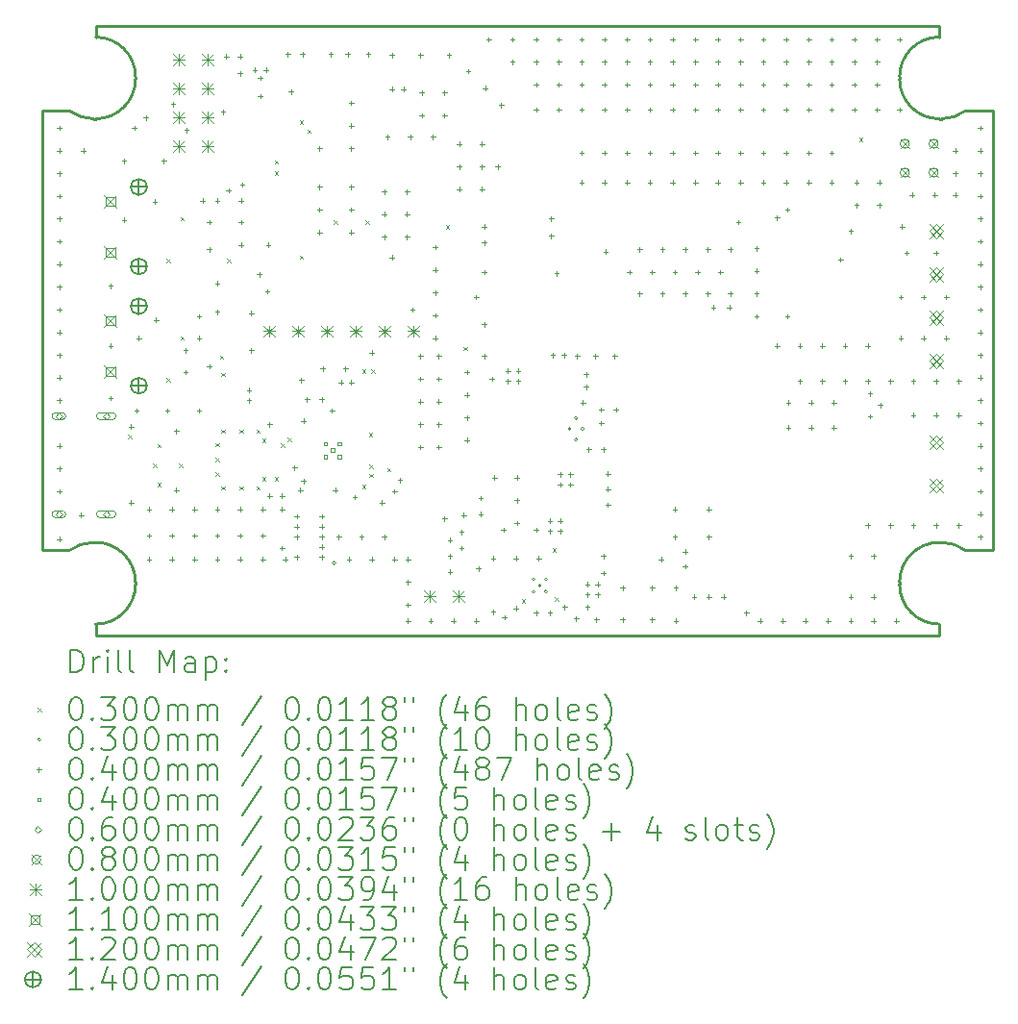
<source format=gbr>
%TF.GenerationSoftware,KiCad,Pcbnew,8.0.2-8.0.2-0~ubuntu23.10.1*%
%TF.CreationDate,2024-05-02T10:43:01+07:00*%
%TF.ProjectId,Node_RS232,4e6f6465-5f52-4533-9233-322e6b696361,rev?*%
%TF.SameCoordinates,Original*%
%TF.FileFunction,Drillmap*%
%TF.FilePolarity,Positive*%
%FSLAX45Y45*%
G04 Gerber Fmt 4.5, Leading zero omitted, Abs format (unit mm)*
G04 Created by KiCad (PCBNEW 8.0.2-8.0.2-0~ubuntu23.10.1) date 2024-05-02 10:43:01*
%MOMM*%
%LPD*%
G01*
G04 APERTURE LIST*
%ADD10C,0.250000*%
%ADD11C,0.200000*%
%ADD12C,0.100000*%
%ADD13C,0.110000*%
%ADD14C,0.120000*%
%ADD15C,0.140000*%
G04 APERTURE END LIST*
D10*
X10230000Y-10990000D02*
X9990000Y-10990000D01*
X10460000Y-7190000D02*
X10440000Y-7190000D01*
X10810000Y-11290000D02*
G75*
G02*
X10460000Y-11640000I-350000J0D01*
G01*
X10460000Y-11640000D02*
X10460000Y-11740000D01*
X10230000Y-7120000D02*
X9990000Y-7120000D01*
X10810000Y-6840000D02*
G75*
G02*
X10460000Y-7190000I-350000J0D01*
G01*
X10810000Y-6840000D02*
X10810000Y-6820000D01*
X10460000Y-6370000D02*
X17890000Y-6370000D01*
X17910000Y-7190000D02*
X17890000Y-7190000D01*
X18360000Y-7120000D02*
X18360000Y-10990000D01*
X17540000Y-11270000D02*
G75*
G02*
X17890000Y-10920000I350000J0D01*
G01*
X17890000Y-6370000D02*
X17890000Y-6470000D01*
X17890000Y-7190000D02*
G75*
G02*
X17540000Y-6840000I0J350000D01*
G01*
X9990000Y-7120000D02*
X9990000Y-10990000D01*
X18120000Y-10990000D02*
X18360000Y-10990000D01*
X17540000Y-11270000D02*
X17540000Y-11290000D01*
X17540000Y-6820000D02*
X17540000Y-6840000D01*
X17890000Y-11640000D02*
G75*
G02*
X17540000Y-11290000I0J350000D01*
G01*
X17890000Y-10920000D02*
X17910000Y-10920000D01*
X10460000Y-6470000D02*
X10460000Y-6370000D01*
X18360000Y-7120000D02*
X18120000Y-7120000D01*
X10460000Y-6470000D02*
G75*
G02*
X10810000Y-6820000I0J-350000D01*
G01*
X17890000Y-11640000D02*
X17890000Y-11740000D01*
X17540000Y-6820000D02*
G75*
G02*
X17890000Y-6470000I350000J0D01*
G01*
X10440000Y-7190000D02*
G75*
G02*
X10230000Y-7120000I0J350000D01*
G01*
X10810000Y-11270000D02*
X10810000Y-11290000D01*
X10230000Y-10990000D02*
G75*
G02*
X10440000Y-10920000I210000J-280000D01*
G01*
X17910000Y-10920000D02*
G75*
G02*
X18120000Y-10990000I0J-350000D01*
G01*
X10460000Y-11740000D02*
X17890000Y-11740000D01*
X18120000Y-7120000D02*
G75*
G02*
X17910000Y-7190000I-210000J280000D01*
G01*
X10460000Y-10920000D02*
X10440000Y-10920000D01*
X10460000Y-10920000D02*
G75*
G02*
X10810000Y-11270000I0J-350000D01*
G01*
D11*
D12*
X10745000Y-9975000D02*
X10775000Y-10005000D01*
X10775000Y-9975000D02*
X10745000Y-10005000D01*
X10965000Y-10225000D02*
X10995000Y-10255000D01*
X10995000Y-10225000D02*
X10965000Y-10255000D01*
X11005000Y-10055000D02*
X11035000Y-10085000D01*
X11035000Y-10055000D02*
X11005000Y-10085000D01*
X11005000Y-10395000D02*
X11035000Y-10425000D01*
X11035000Y-10395000D02*
X11005000Y-10425000D01*
X11085000Y-8425000D02*
X11115000Y-8455000D01*
X11115000Y-8425000D02*
X11085000Y-8455000D01*
X11085000Y-9475000D02*
X11115000Y-9505000D01*
X11115000Y-9475000D02*
X11085000Y-9505000D01*
X11195000Y-10225000D02*
X11225000Y-10255000D01*
X11225000Y-10225000D02*
X11195000Y-10255000D01*
X11205000Y-8055000D02*
X11235000Y-8085000D01*
X11235000Y-8055000D02*
X11205000Y-8085000D01*
X11205000Y-9105000D02*
X11235000Y-9135000D01*
X11235000Y-9105000D02*
X11205000Y-9135000D01*
X11515000Y-10045000D02*
X11545000Y-10075000D01*
X11545000Y-10045000D02*
X11515000Y-10075000D01*
X11515000Y-10175000D02*
X11545000Y-10205000D01*
X11545000Y-10175000D02*
X11515000Y-10205000D01*
X11515000Y-10305000D02*
X11545000Y-10335000D01*
X11545000Y-10305000D02*
X11515000Y-10335000D01*
X11555000Y-9275000D02*
X11585000Y-9305000D01*
X11585000Y-9275000D02*
X11555000Y-9305000D01*
X11564805Y-9425918D02*
X11594805Y-9455918D01*
X11594805Y-9425918D02*
X11564805Y-9455918D01*
X11565000Y-9925000D02*
X11595000Y-9955000D01*
X11595000Y-9925000D02*
X11565000Y-9955000D01*
X11565000Y-10425000D02*
X11595000Y-10455000D01*
X11595000Y-10425000D02*
X11565000Y-10455000D01*
X11615000Y-8425000D02*
X11645000Y-8455000D01*
X11645000Y-8425000D02*
X11615000Y-8455000D01*
X11725000Y-9925000D02*
X11755000Y-9955000D01*
X11755000Y-9925000D02*
X11725000Y-9955000D01*
X11725000Y-10425000D02*
X11755000Y-10455000D01*
X11755000Y-10425000D02*
X11725000Y-10455000D01*
X11875000Y-9925000D02*
X11905000Y-9955000D01*
X11905000Y-9925000D02*
X11875000Y-9955000D01*
X11875000Y-10425000D02*
X11905000Y-10455000D01*
X11905000Y-10425000D02*
X11875000Y-10455000D01*
X11925000Y-10005000D02*
X11955000Y-10035000D01*
X11955000Y-10005000D02*
X11925000Y-10035000D01*
X11925000Y-10345000D02*
X11955000Y-10375000D01*
X11955000Y-10345000D02*
X11925000Y-10375000D01*
X12035000Y-7555000D02*
X12065000Y-7585000D01*
X12065000Y-7555000D02*
X12035000Y-7585000D01*
X12035000Y-7655000D02*
X12065000Y-7685000D01*
X12065000Y-7655000D02*
X12035000Y-7685000D01*
X12035000Y-10345000D02*
X12065000Y-10375000D01*
X12065000Y-10345000D02*
X12035000Y-10375000D01*
X12089899Y-10049284D02*
X12119899Y-10079284D01*
X12119899Y-10049284D02*
X12089899Y-10079284D01*
X12151160Y-9997834D02*
X12181160Y-10027834D01*
X12181160Y-9997834D02*
X12151160Y-10027834D01*
X12255000Y-7205000D02*
X12285000Y-7235000D01*
X12285000Y-7205000D02*
X12255000Y-7235000D01*
X12255000Y-8395000D02*
X12285000Y-8425000D01*
X12285000Y-8395000D02*
X12255000Y-8425000D01*
X12325000Y-7285000D02*
X12355000Y-7315000D01*
X12355000Y-7285000D02*
X12325000Y-7315000D01*
X12555000Y-8085000D02*
X12585000Y-8115000D01*
X12585000Y-8085000D02*
X12555000Y-8115000D01*
X12805000Y-9395000D02*
X12835000Y-9425000D01*
X12835000Y-9395000D02*
X12805000Y-9425000D01*
X12805000Y-10412574D02*
X12835000Y-10442574D01*
X12835000Y-10412574D02*
X12805000Y-10442574D01*
X12835000Y-8085000D02*
X12865000Y-8115000D01*
X12865000Y-8085000D02*
X12835000Y-8115000D01*
X12865000Y-9955000D02*
X12895000Y-9985000D01*
X12895000Y-9955000D02*
X12865000Y-9985000D01*
X12869595Y-10236250D02*
X12899595Y-10266250D01*
X12899595Y-10236250D02*
X12869595Y-10266250D01*
X12870066Y-10316249D02*
X12900066Y-10346249D01*
X12900066Y-10316249D02*
X12870066Y-10346249D01*
X12885000Y-9395000D02*
X12915000Y-9425000D01*
X12915000Y-9395000D02*
X12885000Y-9425000D01*
X13025000Y-10265000D02*
X13055000Y-10295000D01*
X13055000Y-10265000D02*
X13025000Y-10295000D01*
X13545000Y-8125000D02*
X13575000Y-8155000D01*
X13575000Y-8125000D02*
X13545000Y-8155000D01*
X13697819Y-9197373D02*
X13727819Y-9227373D01*
X13727819Y-9197373D02*
X13697819Y-9227373D01*
X14212486Y-11421642D02*
X14242486Y-11451642D01*
X14242486Y-11421642D02*
X14212486Y-11451642D01*
X14482500Y-10972071D02*
X14512500Y-11002071D01*
X14512500Y-10972071D02*
X14482500Y-11002071D01*
X14505000Y-11405000D02*
X14535000Y-11435000D01*
X14535000Y-11405000D02*
X14505000Y-11435000D01*
X17185000Y-7355000D02*
X17215000Y-7385000D01*
X17215000Y-7355000D02*
X17185000Y-7385000D01*
X12575000Y-11100000D02*
G75*
G02*
X12545000Y-11100000I-15000J0D01*
G01*
X12545000Y-11100000D02*
G75*
G02*
X12575000Y-11100000I15000J0D01*
G01*
X14330000Y-11244142D02*
G75*
G02*
X14300000Y-11244142I-15000J0D01*
G01*
X14300000Y-11244142D02*
G75*
G02*
X14330000Y-11244142I15000J0D01*
G01*
X14330000Y-11354142D02*
G75*
G02*
X14300000Y-11354142I-15000J0D01*
G01*
X14300000Y-11354142D02*
G75*
G02*
X14330000Y-11354142I15000J0D01*
G01*
X14385000Y-11299142D02*
G75*
G02*
X14355000Y-11299142I-15000J0D01*
G01*
X14355000Y-11299142D02*
G75*
G02*
X14385000Y-11299142I15000J0D01*
G01*
X14440000Y-11244142D02*
G75*
G02*
X14410000Y-11244142I-15000J0D01*
G01*
X14410000Y-11244142D02*
G75*
G02*
X14440000Y-11244142I15000J0D01*
G01*
X14440000Y-11354142D02*
G75*
G02*
X14410000Y-11354142I-15000J0D01*
G01*
X14410000Y-11354142D02*
G75*
G02*
X14440000Y-11354142I15000J0D01*
G01*
X14648500Y-9921000D02*
G75*
G02*
X14618500Y-9921000I-15000J0D01*
G01*
X14618500Y-9921000D02*
G75*
G02*
X14648500Y-9921000I15000J0D01*
G01*
X14706000Y-9826000D02*
G75*
G02*
X14676000Y-9826000I-15000J0D01*
G01*
X14676000Y-9826000D02*
G75*
G02*
X14706000Y-9826000I15000J0D01*
G01*
X14706000Y-10016000D02*
G75*
G02*
X14676000Y-10016000I-15000J0D01*
G01*
X14676000Y-10016000D02*
G75*
G02*
X14706000Y-10016000I15000J0D01*
G01*
X14763500Y-9921000D02*
G75*
G02*
X14733500Y-9921000I-15000J0D01*
G01*
X14733500Y-9921000D02*
G75*
G02*
X14763500Y-9921000I15000J0D01*
G01*
X10140000Y-7250000D02*
X10140000Y-7290000D01*
X10120000Y-7270000D02*
X10160000Y-7270000D01*
X10140000Y-7450000D02*
X10140000Y-7490000D01*
X10120000Y-7470000D02*
X10160000Y-7470000D01*
X10140000Y-7650000D02*
X10140000Y-7690000D01*
X10120000Y-7670000D02*
X10160000Y-7670000D01*
X10140000Y-7850000D02*
X10140000Y-7890000D01*
X10120000Y-7870000D02*
X10160000Y-7870000D01*
X10140000Y-8050000D02*
X10140000Y-8090000D01*
X10120000Y-8070000D02*
X10160000Y-8070000D01*
X10140000Y-8250000D02*
X10140000Y-8290000D01*
X10120000Y-8270000D02*
X10160000Y-8270000D01*
X10140000Y-8450000D02*
X10140000Y-8490000D01*
X10120000Y-8470000D02*
X10160000Y-8470000D01*
X10140000Y-8650000D02*
X10140000Y-8690000D01*
X10120000Y-8670000D02*
X10160000Y-8670000D01*
X10140000Y-8850000D02*
X10140000Y-8890000D01*
X10120000Y-8870000D02*
X10160000Y-8870000D01*
X10140000Y-9050000D02*
X10140000Y-9090000D01*
X10120000Y-9070000D02*
X10160000Y-9070000D01*
X10140000Y-9250000D02*
X10140000Y-9290000D01*
X10120000Y-9270000D02*
X10160000Y-9270000D01*
X10140000Y-9450000D02*
X10140000Y-9490000D01*
X10120000Y-9470000D02*
X10160000Y-9470000D01*
X10140000Y-9650000D02*
X10140000Y-9690000D01*
X10120000Y-9670000D02*
X10160000Y-9670000D01*
X10140000Y-10050000D02*
X10140000Y-10090000D01*
X10120000Y-10070000D02*
X10160000Y-10070000D01*
X10140000Y-10250000D02*
X10140000Y-10290000D01*
X10120000Y-10270000D02*
X10160000Y-10270000D01*
X10140000Y-10450000D02*
X10140000Y-10490000D01*
X10120000Y-10470000D02*
X10160000Y-10470000D01*
X10140000Y-10870000D02*
X10140000Y-10910000D01*
X10120000Y-10890000D02*
X10160000Y-10890000D01*
X10330000Y-10660000D02*
X10330000Y-10700000D01*
X10310000Y-10680000D02*
X10350000Y-10680000D01*
X10350000Y-7450000D02*
X10350000Y-7490000D01*
X10330000Y-7470000D02*
X10370000Y-7470000D01*
X10590000Y-8640000D02*
X10590000Y-8680000D01*
X10570000Y-8660000D02*
X10610000Y-8660000D01*
X10590000Y-9170000D02*
X10590000Y-9210000D01*
X10570000Y-9190000D02*
X10610000Y-9190000D01*
X10590000Y-9630000D02*
X10590000Y-9670000D01*
X10570000Y-9650000D02*
X10610000Y-9650000D01*
X10710000Y-7540000D02*
X10710000Y-7580000D01*
X10690000Y-7560000D02*
X10730000Y-7560000D01*
X10710000Y-8060000D02*
X10710000Y-8100000D01*
X10690000Y-8080000D02*
X10730000Y-8080000D01*
X10770000Y-9880000D02*
X10770000Y-9920000D01*
X10750000Y-9900000D02*
X10790000Y-9900000D01*
X10770000Y-10550000D02*
X10770000Y-10590000D01*
X10750000Y-10570000D02*
X10790000Y-10570000D01*
X10800000Y-7250000D02*
X10800000Y-7290000D01*
X10780000Y-7270000D02*
X10820000Y-7270000D01*
X10820000Y-9740000D02*
X10820000Y-9780000D01*
X10800000Y-9760000D02*
X10840000Y-9760000D01*
X10840000Y-9100000D02*
X10840000Y-9140000D01*
X10820000Y-9120000D02*
X10860000Y-9120000D01*
X10900000Y-7160000D02*
X10900000Y-7200000D01*
X10880000Y-7180000D02*
X10920000Y-7180000D01*
X10930000Y-10610000D02*
X10930000Y-10650000D01*
X10910000Y-10630000D02*
X10950000Y-10630000D01*
X10930000Y-10840000D02*
X10930000Y-10880000D01*
X10910000Y-10860000D02*
X10950000Y-10860000D01*
X10930000Y-11050000D02*
X10930000Y-11090000D01*
X10910000Y-11070000D02*
X10950000Y-11070000D01*
X10980000Y-7900000D02*
X10980000Y-7940000D01*
X10960000Y-7920000D02*
X11000000Y-7920000D01*
X10990000Y-8940000D02*
X10990000Y-8980000D01*
X10970000Y-8960000D02*
X11010000Y-8960000D01*
X11060000Y-7540000D02*
X11060000Y-7580000D01*
X11040000Y-7560000D02*
X11080000Y-7560000D01*
X11090000Y-9740000D02*
X11090000Y-9780000D01*
X11070000Y-9760000D02*
X11110000Y-9760000D01*
X11130000Y-10610000D02*
X11130000Y-10650000D01*
X11110000Y-10630000D02*
X11150000Y-10630000D01*
X11130000Y-10840000D02*
X11130000Y-10880000D01*
X11110000Y-10860000D02*
X11150000Y-10860000D01*
X11130000Y-11050000D02*
X11130000Y-11090000D01*
X11110000Y-11070000D02*
X11150000Y-11070000D01*
X11140000Y-7040000D02*
X11140000Y-7080000D01*
X11120000Y-7060000D02*
X11160000Y-7060000D01*
X11170000Y-9920000D02*
X11170000Y-9960000D01*
X11150000Y-9940000D02*
X11190000Y-9940000D01*
X11170000Y-10440000D02*
X11170000Y-10480000D01*
X11150000Y-10460000D02*
X11190000Y-10460000D01*
X11250000Y-9210000D02*
X11250000Y-9250000D01*
X11230000Y-9230000D02*
X11270000Y-9230000D01*
X11250000Y-9400000D02*
X11250000Y-9440000D01*
X11230000Y-9420000D02*
X11270000Y-9420000D01*
X11260000Y-7270000D02*
X11260000Y-7310000D01*
X11240000Y-7290000D02*
X11280000Y-7290000D01*
X11330000Y-10610000D02*
X11330000Y-10650000D01*
X11310000Y-10630000D02*
X11350000Y-10630000D01*
X11330000Y-10840000D02*
X11330000Y-10880000D01*
X11310000Y-10860000D02*
X11350000Y-10860000D01*
X11330000Y-11050000D02*
X11330000Y-11090000D01*
X11310000Y-11070000D02*
X11350000Y-11070000D01*
X11370000Y-8910000D02*
X11370000Y-8950000D01*
X11350000Y-8930000D02*
X11390000Y-8930000D01*
X11370000Y-9100000D02*
X11370000Y-9140000D01*
X11350000Y-9120000D02*
X11390000Y-9120000D01*
X11370000Y-9740000D02*
X11370000Y-9780000D01*
X11350000Y-9760000D02*
X11390000Y-9760000D01*
X11400000Y-7890000D02*
X11400000Y-7930000D01*
X11380000Y-7910000D02*
X11420000Y-7910000D01*
X11460000Y-8080000D02*
X11460000Y-8120000D01*
X11440000Y-8100000D02*
X11480000Y-8100000D01*
X11460000Y-8320000D02*
X11460000Y-8360000D01*
X11440000Y-8340000D02*
X11480000Y-8340000D01*
X11460000Y-9350000D02*
X11460000Y-9390000D01*
X11440000Y-9370000D02*
X11480000Y-9370000D01*
X11530000Y-7890000D02*
X11530000Y-7930000D01*
X11510000Y-7910000D02*
X11550000Y-7910000D01*
X11530000Y-8620000D02*
X11530000Y-8660000D01*
X11510000Y-8640000D02*
X11550000Y-8640000D01*
X11530000Y-8870000D02*
X11530000Y-8910000D01*
X11510000Y-8890000D02*
X11550000Y-8890000D01*
X11530000Y-10610000D02*
X11530000Y-10650000D01*
X11510000Y-10630000D02*
X11550000Y-10630000D01*
X11530000Y-10840000D02*
X11530000Y-10880000D01*
X11510000Y-10860000D02*
X11550000Y-10860000D01*
X11530000Y-11050000D02*
X11530000Y-11090000D01*
X11510000Y-11070000D02*
X11550000Y-11070000D01*
X11580000Y-7110000D02*
X11580000Y-7150000D01*
X11560000Y-7130000D02*
X11600000Y-7130000D01*
X11610000Y-6620000D02*
X11610000Y-6660000D01*
X11590000Y-6640000D02*
X11630000Y-6640000D01*
X11630000Y-7800000D02*
X11630000Y-7840000D01*
X11610000Y-7820000D02*
X11650000Y-7820000D01*
X11730000Y-6620000D02*
X11730000Y-6660000D01*
X11710000Y-6640000D02*
X11750000Y-6640000D01*
X11730000Y-6770000D02*
X11730000Y-6810000D01*
X11710000Y-6790000D02*
X11750000Y-6790000D01*
X11730000Y-10610000D02*
X11730000Y-10650000D01*
X11710000Y-10630000D02*
X11750000Y-10630000D01*
X11730000Y-10840000D02*
X11730000Y-10880000D01*
X11710000Y-10860000D02*
X11750000Y-10860000D01*
X11730000Y-11050000D02*
X11730000Y-11090000D01*
X11710000Y-11070000D02*
X11750000Y-11070000D01*
X11740000Y-7890000D02*
X11740000Y-7930000D01*
X11720000Y-7910000D02*
X11760000Y-7910000D01*
X11740000Y-8080000D02*
X11740000Y-8120000D01*
X11720000Y-8100000D02*
X11760000Y-8100000D01*
X11740000Y-8280000D02*
X11740000Y-8320000D01*
X11720000Y-8300000D02*
X11760000Y-8300000D01*
X11750000Y-7750000D02*
X11750000Y-7790000D01*
X11730000Y-7770000D02*
X11770000Y-7770000D01*
X11810000Y-9560000D02*
X11810000Y-9600000D01*
X11790000Y-9580000D02*
X11830000Y-9580000D01*
X11810000Y-9650000D02*
X11810000Y-9690000D01*
X11790000Y-9670000D02*
X11830000Y-9670000D01*
X11830000Y-8880000D02*
X11830000Y-8920000D01*
X11810000Y-8900000D02*
X11850000Y-8900000D01*
X11830000Y-9210000D02*
X11830000Y-9250000D01*
X11810000Y-9230000D02*
X11850000Y-9230000D01*
X11860000Y-6740000D02*
X11860000Y-6780000D01*
X11840000Y-6760000D02*
X11880000Y-6760000D01*
X11900000Y-8540000D02*
X11900000Y-8580000D01*
X11880000Y-8560000D02*
X11920000Y-8560000D01*
X11910000Y-6810000D02*
X11910000Y-6850000D01*
X11890000Y-6830000D02*
X11930000Y-6830000D01*
X11910000Y-6970000D02*
X11910000Y-7010000D01*
X11890000Y-6990000D02*
X11930000Y-6990000D01*
X11930000Y-10610000D02*
X11930000Y-10650000D01*
X11910000Y-10630000D02*
X11950000Y-10630000D01*
X11930000Y-10840000D02*
X11930000Y-10880000D01*
X11910000Y-10860000D02*
X11950000Y-10860000D01*
X11930000Y-11050000D02*
X11930000Y-11090000D01*
X11910000Y-11070000D02*
X11950000Y-11070000D01*
X11960000Y-6740000D02*
X11960000Y-6780000D01*
X11940000Y-6760000D02*
X11980000Y-6760000D01*
X11970000Y-8690000D02*
X11970000Y-8730000D01*
X11950000Y-8710000D02*
X11990000Y-8710000D01*
X11980000Y-8280000D02*
X11980000Y-8320000D01*
X11960000Y-8300000D02*
X12000000Y-8300000D01*
X11990000Y-9860000D02*
X11990000Y-9900000D01*
X11970000Y-9880000D02*
X12010000Y-9880000D01*
X11990000Y-10490000D02*
X11990000Y-10530000D01*
X11970000Y-10510000D02*
X12010000Y-10510000D01*
X12100000Y-10490000D02*
X12100000Y-10530000D01*
X12080000Y-10510000D02*
X12120000Y-10510000D01*
X12100000Y-10610000D02*
X12100000Y-10650000D01*
X12080000Y-10630000D02*
X12120000Y-10630000D01*
X12100000Y-10950000D02*
X12100000Y-10990000D01*
X12080000Y-10970000D02*
X12120000Y-10970000D01*
X12130000Y-11050000D02*
X12130000Y-11090000D01*
X12110000Y-11070000D02*
X12150000Y-11070000D01*
X12150000Y-6600000D02*
X12150000Y-6640000D01*
X12130000Y-6620000D02*
X12170000Y-6620000D01*
X12180000Y-6930000D02*
X12180000Y-6970000D01*
X12160000Y-6950000D02*
X12200000Y-6950000D01*
X12210000Y-10240000D02*
X12210000Y-10280000D01*
X12190000Y-10260000D02*
X12230000Y-10260000D01*
X12230000Y-10670000D02*
X12230000Y-10710000D01*
X12210000Y-10690000D02*
X12250000Y-10690000D01*
X12230000Y-10760000D02*
X12230000Y-10800000D01*
X12210000Y-10780000D02*
X12250000Y-10780000D01*
X12230000Y-10850000D02*
X12230000Y-10890000D01*
X12210000Y-10870000D02*
X12250000Y-10870000D01*
X12230000Y-11030000D02*
X12230000Y-11070000D01*
X12210000Y-11050000D02*
X12250000Y-11050000D01*
X12260000Y-10440000D02*
X12260000Y-10480000D01*
X12240000Y-10460000D02*
X12280000Y-10460000D01*
X12270000Y-9470000D02*
X12270000Y-9510000D01*
X12250000Y-9490000D02*
X12290000Y-9490000D01*
X12280000Y-6600000D02*
X12280000Y-6640000D01*
X12260000Y-6620000D02*
X12300000Y-6620000D01*
X12290000Y-9830000D02*
X12290000Y-9870000D01*
X12270000Y-9850000D02*
X12310000Y-9850000D01*
X12290000Y-10360000D02*
X12290000Y-10400000D01*
X12270000Y-10380000D02*
X12310000Y-10380000D01*
X12320000Y-9640000D02*
X12320000Y-9680000D01*
X12300000Y-9660000D02*
X12340000Y-9660000D01*
X12430000Y-7430000D02*
X12430000Y-7470000D01*
X12410000Y-7450000D02*
X12450000Y-7450000D01*
X12430000Y-7770000D02*
X12430000Y-7810000D01*
X12410000Y-7790000D02*
X12450000Y-7790000D01*
X12430000Y-7970000D02*
X12430000Y-8010000D01*
X12410000Y-7990000D02*
X12450000Y-7990000D01*
X12430000Y-8170000D02*
X12430000Y-8210000D01*
X12410000Y-8190000D02*
X12450000Y-8190000D01*
X12450000Y-9640000D02*
X12450000Y-9680000D01*
X12430000Y-9660000D02*
X12470000Y-9660000D01*
X12450000Y-10670000D02*
X12450000Y-10710000D01*
X12430000Y-10690000D02*
X12470000Y-10690000D01*
X12450000Y-10760000D02*
X12450000Y-10800000D01*
X12430000Y-10780000D02*
X12470000Y-10780000D01*
X12450000Y-10850000D02*
X12450000Y-10890000D01*
X12430000Y-10870000D02*
X12470000Y-10870000D01*
X12450000Y-10940000D02*
X12450000Y-10980000D01*
X12430000Y-10960000D02*
X12470000Y-10960000D01*
X12450000Y-11030000D02*
X12450000Y-11070000D01*
X12430000Y-11050000D02*
X12470000Y-11050000D01*
X12460000Y-9370000D02*
X12460000Y-9410000D01*
X12440000Y-9390000D02*
X12480000Y-9390000D01*
X12530000Y-6600000D02*
X12530000Y-6640000D01*
X12510000Y-6620000D02*
X12550000Y-6620000D01*
X12540000Y-9740000D02*
X12540000Y-9780000D01*
X12520000Y-9760000D02*
X12560000Y-9760000D01*
X12570000Y-10440000D02*
X12570000Y-10480000D01*
X12550000Y-10460000D02*
X12590000Y-10460000D01*
X12600000Y-10850000D02*
X12600000Y-10890000D01*
X12580000Y-10870000D02*
X12620000Y-10870000D01*
X12620000Y-9490000D02*
X12620000Y-9530000D01*
X12600000Y-9510000D02*
X12640000Y-9510000D01*
X12660000Y-9370000D02*
X12660000Y-9410000D01*
X12640000Y-9390000D02*
X12680000Y-9390000D01*
X12680000Y-6600000D02*
X12680000Y-6640000D01*
X12660000Y-6620000D02*
X12700000Y-6620000D01*
X12690000Y-11050000D02*
X12690000Y-11090000D01*
X12670000Y-11070000D02*
X12710000Y-11070000D01*
X12710000Y-7030000D02*
X12710000Y-7070000D01*
X12690000Y-7050000D02*
X12730000Y-7050000D01*
X12710000Y-7230000D02*
X12710000Y-7270000D01*
X12690000Y-7250000D02*
X12730000Y-7250000D01*
X12710000Y-7430000D02*
X12710000Y-7470000D01*
X12690000Y-7450000D02*
X12730000Y-7450000D01*
X12710000Y-7770000D02*
X12710000Y-7810000D01*
X12690000Y-7790000D02*
X12730000Y-7790000D01*
X12710000Y-7970000D02*
X12710000Y-8010000D01*
X12690000Y-7990000D02*
X12730000Y-7990000D01*
X12710000Y-8170000D02*
X12710000Y-8210000D01*
X12690000Y-8190000D02*
X12730000Y-8190000D01*
X12710000Y-9490000D02*
X12710000Y-9530000D01*
X12690000Y-9510000D02*
X12730000Y-9510000D01*
X12740000Y-10500114D02*
X12740000Y-10540114D01*
X12720000Y-10520114D02*
X12760000Y-10520114D01*
X12800000Y-10850000D02*
X12800000Y-10890000D01*
X12780000Y-10870000D02*
X12820000Y-10870000D01*
X12860000Y-6600000D02*
X12860000Y-6640000D01*
X12840000Y-6620000D02*
X12880000Y-6620000D01*
X12890000Y-9230000D02*
X12890000Y-9270000D01*
X12870000Y-9250000D02*
X12910000Y-9250000D01*
X12890000Y-11050000D02*
X12890000Y-11090000D01*
X12870000Y-11070000D02*
X12910000Y-11070000D01*
X12980000Y-10550000D02*
X12980000Y-10590000D01*
X12960000Y-10570000D02*
X13000000Y-10570000D01*
X13000000Y-7810000D02*
X13000000Y-7850000D01*
X12980000Y-7830000D02*
X13020000Y-7830000D01*
X13000000Y-8010000D02*
X13000000Y-8050000D01*
X12980000Y-8030000D02*
X13020000Y-8030000D01*
X13000000Y-8210000D02*
X13000000Y-8250000D01*
X12980000Y-8230000D02*
X13020000Y-8230000D01*
X13000000Y-10850000D02*
X13000000Y-10890000D01*
X12980000Y-10870000D02*
X13020000Y-10870000D01*
X13030000Y-7330000D02*
X13030000Y-7370000D01*
X13010000Y-7350000D02*
X13050000Y-7350000D01*
X13070000Y-6610000D02*
X13070000Y-6650000D01*
X13050000Y-6630000D02*
X13090000Y-6630000D01*
X13070000Y-6910000D02*
X13070000Y-6950000D01*
X13050000Y-6930000D02*
X13090000Y-6930000D01*
X13070000Y-8390000D02*
X13070000Y-8430000D01*
X13050000Y-8410000D02*
X13090000Y-8410000D01*
X13090000Y-10450000D02*
X13090000Y-10490000D01*
X13070000Y-10470000D02*
X13110000Y-10470000D01*
X13090000Y-11050000D02*
X13090000Y-11090000D01*
X13070000Y-11070000D02*
X13110000Y-11070000D01*
X13140000Y-10350000D02*
X13140000Y-10390000D01*
X13120000Y-10370000D02*
X13160000Y-10370000D01*
X13170000Y-6910000D02*
X13170000Y-6950000D01*
X13150000Y-6930000D02*
X13190000Y-6930000D01*
X13200000Y-7810000D02*
X13200000Y-7850000D01*
X13180000Y-7830000D02*
X13220000Y-7830000D01*
X13200000Y-8010000D02*
X13200000Y-8050000D01*
X13180000Y-8030000D02*
X13220000Y-8030000D01*
X13200000Y-8210000D02*
X13200000Y-8250000D01*
X13180000Y-8230000D02*
X13220000Y-8230000D01*
X13210000Y-11050000D02*
X13210000Y-11090000D01*
X13190000Y-11070000D02*
X13230000Y-11070000D01*
X13210000Y-11250000D02*
X13210000Y-11290000D01*
X13190000Y-11270000D02*
X13230000Y-11270000D01*
X13210000Y-11450000D02*
X13210000Y-11490000D01*
X13190000Y-11470000D02*
X13230000Y-11470000D01*
X13210000Y-11590000D02*
X13210000Y-11630000D01*
X13190000Y-11610000D02*
X13230000Y-11610000D01*
X13230000Y-7330000D02*
X13230000Y-7370000D01*
X13210000Y-7350000D02*
X13250000Y-7350000D01*
X13250000Y-8850000D02*
X13250000Y-8890000D01*
X13230000Y-8870000D02*
X13270000Y-8870000D01*
X13320000Y-6610000D02*
X13320000Y-6650000D01*
X13300000Y-6630000D02*
X13340000Y-6630000D01*
X13320000Y-9260000D02*
X13320000Y-9300000D01*
X13300000Y-9280000D02*
X13340000Y-9280000D01*
X13320000Y-9460000D02*
X13320000Y-9500000D01*
X13300000Y-9480000D02*
X13340000Y-9480000D01*
X13320000Y-9660000D02*
X13320000Y-9700000D01*
X13300000Y-9680000D02*
X13340000Y-9680000D01*
X13320000Y-9860000D02*
X13320000Y-9900000D01*
X13300000Y-9880000D02*
X13340000Y-9880000D01*
X13320000Y-10060000D02*
X13320000Y-10100000D01*
X13300000Y-10080000D02*
X13340000Y-10080000D01*
X13330000Y-6940000D02*
X13330000Y-6980000D01*
X13310000Y-6960000D02*
X13350000Y-6960000D01*
X13330000Y-7140000D02*
X13330000Y-7180000D01*
X13310000Y-7160000D02*
X13350000Y-7160000D01*
X13410000Y-11590000D02*
X13410000Y-11630000D01*
X13390000Y-11610000D02*
X13430000Y-11610000D01*
X13430000Y-7330000D02*
X13430000Y-7370000D01*
X13410000Y-7350000D02*
X13450000Y-7350000D01*
X13450000Y-8300000D02*
X13450000Y-8340000D01*
X13430000Y-8320000D02*
X13470000Y-8320000D01*
X13450000Y-8500000D02*
X13450000Y-8540000D01*
X13430000Y-8520000D02*
X13470000Y-8520000D01*
X13450000Y-8700000D02*
X13450000Y-8740000D01*
X13430000Y-8720000D02*
X13470000Y-8720000D01*
X13450000Y-8900000D02*
X13450000Y-8940000D01*
X13430000Y-8920000D02*
X13470000Y-8920000D01*
X13450000Y-9100000D02*
X13450000Y-9140000D01*
X13430000Y-9120000D02*
X13470000Y-9120000D01*
X13480000Y-9260000D02*
X13480000Y-9300000D01*
X13460000Y-9280000D02*
X13500000Y-9280000D01*
X13480000Y-9460000D02*
X13480000Y-9500000D01*
X13460000Y-9480000D02*
X13500000Y-9480000D01*
X13480000Y-9660000D02*
X13480000Y-9700000D01*
X13460000Y-9680000D02*
X13500000Y-9680000D01*
X13480000Y-9860000D02*
X13480000Y-9900000D01*
X13460000Y-9880000D02*
X13500000Y-9880000D01*
X13480000Y-10060000D02*
X13480000Y-10100000D01*
X13460000Y-10080000D02*
X13500000Y-10080000D01*
X13530000Y-6940000D02*
X13530000Y-6980000D01*
X13510000Y-6960000D02*
X13550000Y-6960000D01*
X13530000Y-7140000D02*
X13530000Y-7180000D01*
X13510000Y-7160000D02*
X13550000Y-7160000D01*
X13530000Y-10690000D02*
X13530000Y-10730000D01*
X13510000Y-10710000D02*
X13550000Y-10710000D01*
X13570000Y-6610000D02*
X13570000Y-6650000D01*
X13550000Y-6630000D02*
X13590000Y-6630000D01*
X13580000Y-10880000D02*
X13580000Y-10920000D01*
X13560000Y-10900000D02*
X13600000Y-10900000D01*
X13580000Y-11020000D02*
X13580000Y-11060000D01*
X13560000Y-11040000D02*
X13600000Y-11040000D01*
X13580000Y-11160000D02*
X13580000Y-11200000D01*
X13560000Y-11180000D02*
X13600000Y-11180000D01*
X13610000Y-11590000D02*
X13610000Y-11630000D01*
X13590000Y-11610000D02*
X13630000Y-11610000D01*
X13660000Y-7390000D02*
X13660000Y-7430000D01*
X13640000Y-7410000D02*
X13680000Y-7410000D01*
X13660000Y-7590000D02*
X13660000Y-7630000D01*
X13640000Y-7610000D02*
X13680000Y-7610000D01*
X13660000Y-7790000D02*
X13660000Y-7830000D01*
X13640000Y-7810000D02*
X13680000Y-7810000D01*
X13680000Y-10810000D02*
X13680000Y-10850000D01*
X13660000Y-10830000D02*
X13700000Y-10830000D01*
X13680000Y-10950000D02*
X13680000Y-10990000D01*
X13660000Y-10970000D02*
X13700000Y-10970000D01*
X13700000Y-10660000D02*
X13700000Y-10700000D01*
X13680000Y-10680000D02*
X13720000Y-10680000D01*
X13730000Y-9400000D02*
X13730000Y-9440000D01*
X13710000Y-9420000D02*
X13750000Y-9420000D01*
X13730000Y-9600000D02*
X13730000Y-9640000D01*
X13710000Y-9620000D02*
X13750000Y-9620000D01*
X13730000Y-9800000D02*
X13730000Y-9840000D01*
X13710000Y-9820000D02*
X13750000Y-9820000D01*
X13730000Y-10000000D02*
X13730000Y-10040000D01*
X13710000Y-10020000D02*
X13750000Y-10020000D01*
X13740000Y-6750000D02*
X13740000Y-6790000D01*
X13720000Y-6770000D02*
X13760000Y-6770000D01*
X13810000Y-8740000D02*
X13810000Y-8780000D01*
X13790000Y-8760000D02*
X13830000Y-8760000D01*
X13810000Y-11590000D02*
X13810000Y-11630000D01*
X13790000Y-11610000D02*
X13830000Y-11610000D01*
X13830000Y-11130000D02*
X13830000Y-11170000D01*
X13810000Y-11150000D02*
X13850000Y-11150000D01*
X13850000Y-10510000D02*
X13850000Y-10550000D01*
X13830000Y-10530000D02*
X13870000Y-10530000D01*
X13850000Y-10650000D02*
X13850000Y-10690000D01*
X13830000Y-10670000D02*
X13870000Y-10670000D01*
X13860000Y-7390000D02*
X13860000Y-7430000D01*
X13840000Y-7410000D02*
X13880000Y-7410000D01*
X13860000Y-7590000D02*
X13860000Y-7630000D01*
X13840000Y-7610000D02*
X13880000Y-7610000D01*
X13860000Y-7790000D02*
X13860000Y-7830000D01*
X13840000Y-7810000D02*
X13880000Y-7810000D01*
X13880000Y-8120000D02*
X13880000Y-8160000D01*
X13860000Y-8140000D02*
X13900000Y-8140000D01*
X13880000Y-8260000D02*
X13880000Y-8300000D01*
X13860000Y-8280000D02*
X13900000Y-8280000D01*
X13880000Y-8520000D02*
X13880000Y-8560000D01*
X13860000Y-8540000D02*
X13900000Y-8540000D01*
X13880000Y-8980000D02*
X13880000Y-9020000D01*
X13860000Y-9000000D02*
X13900000Y-9000000D01*
X13880000Y-9260000D02*
X13880000Y-9300000D01*
X13860000Y-9280000D02*
X13900000Y-9280000D01*
X13890000Y-6900000D02*
X13890000Y-6940000D01*
X13870000Y-6920000D02*
X13910000Y-6920000D01*
X13920000Y-6470000D02*
X13920000Y-6510000D01*
X13900000Y-6490000D02*
X13940000Y-6490000D01*
X13950000Y-9460000D02*
X13950000Y-9500000D01*
X13930000Y-9480000D02*
X13970000Y-9480000D01*
X13960000Y-11040000D02*
X13960000Y-11080000D01*
X13940000Y-11060000D02*
X13980000Y-11060000D01*
X13960000Y-11510000D02*
X13960000Y-11550000D01*
X13940000Y-11530000D02*
X13980000Y-11530000D01*
X13970000Y-10330000D02*
X13970000Y-10370000D01*
X13950000Y-10350000D02*
X13990000Y-10350000D01*
X14000000Y-7590000D02*
X14000000Y-7630000D01*
X13980000Y-7610000D02*
X14020000Y-7610000D01*
X14030000Y-7050000D02*
X14030000Y-7090000D01*
X14010000Y-7070000D02*
X14050000Y-7070000D01*
X14050000Y-10790000D02*
X14050000Y-10830000D01*
X14030000Y-10810000D02*
X14070000Y-10810000D01*
X14060000Y-11560000D02*
X14060000Y-11600000D01*
X14040000Y-11580000D02*
X14080000Y-11580000D01*
X14090000Y-9390000D02*
X14090000Y-9430000D01*
X14070000Y-9410000D02*
X14110000Y-9410000D01*
X14090000Y-9480000D02*
X14090000Y-9520000D01*
X14070000Y-9500000D02*
X14110000Y-9500000D01*
X14130000Y-6470000D02*
X14130000Y-6510000D01*
X14110000Y-6490000D02*
X14150000Y-6490000D01*
X14130000Y-6670000D02*
X14130000Y-6710000D01*
X14110000Y-6690000D02*
X14150000Y-6690000D01*
X14160000Y-11040000D02*
X14160000Y-11080000D01*
X14140000Y-11060000D02*
X14180000Y-11060000D01*
X14160000Y-11480000D02*
X14160000Y-11520000D01*
X14140000Y-11500000D02*
X14180000Y-11500000D01*
X14170000Y-10330000D02*
X14170000Y-10370000D01*
X14150000Y-10350000D02*
X14190000Y-10350000D01*
X14170000Y-10530000D02*
X14170000Y-10570000D01*
X14150000Y-10550000D02*
X14190000Y-10550000D01*
X14170000Y-10730000D02*
X14170000Y-10770000D01*
X14150000Y-10750000D02*
X14190000Y-10750000D01*
X14180000Y-9390000D02*
X14180000Y-9430000D01*
X14160000Y-9410000D02*
X14200000Y-9410000D01*
X14180000Y-9480000D02*
X14180000Y-9520000D01*
X14160000Y-9500000D02*
X14200000Y-9500000D01*
X14340000Y-6470000D02*
X14340000Y-6510000D01*
X14320000Y-6490000D02*
X14360000Y-6490000D01*
X14340000Y-6670000D02*
X14340000Y-6710000D01*
X14320000Y-6690000D02*
X14360000Y-6690000D01*
X14340000Y-6870000D02*
X14340000Y-6910000D01*
X14320000Y-6890000D02*
X14360000Y-6890000D01*
X14340000Y-7090000D02*
X14340000Y-7130000D01*
X14320000Y-7110000D02*
X14360000Y-7110000D01*
X14340000Y-10790000D02*
X14340000Y-10830000D01*
X14320000Y-10810000D02*
X14360000Y-10810000D01*
X14340000Y-11520000D02*
X14340000Y-11560000D01*
X14320000Y-11540000D02*
X14360000Y-11540000D01*
X14360000Y-11040000D02*
X14360000Y-11080000D01*
X14340000Y-11060000D02*
X14380000Y-11060000D01*
X14460000Y-10710000D02*
X14460000Y-10750000D01*
X14440000Y-10730000D02*
X14480000Y-10730000D01*
X14460000Y-10800000D02*
X14460000Y-10840000D01*
X14440000Y-10820000D02*
X14480000Y-10820000D01*
X14460000Y-11520000D02*
X14460000Y-11560000D01*
X14440000Y-11540000D02*
X14480000Y-11540000D01*
X14470000Y-8050000D02*
X14470000Y-8090000D01*
X14450000Y-8070000D02*
X14490000Y-8070000D01*
X14470000Y-8200000D02*
X14470000Y-8240000D01*
X14450000Y-8220000D02*
X14490000Y-8220000D01*
X14485000Y-9250000D02*
X14485000Y-9290000D01*
X14465000Y-9270000D02*
X14505000Y-9270000D01*
X14520000Y-8530000D02*
X14520000Y-8570000D01*
X14500000Y-8550000D02*
X14540000Y-8550000D01*
X14540000Y-6470000D02*
X14540000Y-6510000D01*
X14520000Y-6490000D02*
X14560000Y-6490000D01*
X14540000Y-6670000D02*
X14540000Y-6710000D01*
X14520000Y-6690000D02*
X14560000Y-6690000D01*
X14540000Y-6870000D02*
X14540000Y-6910000D01*
X14520000Y-6890000D02*
X14560000Y-6890000D01*
X14540000Y-7090000D02*
X14540000Y-7130000D01*
X14520000Y-7110000D02*
X14560000Y-7110000D01*
X14550000Y-10300000D02*
X14550000Y-10340000D01*
X14530000Y-10320000D02*
X14570000Y-10320000D01*
X14550000Y-10390000D02*
X14550000Y-10430000D01*
X14530000Y-10410000D02*
X14570000Y-10410000D01*
X14550000Y-10710000D02*
X14550000Y-10750000D01*
X14530000Y-10730000D02*
X14570000Y-10730000D01*
X14550000Y-10800000D02*
X14550000Y-10840000D01*
X14530000Y-10820000D02*
X14570000Y-10820000D01*
X14585000Y-9250000D02*
X14585000Y-9290000D01*
X14565000Y-9270000D02*
X14605000Y-9270000D01*
X14590000Y-11470000D02*
X14590000Y-11510000D01*
X14570000Y-11490000D02*
X14610000Y-11490000D01*
X14640000Y-10300000D02*
X14640000Y-10340000D01*
X14620000Y-10320000D02*
X14660000Y-10320000D01*
X14640000Y-10390000D02*
X14640000Y-10430000D01*
X14620000Y-10410000D02*
X14660000Y-10410000D01*
X14690000Y-11570000D02*
X14690000Y-11610000D01*
X14670000Y-11590000D02*
X14710000Y-11590000D01*
X14700000Y-9260000D02*
X14700000Y-9300000D01*
X14680000Y-9280000D02*
X14720000Y-9280000D01*
X14740000Y-6470000D02*
X14740000Y-6510000D01*
X14720000Y-6490000D02*
X14760000Y-6490000D01*
X14740000Y-6670000D02*
X14740000Y-6710000D01*
X14720000Y-6690000D02*
X14760000Y-6690000D01*
X14740000Y-6870000D02*
X14740000Y-6910000D01*
X14720000Y-6890000D02*
X14760000Y-6890000D01*
X14740000Y-7090000D02*
X14740000Y-7130000D01*
X14720000Y-7110000D02*
X14760000Y-7110000D01*
X14740000Y-7470000D02*
X14740000Y-7510000D01*
X14720000Y-7490000D02*
X14760000Y-7490000D01*
X14740000Y-7730000D02*
X14740000Y-7770000D01*
X14720000Y-7750000D02*
X14760000Y-7750000D01*
X14750000Y-9670000D02*
X14750000Y-9710000D01*
X14730000Y-9690000D02*
X14770000Y-9690000D01*
X14780000Y-9420000D02*
X14780000Y-9460000D01*
X14760000Y-9440000D02*
X14800000Y-9440000D01*
X14780000Y-9530000D02*
X14780000Y-9570000D01*
X14760000Y-9550000D02*
X14800000Y-9550000D01*
X14790000Y-11270000D02*
X14790000Y-11310000D01*
X14770000Y-11290000D02*
X14810000Y-11290000D01*
X14790000Y-11360000D02*
X14790000Y-11400000D01*
X14770000Y-11380000D02*
X14810000Y-11380000D01*
X14790000Y-11470000D02*
X14790000Y-11510000D01*
X14770000Y-11490000D02*
X14810000Y-11490000D01*
X14800000Y-10080000D02*
X14800000Y-10120000D01*
X14780000Y-10100000D02*
X14820000Y-10100000D01*
X14860000Y-9260000D02*
X14860000Y-9300000D01*
X14840000Y-9280000D02*
X14880000Y-9280000D01*
X14870000Y-11580000D02*
X14870000Y-11620000D01*
X14850000Y-11600000D02*
X14890000Y-11600000D01*
X14880000Y-11270000D02*
X14880000Y-11310000D01*
X14860000Y-11290000D02*
X14900000Y-11290000D01*
X14880000Y-11360000D02*
X14880000Y-11400000D01*
X14860000Y-11380000D02*
X14900000Y-11380000D01*
X14910000Y-9730000D02*
X14910000Y-9770000D01*
X14890000Y-9750000D02*
X14930000Y-9750000D01*
X14910000Y-9850000D02*
X14910000Y-9890000D01*
X14890000Y-9870000D02*
X14930000Y-9870000D01*
X14930000Y-10080000D02*
X14930000Y-10120000D01*
X14910000Y-10100000D02*
X14950000Y-10100000D01*
X14930000Y-11020000D02*
X14930000Y-11060000D01*
X14910000Y-11040000D02*
X14950000Y-11040000D01*
X14930000Y-11170000D02*
X14930000Y-11210000D01*
X14910000Y-11190000D02*
X14950000Y-11190000D01*
X14940000Y-6470000D02*
X14940000Y-6510000D01*
X14920000Y-6490000D02*
X14960000Y-6490000D01*
X14940000Y-6670000D02*
X14940000Y-6710000D01*
X14920000Y-6690000D02*
X14960000Y-6690000D01*
X14940000Y-6870000D02*
X14940000Y-6910000D01*
X14920000Y-6890000D02*
X14960000Y-6890000D01*
X14940000Y-7090000D02*
X14940000Y-7130000D01*
X14920000Y-7110000D02*
X14960000Y-7110000D01*
X14940000Y-7470000D02*
X14940000Y-7510000D01*
X14920000Y-7490000D02*
X14960000Y-7490000D01*
X14940000Y-7730000D02*
X14940000Y-7770000D01*
X14920000Y-7750000D02*
X14960000Y-7750000D01*
X14950000Y-8340000D02*
X14950000Y-8380000D01*
X14930000Y-8360000D02*
X14970000Y-8360000D01*
X14969761Y-10294930D02*
X14969761Y-10334930D01*
X14949761Y-10314930D02*
X14989761Y-10314930D01*
X14970000Y-10430000D02*
X14970000Y-10470000D01*
X14950000Y-10450000D02*
X14990000Y-10450000D01*
X14970000Y-10570000D02*
X14970000Y-10610000D01*
X14950000Y-10590000D02*
X14990000Y-10590000D01*
X15030000Y-9260000D02*
X15030000Y-9300000D01*
X15010000Y-9280000D02*
X15050000Y-9280000D01*
X15040000Y-9730000D02*
X15040000Y-9770000D01*
X15020000Y-9750000D02*
X15060000Y-9750000D01*
X15100000Y-11300000D02*
X15100000Y-11340000D01*
X15080000Y-11320000D02*
X15120000Y-11320000D01*
X15100000Y-11580000D02*
X15100000Y-11620000D01*
X15080000Y-11600000D02*
X15120000Y-11600000D01*
X15140000Y-6470000D02*
X15140000Y-6510000D01*
X15120000Y-6490000D02*
X15160000Y-6490000D01*
X15140000Y-6670000D02*
X15140000Y-6710000D01*
X15120000Y-6690000D02*
X15160000Y-6690000D01*
X15140000Y-6870000D02*
X15140000Y-6910000D01*
X15120000Y-6890000D02*
X15160000Y-6890000D01*
X15140000Y-7090000D02*
X15140000Y-7130000D01*
X15120000Y-7110000D02*
X15160000Y-7110000D01*
X15140000Y-7470000D02*
X15140000Y-7510000D01*
X15120000Y-7490000D02*
X15160000Y-7490000D01*
X15140000Y-7730000D02*
X15140000Y-7770000D01*
X15120000Y-7750000D02*
X15160000Y-7750000D01*
X15160000Y-8520000D02*
X15160000Y-8560000D01*
X15140000Y-8540000D02*
X15180000Y-8540000D01*
X15250000Y-8320000D02*
X15250000Y-8360000D01*
X15230000Y-8340000D02*
X15270000Y-8340000D01*
X15250000Y-8710000D02*
X15250000Y-8750000D01*
X15230000Y-8730000D02*
X15270000Y-8730000D01*
X15340000Y-6470000D02*
X15340000Y-6510000D01*
X15320000Y-6490000D02*
X15360000Y-6490000D01*
X15340000Y-6670000D02*
X15340000Y-6710000D01*
X15320000Y-6690000D02*
X15360000Y-6690000D01*
X15340000Y-6870000D02*
X15340000Y-6910000D01*
X15320000Y-6890000D02*
X15360000Y-6890000D01*
X15340000Y-7090000D02*
X15340000Y-7130000D01*
X15320000Y-7110000D02*
X15360000Y-7110000D01*
X15340000Y-7470000D02*
X15340000Y-7510000D01*
X15320000Y-7490000D02*
X15360000Y-7490000D01*
X15340000Y-7730000D02*
X15340000Y-7770000D01*
X15320000Y-7750000D02*
X15360000Y-7750000D01*
X15360000Y-8520000D02*
X15360000Y-8560000D01*
X15340000Y-8540000D02*
X15380000Y-8540000D01*
X15360000Y-11300000D02*
X15360000Y-11340000D01*
X15340000Y-11320000D02*
X15380000Y-11320000D01*
X15360000Y-11580000D02*
X15360000Y-11620000D01*
X15340000Y-11600000D02*
X15380000Y-11600000D01*
X15440000Y-11050000D02*
X15440000Y-11090000D01*
X15420000Y-11070000D02*
X15460000Y-11070000D01*
X15450000Y-8320000D02*
X15450000Y-8360000D01*
X15430000Y-8340000D02*
X15470000Y-8340000D01*
X15450000Y-8710000D02*
X15450000Y-8750000D01*
X15430000Y-8730000D02*
X15470000Y-8730000D01*
X15540000Y-6470000D02*
X15540000Y-6510000D01*
X15520000Y-6490000D02*
X15560000Y-6490000D01*
X15540000Y-6670000D02*
X15540000Y-6710000D01*
X15520000Y-6690000D02*
X15560000Y-6690000D01*
X15540000Y-6870000D02*
X15540000Y-6910000D01*
X15520000Y-6890000D02*
X15560000Y-6890000D01*
X15540000Y-7090000D02*
X15540000Y-7130000D01*
X15520000Y-7110000D02*
X15560000Y-7110000D01*
X15540000Y-7470000D02*
X15540000Y-7510000D01*
X15520000Y-7490000D02*
X15560000Y-7490000D01*
X15540000Y-7730000D02*
X15540000Y-7770000D01*
X15520000Y-7750000D02*
X15560000Y-7750000D01*
X15560000Y-8520000D02*
X15560000Y-8560000D01*
X15540000Y-8540000D02*
X15580000Y-8540000D01*
X15560000Y-10610000D02*
X15560000Y-10650000D01*
X15540000Y-10630000D02*
X15580000Y-10630000D01*
X15560000Y-10850000D02*
X15560000Y-10890000D01*
X15540000Y-10870000D02*
X15580000Y-10870000D01*
X15570000Y-11300000D02*
X15570000Y-11340000D01*
X15550000Y-11320000D02*
X15590000Y-11320000D01*
X15570000Y-11590000D02*
X15570000Y-11630000D01*
X15550000Y-11610000D02*
X15590000Y-11610000D01*
X15650000Y-8320000D02*
X15650000Y-8360000D01*
X15630000Y-8340000D02*
X15670000Y-8340000D01*
X15650000Y-8710000D02*
X15650000Y-8750000D01*
X15630000Y-8730000D02*
X15670000Y-8730000D01*
X15650000Y-10980000D02*
X15650000Y-11020000D01*
X15630000Y-11000000D02*
X15670000Y-11000000D01*
X15650000Y-11110000D02*
X15650000Y-11150000D01*
X15630000Y-11130000D02*
X15670000Y-11130000D01*
X15730000Y-11380000D02*
X15730000Y-11420000D01*
X15710000Y-11400000D02*
X15750000Y-11400000D01*
X15740000Y-6470000D02*
X15740000Y-6510000D01*
X15720000Y-6490000D02*
X15760000Y-6490000D01*
X15740000Y-6670000D02*
X15740000Y-6710000D01*
X15720000Y-6690000D02*
X15760000Y-6690000D01*
X15740000Y-6870000D02*
X15740000Y-6910000D01*
X15720000Y-6890000D02*
X15760000Y-6890000D01*
X15740000Y-7090000D02*
X15740000Y-7130000D01*
X15720000Y-7110000D02*
X15760000Y-7110000D01*
X15740000Y-7470000D02*
X15740000Y-7510000D01*
X15720000Y-7490000D02*
X15760000Y-7490000D01*
X15740000Y-7730000D02*
X15740000Y-7770000D01*
X15720000Y-7750000D02*
X15760000Y-7750000D01*
X15760000Y-8520000D02*
X15760000Y-8560000D01*
X15740000Y-8540000D02*
X15780000Y-8540000D01*
X15850000Y-8320000D02*
X15850000Y-8360000D01*
X15830000Y-8340000D02*
X15870000Y-8340000D01*
X15850000Y-8710000D02*
X15850000Y-8750000D01*
X15830000Y-8730000D02*
X15870000Y-8730000D01*
X15860000Y-10610000D02*
X15860000Y-10650000D01*
X15840000Y-10630000D02*
X15880000Y-10630000D01*
X15860000Y-10850000D02*
X15860000Y-10890000D01*
X15840000Y-10870000D02*
X15880000Y-10870000D01*
X15860000Y-11380000D02*
X15860000Y-11420000D01*
X15840000Y-11400000D02*
X15880000Y-11400000D01*
X15900000Y-8830000D02*
X15900000Y-8870000D01*
X15880000Y-8850000D02*
X15920000Y-8850000D01*
X15940000Y-6470000D02*
X15940000Y-6510000D01*
X15920000Y-6490000D02*
X15960000Y-6490000D01*
X15940000Y-6670000D02*
X15940000Y-6710000D01*
X15920000Y-6690000D02*
X15960000Y-6690000D01*
X15940000Y-6870000D02*
X15940000Y-6910000D01*
X15920000Y-6890000D02*
X15960000Y-6890000D01*
X15940000Y-7090000D02*
X15940000Y-7130000D01*
X15920000Y-7110000D02*
X15960000Y-7110000D01*
X15940000Y-7470000D02*
X15940000Y-7510000D01*
X15920000Y-7490000D02*
X15960000Y-7490000D01*
X15940000Y-7730000D02*
X15940000Y-7770000D01*
X15920000Y-7750000D02*
X15960000Y-7750000D01*
X15960000Y-8520000D02*
X15960000Y-8560000D01*
X15940000Y-8540000D02*
X15980000Y-8540000D01*
X15990000Y-11380000D02*
X15990000Y-11420000D01*
X15970000Y-11400000D02*
X16010000Y-11400000D01*
X16040000Y-8830000D02*
X16040000Y-8870000D01*
X16020000Y-8850000D02*
X16060000Y-8850000D01*
X16050000Y-8320000D02*
X16050000Y-8360000D01*
X16030000Y-8340000D02*
X16070000Y-8340000D01*
X16050000Y-8710000D02*
X16050000Y-8750000D01*
X16030000Y-8730000D02*
X16070000Y-8730000D01*
X16120000Y-8080000D02*
X16120000Y-8120000D01*
X16100000Y-8100000D02*
X16140000Y-8100000D01*
X16140000Y-6470000D02*
X16140000Y-6510000D01*
X16120000Y-6490000D02*
X16160000Y-6490000D01*
X16140000Y-6670000D02*
X16140000Y-6710000D01*
X16120000Y-6690000D02*
X16160000Y-6690000D01*
X16140000Y-6870000D02*
X16140000Y-6910000D01*
X16120000Y-6890000D02*
X16160000Y-6890000D01*
X16140000Y-7090000D02*
X16140000Y-7130000D01*
X16120000Y-7110000D02*
X16160000Y-7110000D01*
X16140000Y-7470000D02*
X16140000Y-7510000D01*
X16120000Y-7490000D02*
X16160000Y-7490000D01*
X16140000Y-7730000D02*
X16140000Y-7770000D01*
X16120000Y-7750000D02*
X16160000Y-7750000D01*
X16190000Y-11520000D02*
X16190000Y-11560000D01*
X16170000Y-11540000D02*
X16210000Y-11540000D01*
X16280000Y-8310000D02*
X16280000Y-8350000D01*
X16260000Y-8330000D02*
X16300000Y-8330000D01*
X16280000Y-8510000D02*
X16280000Y-8550000D01*
X16260000Y-8530000D02*
X16300000Y-8530000D01*
X16280000Y-8710000D02*
X16280000Y-8750000D01*
X16260000Y-8730000D02*
X16300000Y-8730000D01*
X16280000Y-8910000D02*
X16280000Y-8950000D01*
X16260000Y-8930000D02*
X16300000Y-8930000D01*
X16310000Y-11590000D02*
X16310000Y-11630000D01*
X16290000Y-11610000D02*
X16330000Y-11610000D01*
X16340000Y-6470000D02*
X16340000Y-6510000D01*
X16320000Y-6490000D02*
X16360000Y-6490000D01*
X16340000Y-6670000D02*
X16340000Y-6710000D01*
X16320000Y-6690000D02*
X16360000Y-6690000D01*
X16340000Y-6870000D02*
X16340000Y-6910000D01*
X16320000Y-6890000D02*
X16360000Y-6890000D01*
X16340000Y-7090000D02*
X16340000Y-7130000D01*
X16320000Y-7110000D02*
X16360000Y-7110000D01*
X16340000Y-7470000D02*
X16340000Y-7510000D01*
X16320000Y-7490000D02*
X16360000Y-7490000D01*
X16340000Y-7730000D02*
X16340000Y-7770000D01*
X16320000Y-7750000D02*
X16360000Y-7750000D01*
X16460000Y-8040000D02*
X16460000Y-8080000D01*
X16440000Y-8060000D02*
X16480000Y-8060000D01*
X16460000Y-9170000D02*
X16460000Y-9210000D01*
X16440000Y-9190000D02*
X16480000Y-9190000D01*
X16510000Y-11590000D02*
X16510000Y-11630000D01*
X16490000Y-11610000D02*
X16530000Y-11610000D01*
X16540000Y-6470000D02*
X16540000Y-6510000D01*
X16520000Y-6490000D02*
X16560000Y-6490000D01*
X16540000Y-6670000D02*
X16540000Y-6710000D01*
X16520000Y-6690000D02*
X16560000Y-6690000D01*
X16540000Y-6870000D02*
X16540000Y-6910000D01*
X16520000Y-6890000D02*
X16560000Y-6890000D01*
X16540000Y-7090000D02*
X16540000Y-7130000D01*
X16520000Y-7110000D02*
X16560000Y-7110000D01*
X16540000Y-7470000D02*
X16540000Y-7510000D01*
X16520000Y-7490000D02*
X16560000Y-7490000D01*
X16540000Y-7730000D02*
X16540000Y-7770000D01*
X16520000Y-7750000D02*
X16560000Y-7750000D01*
X16550000Y-7970000D02*
X16550000Y-8010000D01*
X16530000Y-7990000D02*
X16570000Y-7990000D01*
X16550000Y-8910000D02*
X16550000Y-8950000D01*
X16530000Y-8930000D02*
X16570000Y-8930000D01*
X16560000Y-9670000D02*
X16560000Y-9710000D01*
X16540000Y-9690000D02*
X16580000Y-9690000D01*
X16560000Y-9890000D02*
X16560000Y-9930000D01*
X16540000Y-9910000D02*
X16580000Y-9910000D01*
X16660000Y-9170000D02*
X16660000Y-9210000D01*
X16640000Y-9190000D02*
X16680000Y-9190000D01*
X16660000Y-9480000D02*
X16660000Y-9520000D01*
X16640000Y-9500000D02*
X16680000Y-9500000D01*
X16710000Y-11590000D02*
X16710000Y-11630000D01*
X16690000Y-11610000D02*
X16730000Y-11610000D01*
X16740000Y-6470000D02*
X16740000Y-6510000D01*
X16720000Y-6490000D02*
X16760000Y-6490000D01*
X16740000Y-6670000D02*
X16740000Y-6710000D01*
X16720000Y-6690000D02*
X16760000Y-6690000D01*
X16740000Y-6870000D02*
X16740000Y-6910000D01*
X16720000Y-6890000D02*
X16760000Y-6890000D01*
X16740000Y-7090000D02*
X16740000Y-7130000D01*
X16720000Y-7110000D02*
X16760000Y-7110000D01*
X16740000Y-7470000D02*
X16740000Y-7510000D01*
X16720000Y-7490000D02*
X16760000Y-7490000D01*
X16740000Y-7730000D02*
X16740000Y-7770000D01*
X16720000Y-7750000D02*
X16760000Y-7750000D01*
X16760000Y-9670000D02*
X16760000Y-9710000D01*
X16740000Y-9690000D02*
X16780000Y-9690000D01*
X16760000Y-9890000D02*
X16760000Y-9930000D01*
X16740000Y-9910000D02*
X16780000Y-9910000D01*
X16860000Y-9170000D02*
X16860000Y-9210000D01*
X16840000Y-9190000D02*
X16880000Y-9190000D01*
X16860000Y-9480000D02*
X16860000Y-9520000D01*
X16840000Y-9500000D02*
X16880000Y-9500000D01*
X16910000Y-11590000D02*
X16910000Y-11630000D01*
X16890000Y-11610000D02*
X16930000Y-11610000D01*
X16940000Y-6470000D02*
X16940000Y-6510000D01*
X16920000Y-6490000D02*
X16960000Y-6490000D01*
X16940000Y-6670000D02*
X16940000Y-6710000D01*
X16920000Y-6690000D02*
X16960000Y-6690000D01*
X16940000Y-6870000D02*
X16940000Y-6910000D01*
X16920000Y-6890000D02*
X16960000Y-6890000D01*
X16940000Y-7090000D02*
X16940000Y-7130000D01*
X16920000Y-7110000D02*
X16960000Y-7110000D01*
X16940000Y-7470000D02*
X16940000Y-7510000D01*
X16920000Y-7490000D02*
X16960000Y-7490000D01*
X16940000Y-7730000D02*
X16940000Y-7770000D01*
X16920000Y-7750000D02*
X16960000Y-7750000D01*
X16960000Y-9670000D02*
X16960000Y-9710000D01*
X16940000Y-9690000D02*
X16980000Y-9690000D01*
X16960000Y-9890000D02*
X16960000Y-9930000D01*
X16940000Y-9910000D02*
X16980000Y-9910000D01*
X17020000Y-8410000D02*
X17020000Y-8450000D01*
X17000000Y-8430000D02*
X17040000Y-8430000D01*
X17060000Y-9170000D02*
X17060000Y-9210000D01*
X17040000Y-9190000D02*
X17080000Y-9190000D01*
X17060000Y-9480000D02*
X17060000Y-9520000D01*
X17040000Y-9500000D02*
X17080000Y-9500000D01*
X17110000Y-8160000D02*
X17110000Y-8200000D01*
X17090000Y-8180000D02*
X17130000Y-8180000D01*
X17110000Y-11020000D02*
X17110000Y-11060000D01*
X17090000Y-11040000D02*
X17130000Y-11040000D01*
X17110000Y-11380000D02*
X17110000Y-11420000D01*
X17090000Y-11400000D02*
X17130000Y-11400000D01*
X17110000Y-11590000D02*
X17110000Y-11630000D01*
X17090000Y-11610000D02*
X17130000Y-11610000D01*
X17140000Y-6470000D02*
X17140000Y-6510000D01*
X17120000Y-6490000D02*
X17160000Y-6490000D01*
X17140000Y-6670000D02*
X17140000Y-6710000D01*
X17120000Y-6690000D02*
X17160000Y-6690000D01*
X17140000Y-6870000D02*
X17140000Y-6910000D01*
X17120000Y-6890000D02*
X17160000Y-6890000D01*
X17140000Y-7090000D02*
X17140000Y-7130000D01*
X17120000Y-7110000D02*
X17160000Y-7110000D01*
X17160000Y-7730000D02*
X17160000Y-7770000D01*
X17140000Y-7750000D02*
X17180000Y-7750000D01*
X17160000Y-7930000D02*
X17160000Y-7970000D01*
X17140000Y-7950000D02*
X17180000Y-7950000D01*
X17260000Y-9170000D02*
X17260000Y-9210000D01*
X17240000Y-9190000D02*
X17280000Y-9190000D01*
X17260000Y-9480000D02*
X17260000Y-9520000D01*
X17240000Y-9500000D02*
X17280000Y-9500000D01*
X17260000Y-10750000D02*
X17260000Y-10790000D01*
X17240000Y-10770000D02*
X17280000Y-10770000D01*
X17280000Y-9590000D02*
X17280000Y-9630000D01*
X17260000Y-9610000D02*
X17300000Y-9610000D01*
X17280000Y-9790000D02*
X17280000Y-9830000D01*
X17260000Y-9810000D02*
X17300000Y-9810000D01*
X17310000Y-11020000D02*
X17310000Y-11060000D01*
X17290000Y-11040000D02*
X17330000Y-11040000D01*
X17310000Y-11380000D02*
X17310000Y-11420000D01*
X17290000Y-11400000D02*
X17330000Y-11400000D01*
X17310000Y-11590000D02*
X17310000Y-11630000D01*
X17290000Y-11610000D02*
X17330000Y-11610000D01*
X17340000Y-6470000D02*
X17340000Y-6510000D01*
X17320000Y-6490000D02*
X17360000Y-6490000D01*
X17340000Y-6670000D02*
X17340000Y-6710000D01*
X17320000Y-6690000D02*
X17360000Y-6690000D01*
X17340000Y-6870000D02*
X17340000Y-6910000D01*
X17320000Y-6890000D02*
X17360000Y-6890000D01*
X17340000Y-7090000D02*
X17340000Y-7130000D01*
X17320000Y-7110000D02*
X17360000Y-7110000D01*
X17360000Y-7730000D02*
X17360000Y-7770000D01*
X17340000Y-7750000D02*
X17380000Y-7750000D01*
X17360000Y-7930000D02*
X17360000Y-7970000D01*
X17340000Y-7950000D02*
X17380000Y-7950000D01*
X17370000Y-9690000D02*
X17370000Y-9730000D01*
X17350000Y-9710000D02*
X17390000Y-9710000D01*
X17460000Y-9480000D02*
X17460000Y-9520000D01*
X17440000Y-9500000D02*
X17480000Y-9500000D01*
X17460000Y-10750000D02*
X17460000Y-10790000D01*
X17440000Y-10770000D02*
X17480000Y-10770000D01*
X17510000Y-11590000D02*
X17510000Y-11630000D01*
X17490000Y-11610000D02*
X17530000Y-11610000D01*
X17540000Y-6470000D02*
X17540000Y-6510000D01*
X17520000Y-6490000D02*
X17560000Y-6490000D01*
X17540000Y-7090000D02*
X17540000Y-7130000D01*
X17520000Y-7110000D02*
X17560000Y-7110000D01*
X17550000Y-8740000D02*
X17550000Y-8780000D01*
X17530000Y-8760000D02*
X17570000Y-8760000D01*
X17550000Y-9100000D02*
X17550000Y-9140000D01*
X17530000Y-9120000D02*
X17570000Y-9120000D01*
X17560000Y-8120000D02*
X17560000Y-8160000D01*
X17540000Y-8140000D02*
X17580000Y-8140000D01*
X17600000Y-8350000D02*
X17600000Y-8390000D01*
X17580000Y-8370000D02*
X17620000Y-8370000D01*
X17650000Y-7840000D02*
X17650000Y-7880000D01*
X17630000Y-7860000D02*
X17670000Y-7860000D01*
X17660000Y-9480000D02*
X17660000Y-9520000D01*
X17640000Y-9500000D02*
X17680000Y-9500000D01*
X17660000Y-9780000D02*
X17660000Y-9820000D01*
X17640000Y-9800000D02*
X17680000Y-9800000D01*
X17660000Y-10750000D02*
X17660000Y-10790000D01*
X17640000Y-10770000D02*
X17680000Y-10770000D01*
X17750000Y-8740000D02*
X17750000Y-8780000D01*
X17730000Y-8760000D02*
X17770000Y-8760000D01*
X17750000Y-9100000D02*
X17750000Y-9140000D01*
X17730000Y-9120000D02*
X17770000Y-9120000D01*
X17850000Y-7840000D02*
X17850000Y-7880000D01*
X17830000Y-7860000D02*
X17870000Y-7860000D01*
X17860000Y-8350000D02*
X17860000Y-8390000D01*
X17840000Y-8370000D02*
X17880000Y-8370000D01*
X17860000Y-9480000D02*
X17860000Y-9520000D01*
X17840000Y-9500000D02*
X17880000Y-9500000D01*
X17860000Y-9780000D02*
X17860000Y-9820000D01*
X17840000Y-9800000D02*
X17880000Y-9800000D01*
X17860000Y-10750000D02*
X17860000Y-10790000D01*
X17840000Y-10770000D02*
X17880000Y-10770000D01*
X17950000Y-8740000D02*
X17950000Y-8780000D01*
X17930000Y-8760000D02*
X17970000Y-8760000D01*
X17950000Y-9100000D02*
X17950000Y-9140000D01*
X17930000Y-9120000D02*
X17970000Y-9120000D01*
X18030000Y-7450000D02*
X18030000Y-7490000D01*
X18010000Y-7470000D02*
X18050000Y-7470000D01*
X18030000Y-7650000D02*
X18030000Y-7690000D01*
X18010000Y-7670000D02*
X18050000Y-7670000D01*
X18030000Y-7840000D02*
X18030000Y-7880000D01*
X18010000Y-7860000D02*
X18050000Y-7860000D01*
X18060000Y-9480000D02*
X18060000Y-9520000D01*
X18040000Y-9500000D02*
X18080000Y-9500000D01*
X18060000Y-9780000D02*
X18060000Y-9820000D01*
X18040000Y-9800000D02*
X18080000Y-9800000D01*
X18060000Y-10750000D02*
X18060000Y-10790000D01*
X18040000Y-10770000D02*
X18080000Y-10770000D01*
X18250000Y-7250000D02*
X18250000Y-7290000D01*
X18230000Y-7270000D02*
X18270000Y-7270000D01*
X18250000Y-7450000D02*
X18250000Y-7490000D01*
X18230000Y-7470000D02*
X18270000Y-7470000D01*
X18250000Y-7650000D02*
X18250000Y-7690000D01*
X18230000Y-7670000D02*
X18270000Y-7670000D01*
X18250000Y-7850000D02*
X18250000Y-7890000D01*
X18230000Y-7870000D02*
X18270000Y-7870000D01*
X18250000Y-8050000D02*
X18250000Y-8090000D01*
X18230000Y-8070000D02*
X18270000Y-8070000D01*
X18250000Y-8250000D02*
X18250000Y-8290000D01*
X18230000Y-8270000D02*
X18270000Y-8270000D01*
X18250000Y-8450000D02*
X18250000Y-8490000D01*
X18230000Y-8470000D02*
X18270000Y-8470000D01*
X18250000Y-8650000D02*
X18250000Y-8690000D01*
X18230000Y-8670000D02*
X18270000Y-8670000D01*
X18250000Y-8850000D02*
X18250000Y-8890000D01*
X18230000Y-8870000D02*
X18270000Y-8870000D01*
X18250000Y-9050000D02*
X18250000Y-9090000D01*
X18230000Y-9070000D02*
X18270000Y-9070000D01*
X18250000Y-9250000D02*
X18250000Y-9290000D01*
X18230000Y-9270000D02*
X18270000Y-9270000D01*
X18250000Y-9450000D02*
X18250000Y-9490000D01*
X18230000Y-9470000D02*
X18270000Y-9470000D01*
X18250000Y-9650000D02*
X18250000Y-9690000D01*
X18230000Y-9670000D02*
X18270000Y-9670000D01*
X18250000Y-9850000D02*
X18250000Y-9890000D01*
X18230000Y-9870000D02*
X18270000Y-9870000D01*
X18250000Y-10050000D02*
X18250000Y-10090000D01*
X18230000Y-10070000D02*
X18270000Y-10070000D01*
X18250000Y-10250000D02*
X18250000Y-10290000D01*
X18230000Y-10270000D02*
X18270000Y-10270000D01*
X18250000Y-10450000D02*
X18250000Y-10490000D01*
X18230000Y-10470000D02*
X18270000Y-10470000D01*
X18250000Y-10650000D02*
X18250000Y-10690000D01*
X18230000Y-10670000D02*
X18270000Y-10670000D01*
X18250000Y-10850000D02*
X18250000Y-10890000D01*
X18230000Y-10870000D02*
X18270000Y-10870000D01*
X12499142Y-10062892D02*
X12499142Y-10034608D01*
X12470858Y-10034608D01*
X12470858Y-10062892D01*
X12499142Y-10062892D01*
X12499142Y-10180392D02*
X12499142Y-10152108D01*
X12470858Y-10152108D01*
X12470858Y-10180392D01*
X12499142Y-10180392D01*
X12559142Y-10120392D02*
X12559142Y-10092108D01*
X12530858Y-10092108D01*
X12530858Y-10120392D01*
X12559142Y-10120392D01*
X12619142Y-10062892D02*
X12619142Y-10034608D01*
X12590858Y-10034608D01*
X12590858Y-10062892D01*
X12619142Y-10062892D01*
X12619142Y-10180392D02*
X12619142Y-10152108D01*
X12590858Y-10152108D01*
X12590858Y-10180392D01*
X12619142Y-10180392D01*
X10135000Y-9838000D02*
X10165000Y-9808000D01*
X10135000Y-9778000D01*
X10105000Y-9808000D01*
X10135000Y-9838000D01*
X10165000Y-9778000D02*
X10105000Y-9778000D01*
X10105000Y-9838000D02*
G75*
G02*
X10105000Y-9778000I0J30000D01*
G01*
X10105000Y-9838000D02*
X10165000Y-9838000D01*
X10165000Y-9838000D02*
G75*
G03*
X10165000Y-9778000I0J30000D01*
G01*
X10135000Y-10702000D02*
X10165000Y-10672000D01*
X10135000Y-10642000D01*
X10105000Y-10672000D01*
X10135000Y-10702000D01*
X10165000Y-10642000D02*
X10105000Y-10642000D01*
X10105000Y-10702000D02*
G75*
G02*
X10105000Y-10642000I0J30000D01*
G01*
X10105000Y-10702000D02*
X10165000Y-10702000D01*
X10165000Y-10702000D02*
G75*
G03*
X10165000Y-10642000I0J30000D01*
G01*
X10553000Y-9838000D02*
X10583000Y-9808000D01*
X10553000Y-9778000D01*
X10523000Y-9808000D01*
X10553000Y-9838000D01*
X10608000Y-9778000D02*
X10498000Y-9778000D01*
X10498000Y-9838000D02*
G75*
G02*
X10498000Y-9778000I0J30000D01*
G01*
X10498000Y-9838000D02*
X10608000Y-9838000D01*
X10608000Y-9838000D02*
G75*
G03*
X10608000Y-9778000I0J30000D01*
G01*
X10553000Y-10702000D02*
X10583000Y-10672000D01*
X10553000Y-10642000D01*
X10523000Y-10672000D01*
X10553000Y-10702000D01*
X10608000Y-10642000D02*
X10498000Y-10642000D01*
X10498000Y-10702000D02*
G75*
G02*
X10498000Y-10642000I0J30000D01*
G01*
X10498000Y-10702000D02*
X10608000Y-10702000D01*
X10608000Y-10702000D02*
G75*
G03*
X10608000Y-10642000I0J30000D01*
G01*
X17546000Y-7370000D02*
X17626000Y-7450000D01*
X17626000Y-7370000D02*
X17546000Y-7450000D01*
X17626000Y-7410000D02*
G75*
G02*
X17546000Y-7410000I-40000J0D01*
G01*
X17546000Y-7410000D02*
G75*
G02*
X17626000Y-7410000I40000J0D01*
G01*
X17546000Y-7624000D02*
X17626000Y-7704000D01*
X17626000Y-7624000D02*
X17546000Y-7704000D01*
X17626000Y-7664000D02*
G75*
G02*
X17546000Y-7664000I-40000J0D01*
G01*
X17546000Y-7664000D02*
G75*
G02*
X17626000Y-7664000I40000J0D01*
G01*
X17800000Y-7370000D02*
X17880000Y-7450000D01*
X17880000Y-7370000D02*
X17800000Y-7450000D01*
X17880000Y-7410000D02*
G75*
G02*
X17800000Y-7410000I-40000J0D01*
G01*
X17800000Y-7410000D02*
G75*
G02*
X17880000Y-7410000I40000J0D01*
G01*
X17800000Y-7624000D02*
X17880000Y-7704000D01*
X17880000Y-7624000D02*
X17800000Y-7704000D01*
X17880000Y-7664000D02*
G75*
G02*
X17800000Y-7664000I-40000J0D01*
G01*
X17800000Y-7664000D02*
G75*
G02*
X17880000Y-7664000I40000J0D01*
G01*
X11143500Y-6618000D02*
X11243500Y-6718000D01*
X11243500Y-6618000D02*
X11143500Y-6718000D01*
X11193500Y-6618000D02*
X11193500Y-6718000D01*
X11143500Y-6668000D02*
X11243500Y-6668000D01*
X11143500Y-6872000D02*
X11243500Y-6972000D01*
X11243500Y-6872000D02*
X11143500Y-6972000D01*
X11193500Y-6872000D02*
X11193500Y-6972000D01*
X11143500Y-6922000D02*
X11243500Y-6922000D01*
X11143500Y-7126000D02*
X11243500Y-7226000D01*
X11243500Y-7126000D02*
X11143500Y-7226000D01*
X11193500Y-7126000D02*
X11193500Y-7226000D01*
X11143500Y-7176000D02*
X11243500Y-7176000D01*
X11143500Y-7380000D02*
X11243500Y-7480000D01*
X11243500Y-7380000D02*
X11143500Y-7480000D01*
X11193500Y-7380000D02*
X11193500Y-7480000D01*
X11143500Y-7430000D02*
X11243500Y-7430000D01*
X11397500Y-6618000D02*
X11497500Y-6718000D01*
X11497500Y-6618000D02*
X11397500Y-6718000D01*
X11447500Y-6618000D02*
X11447500Y-6718000D01*
X11397500Y-6668000D02*
X11497500Y-6668000D01*
X11397500Y-6872000D02*
X11497500Y-6972000D01*
X11497500Y-6872000D02*
X11397500Y-6972000D01*
X11447500Y-6872000D02*
X11447500Y-6972000D01*
X11397500Y-6922000D02*
X11497500Y-6922000D01*
X11397500Y-7126000D02*
X11497500Y-7226000D01*
X11497500Y-7126000D02*
X11397500Y-7226000D01*
X11447500Y-7126000D02*
X11447500Y-7226000D01*
X11397500Y-7176000D02*
X11497500Y-7176000D01*
X11397500Y-7380000D02*
X11497500Y-7480000D01*
X11497500Y-7380000D02*
X11397500Y-7480000D01*
X11447500Y-7380000D02*
X11447500Y-7480000D01*
X11397500Y-7430000D02*
X11497500Y-7430000D01*
X11938000Y-9010000D02*
X12038000Y-9110000D01*
X12038000Y-9010000D02*
X11938000Y-9110000D01*
X11988000Y-9010000D02*
X11988000Y-9110000D01*
X11938000Y-9060000D02*
X12038000Y-9060000D01*
X12192000Y-9010000D02*
X12292000Y-9110000D01*
X12292000Y-9010000D02*
X12192000Y-9110000D01*
X12242000Y-9010000D02*
X12242000Y-9110000D01*
X12192000Y-9060000D02*
X12292000Y-9060000D01*
X12446000Y-9010000D02*
X12546000Y-9110000D01*
X12546000Y-9010000D02*
X12446000Y-9110000D01*
X12496000Y-9010000D02*
X12496000Y-9110000D01*
X12446000Y-9060000D02*
X12546000Y-9060000D01*
X12700000Y-9010000D02*
X12800000Y-9110000D01*
X12800000Y-9010000D02*
X12700000Y-9110000D01*
X12750000Y-9010000D02*
X12750000Y-9110000D01*
X12700000Y-9060000D02*
X12800000Y-9060000D01*
X12954000Y-9010000D02*
X13054000Y-9110000D01*
X13054000Y-9010000D02*
X12954000Y-9110000D01*
X13004000Y-9010000D02*
X13004000Y-9110000D01*
X12954000Y-9060000D02*
X13054000Y-9060000D01*
X13208000Y-9010000D02*
X13308000Y-9110000D01*
X13308000Y-9010000D02*
X13208000Y-9110000D01*
X13258000Y-9010000D02*
X13258000Y-9110000D01*
X13208000Y-9060000D02*
X13308000Y-9060000D01*
X13353500Y-11345000D02*
X13453500Y-11445000D01*
X13453500Y-11345000D02*
X13353500Y-11445000D01*
X13403500Y-11345000D02*
X13403500Y-11445000D01*
X13353500Y-11395000D02*
X13453500Y-11395000D01*
X13607500Y-11345000D02*
X13707500Y-11445000D01*
X13707500Y-11345000D02*
X13607500Y-11445000D01*
X13657500Y-11345000D02*
X13657500Y-11445000D01*
X13607500Y-11395000D02*
X13707500Y-11395000D01*
D13*
X10535000Y-7860000D02*
X10645000Y-7970000D01*
X10645000Y-7860000D02*
X10535000Y-7970000D01*
X10628891Y-7953891D02*
X10628891Y-7876109D01*
X10551109Y-7876109D01*
X10551109Y-7953891D01*
X10628891Y-7953891D01*
X10535000Y-8310000D02*
X10645000Y-8420000D01*
X10645000Y-8310000D02*
X10535000Y-8420000D01*
X10628891Y-8403891D02*
X10628891Y-8326109D01*
X10551109Y-8326109D01*
X10551109Y-8403891D01*
X10628891Y-8403891D01*
X10535000Y-8910000D02*
X10645000Y-9020000D01*
X10645000Y-8910000D02*
X10535000Y-9020000D01*
X10628891Y-9003891D02*
X10628891Y-8926109D01*
X10551109Y-8926109D01*
X10551109Y-9003891D01*
X10628891Y-9003891D01*
X10535000Y-9360000D02*
X10645000Y-9470000D01*
X10645000Y-9360000D02*
X10535000Y-9470000D01*
X10628891Y-9453891D02*
X10628891Y-9376109D01*
X10551109Y-9376109D01*
X10551109Y-9453891D01*
X10628891Y-9453891D01*
D14*
X17800000Y-8120000D02*
X17920000Y-8240000D01*
X17920000Y-8120000D02*
X17800000Y-8240000D01*
X17860000Y-8240000D02*
X17920000Y-8180000D01*
X17860000Y-8120000D01*
X17800000Y-8180000D01*
X17860000Y-8240000D01*
X17800000Y-8501000D02*
X17920000Y-8621000D01*
X17920000Y-8501000D02*
X17800000Y-8621000D01*
X17860000Y-8621000D02*
X17920000Y-8561000D01*
X17860000Y-8501000D01*
X17800000Y-8561000D01*
X17860000Y-8621000D01*
X17800000Y-8882000D02*
X17920000Y-9002000D01*
X17920000Y-8882000D02*
X17800000Y-9002000D01*
X17860000Y-9002000D02*
X17920000Y-8942000D01*
X17860000Y-8882000D01*
X17800000Y-8942000D01*
X17860000Y-9002000D01*
X17800000Y-9263000D02*
X17920000Y-9383000D01*
X17920000Y-9263000D02*
X17800000Y-9383000D01*
X17860000Y-9383000D02*
X17920000Y-9323000D01*
X17860000Y-9263000D01*
X17800000Y-9323000D01*
X17860000Y-9383000D01*
X17800000Y-9979000D02*
X17920000Y-10099000D01*
X17920000Y-9979000D02*
X17800000Y-10099000D01*
X17860000Y-10099000D02*
X17920000Y-10039000D01*
X17860000Y-9979000D01*
X17800000Y-10039000D01*
X17860000Y-10099000D01*
X17800000Y-10360000D02*
X17920000Y-10480000D01*
X17920000Y-10360000D02*
X17800000Y-10480000D01*
X17860000Y-10480000D02*
X17920000Y-10420000D01*
X17860000Y-10360000D01*
X17800000Y-10420000D01*
X17860000Y-10480000D01*
D15*
X10840000Y-7720000D02*
X10840000Y-7860000D01*
X10770000Y-7790000D02*
X10910000Y-7790000D01*
X10910000Y-7790000D02*
G75*
G02*
X10770000Y-7790000I-70000J0D01*
G01*
X10770000Y-7790000D02*
G75*
G02*
X10910000Y-7790000I70000J0D01*
G01*
X10840000Y-8420000D02*
X10840000Y-8560000D01*
X10770000Y-8490000D02*
X10910000Y-8490000D01*
X10910000Y-8490000D02*
G75*
G02*
X10770000Y-8490000I-70000J0D01*
G01*
X10770000Y-8490000D02*
G75*
G02*
X10910000Y-8490000I70000J0D01*
G01*
X10840000Y-8770000D02*
X10840000Y-8910000D01*
X10770000Y-8840000D02*
X10910000Y-8840000D01*
X10910000Y-8840000D02*
G75*
G02*
X10770000Y-8840000I-70000J0D01*
G01*
X10770000Y-8840000D02*
G75*
G02*
X10910000Y-8840000I70000J0D01*
G01*
X10840000Y-9470000D02*
X10840000Y-9610000D01*
X10770000Y-9540000D02*
X10910000Y-9540000D01*
X10910000Y-9540000D02*
G75*
G02*
X10770000Y-9540000I-70000J0D01*
G01*
X10770000Y-9540000D02*
G75*
G02*
X10910000Y-9540000I70000J0D01*
G01*
D11*
X10238277Y-12063984D02*
X10238277Y-11863984D01*
X10238277Y-11863984D02*
X10285896Y-11863984D01*
X10285896Y-11863984D02*
X10314467Y-11873508D01*
X10314467Y-11873508D02*
X10333515Y-11892555D01*
X10333515Y-11892555D02*
X10343039Y-11911603D01*
X10343039Y-11911603D02*
X10352563Y-11949698D01*
X10352563Y-11949698D02*
X10352563Y-11978269D01*
X10352563Y-11978269D02*
X10343039Y-12016365D01*
X10343039Y-12016365D02*
X10333515Y-12035412D01*
X10333515Y-12035412D02*
X10314467Y-12054460D01*
X10314467Y-12054460D02*
X10285896Y-12063984D01*
X10285896Y-12063984D02*
X10238277Y-12063984D01*
X10438277Y-12063984D02*
X10438277Y-11930650D01*
X10438277Y-11968746D02*
X10447801Y-11949698D01*
X10447801Y-11949698D02*
X10457324Y-11940174D01*
X10457324Y-11940174D02*
X10476372Y-11930650D01*
X10476372Y-11930650D02*
X10495420Y-11930650D01*
X10562086Y-12063984D02*
X10562086Y-11930650D01*
X10562086Y-11863984D02*
X10552563Y-11873508D01*
X10552563Y-11873508D02*
X10562086Y-11883031D01*
X10562086Y-11883031D02*
X10571610Y-11873508D01*
X10571610Y-11873508D02*
X10562086Y-11863984D01*
X10562086Y-11863984D02*
X10562086Y-11883031D01*
X10685896Y-12063984D02*
X10666848Y-12054460D01*
X10666848Y-12054460D02*
X10657324Y-12035412D01*
X10657324Y-12035412D02*
X10657324Y-11863984D01*
X10790658Y-12063984D02*
X10771610Y-12054460D01*
X10771610Y-12054460D02*
X10762086Y-12035412D01*
X10762086Y-12035412D02*
X10762086Y-11863984D01*
X11019229Y-12063984D02*
X11019229Y-11863984D01*
X11019229Y-11863984D02*
X11085896Y-12006841D01*
X11085896Y-12006841D02*
X11152563Y-11863984D01*
X11152563Y-11863984D02*
X11152563Y-12063984D01*
X11333515Y-12063984D02*
X11333515Y-11959222D01*
X11333515Y-11959222D02*
X11323991Y-11940174D01*
X11323991Y-11940174D02*
X11304943Y-11930650D01*
X11304943Y-11930650D02*
X11266848Y-11930650D01*
X11266848Y-11930650D02*
X11247801Y-11940174D01*
X11333515Y-12054460D02*
X11314467Y-12063984D01*
X11314467Y-12063984D02*
X11266848Y-12063984D01*
X11266848Y-12063984D02*
X11247801Y-12054460D01*
X11247801Y-12054460D02*
X11238277Y-12035412D01*
X11238277Y-12035412D02*
X11238277Y-12016365D01*
X11238277Y-12016365D02*
X11247801Y-11997317D01*
X11247801Y-11997317D02*
X11266848Y-11987793D01*
X11266848Y-11987793D02*
X11314467Y-11987793D01*
X11314467Y-11987793D02*
X11333515Y-11978269D01*
X11428753Y-11930650D02*
X11428753Y-12130650D01*
X11428753Y-11940174D02*
X11447801Y-11930650D01*
X11447801Y-11930650D02*
X11485896Y-11930650D01*
X11485896Y-11930650D02*
X11504943Y-11940174D01*
X11504943Y-11940174D02*
X11514467Y-11949698D01*
X11514467Y-11949698D02*
X11523991Y-11968746D01*
X11523991Y-11968746D02*
X11523991Y-12025888D01*
X11523991Y-12025888D02*
X11514467Y-12044936D01*
X11514467Y-12044936D02*
X11504943Y-12054460D01*
X11504943Y-12054460D02*
X11485896Y-12063984D01*
X11485896Y-12063984D02*
X11447801Y-12063984D01*
X11447801Y-12063984D02*
X11428753Y-12054460D01*
X11609705Y-12044936D02*
X11619229Y-12054460D01*
X11619229Y-12054460D02*
X11609705Y-12063984D01*
X11609705Y-12063984D02*
X11600182Y-12054460D01*
X11600182Y-12054460D02*
X11609705Y-12044936D01*
X11609705Y-12044936D02*
X11609705Y-12063984D01*
X11609705Y-11940174D02*
X11619229Y-11949698D01*
X11619229Y-11949698D02*
X11609705Y-11959222D01*
X11609705Y-11959222D02*
X11600182Y-11949698D01*
X11600182Y-11949698D02*
X11609705Y-11940174D01*
X11609705Y-11940174D02*
X11609705Y-11959222D01*
D12*
X9947500Y-12377500D02*
X9977500Y-12407500D01*
X9977500Y-12377500D02*
X9947500Y-12407500D01*
D11*
X10276372Y-12283984D02*
X10295420Y-12283984D01*
X10295420Y-12283984D02*
X10314467Y-12293508D01*
X10314467Y-12293508D02*
X10323991Y-12303031D01*
X10323991Y-12303031D02*
X10333515Y-12322079D01*
X10333515Y-12322079D02*
X10343039Y-12360174D01*
X10343039Y-12360174D02*
X10343039Y-12407793D01*
X10343039Y-12407793D02*
X10333515Y-12445888D01*
X10333515Y-12445888D02*
X10323991Y-12464936D01*
X10323991Y-12464936D02*
X10314467Y-12474460D01*
X10314467Y-12474460D02*
X10295420Y-12483984D01*
X10295420Y-12483984D02*
X10276372Y-12483984D01*
X10276372Y-12483984D02*
X10257324Y-12474460D01*
X10257324Y-12474460D02*
X10247801Y-12464936D01*
X10247801Y-12464936D02*
X10238277Y-12445888D01*
X10238277Y-12445888D02*
X10228753Y-12407793D01*
X10228753Y-12407793D02*
X10228753Y-12360174D01*
X10228753Y-12360174D02*
X10238277Y-12322079D01*
X10238277Y-12322079D02*
X10247801Y-12303031D01*
X10247801Y-12303031D02*
X10257324Y-12293508D01*
X10257324Y-12293508D02*
X10276372Y-12283984D01*
X10428753Y-12464936D02*
X10438277Y-12474460D01*
X10438277Y-12474460D02*
X10428753Y-12483984D01*
X10428753Y-12483984D02*
X10419229Y-12474460D01*
X10419229Y-12474460D02*
X10428753Y-12464936D01*
X10428753Y-12464936D02*
X10428753Y-12483984D01*
X10504944Y-12283984D02*
X10628753Y-12283984D01*
X10628753Y-12283984D02*
X10562086Y-12360174D01*
X10562086Y-12360174D02*
X10590658Y-12360174D01*
X10590658Y-12360174D02*
X10609705Y-12369698D01*
X10609705Y-12369698D02*
X10619229Y-12379222D01*
X10619229Y-12379222D02*
X10628753Y-12398269D01*
X10628753Y-12398269D02*
X10628753Y-12445888D01*
X10628753Y-12445888D02*
X10619229Y-12464936D01*
X10619229Y-12464936D02*
X10609705Y-12474460D01*
X10609705Y-12474460D02*
X10590658Y-12483984D01*
X10590658Y-12483984D02*
X10533515Y-12483984D01*
X10533515Y-12483984D02*
X10514467Y-12474460D01*
X10514467Y-12474460D02*
X10504944Y-12464936D01*
X10752563Y-12283984D02*
X10771610Y-12283984D01*
X10771610Y-12283984D02*
X10790658Y-12293508D01*
X10790658Y-12293508D02*
X10800182Y-12303031D01*
X10800182Y-12303031D02*
X10809705Y-12322079D01*
X10809705Y-12322079D02*
X10819229Y-12360174D01*
X10819229Y-12360174D02*
X10819229Y-12407793D01*
X10819229Y-12407793D02*
X10809705Y-12445888D01*
X10809705Y-12445888D02*
X10800182Y-12464936D01*
X10800182Y-12464936D02*
X10790658Y-12474460D01*
X10790658Y-12474460D02*
X10771610Y-12483984D01*
X10771610Y-12483984D02*
X10752563Y-12483984D01*
X10752563Y-12483984D02*
X10733515Y-12474460D01*
X10733515Y-12474460D02*
X10723991Y-12464936D01*
X10723991Y-12464936D02*
X10714467Y-12445888D01*
X10714467Y-12445888D02*
X10704944Y-12407793D01*
X10704944Y-12407793D02*
X10704944Y-12360174D01*
X10704944Y-12360174D02*
X10714467Y-12322079D01*
X10714467Y-12322079D02*
X10723991Y-12303031D01*
X10723991Y-12303031D02*
X10733515Y-12293508D01*
X10733515Y-12293508D02*
X10752563Y-12283984D01*
X10943039Y-12283984D02*
X10962086Y-12283984D01*
X10962086Y-12283984D02*
X10981134Y-12293508D01*
X10981134Y-12293508D02*
X10990658Y-12303031D01*
X10990658Y-12303031D02*
X11000182Y-12322079D01*
X11000182Y-12322079D02*
X11009705Y-12360174D01*
X11009705Y-12360174D02*
X11009705Y-12407793D01*
X11009705Y-12407793D02*
X11000182Y-12445888D01*
X11000182Y-12445888D02*
X10990658Y-12464936D01*
X10990658Y-12464936D02*
X10981134Y-12474460D01*
X10981134Y-12474460D02*
X10962086Y-12483984D01*
X10962086Y-12483984D02*
X10943039Y-12483984D01*
X10943039Y-12483984D02*
X10923991Y-12474460D01*
X10923991Y-12474460D02*
X10914467Y-12464936D01*
X10914467Y-12464936D02*
X10904944Y-12445888D01*
X10904944Y-12445888D02*
X10895420Y-12407793D01*
X10895420Y-12407793D02*
X10895420Y-12360174D01*
X10895420Y-12360174D02*
X10904944Y-12322079D01*
X10904944Y-12322079D02*
X10914467Y-12303031D01*
X10914467Y-12303031D02*
X10923991Y-12293508D01*
X10923991Y-12293508D02*
X10943039Y-12283984D01*
X11095420Y-12483984D02*
X11095420Y-12350650D01*
X11095420Y-12369698D02*
X11104944Y-12360174D01*
X11104944Y-12360174D02*
X11123991Y-12350650D01*
X11123991Y-12350650D02*
X11152563Y-12350650D01*
X11152563Y-12350650D02*
X11171610Y-12360174D01*
X11171610Y-12360174D02*
X11181134Y-12379222D01*
X11181134Y-12379222D02*
X11181134Y-12483984D01*
X11181134Y-12379222D02*
X11190658Y-12360174D01*
X11190658Y-12360174D02*
X11209705Y-12350650D01*
X11209705Y-12350650D02*
X11238277Y-12350650D01*
X11238277Y-12350650D02*
X11257324Y-12360174D01*
X11257324Y-12360174D02*
X11266848Y-12379222D01*
X11266848Y-12379222D02*
X11266848Y-12483984D01*
X11362086Y-12483984D02*
X11362086Y-12350650D01*
X11362086Y-12369698D02*
X11371610Y-12360174D01*
X11371610Y-12360174D02*
X11390658Y-12350650D01*
X11390658Y-12350650D02*
X11419229Y-12350650D01*
X11419229Y-12350650D02*
X11438277Y-12360174D01*
X11438277Y-12360174D02*
X11447801Y-12379222D01*
X11447801Y-12379222D02*
X11447801Y-12483984D01*
X11447801Y-12379222D02*
X11457324Y-12360174D01*
X11457324Y-12360174D02*
X11476372Y-12350650D01*
X11476372Y-12350650D02*
X11504943Y-12350650D01*
X11504943Y-12350650D02*
X11523991Y-12360174D01*
X11523991Y-12360174D02*
X11533515Y-12379222D01*
X11533515Y-12379222D02*
X11533515Y-12483984D01*
X11923991Y-12274460D02*
X11752563Y-12531603D01*
X12181134Y-12283984D02*
X12200182Y-12283984D01*
X12200182Y-12283984D02*
X12219229Y-12293508D01*
X12219229Y-12293508D02*
X12228753Y-12303031D01*
X12228753Y-12303031D02*
X12238277Y-12322079D01*
X12238277Y-12322079D02*
X12247801Y-12360174D01*
X12247801Y-12360174D02*
X12247801Y-12407793D01*
X12247801Y-12407793D02*
X12238277Y-12445888D01*
X12238277Y-12445888D02*
X12228753Y-12464936D01*
X12228753Y-12464936D02*
X12219229Y-12474460D01*
X12219229Y-12474460D02*
X12200182Y-12483984D01*
X12200182Y-12483984D02*
X12181134Y-12483984D01*
X12181134Y-12483984D02*
X12162086Y-12474460D01*
X12162086Y-12474460D02*
X12152563Y-12464936D01*
X12152563Y-12464936D02*
X12143039Y-12445888D01*
X12143039Y-12445888D02*
X12133515Y-12407793D01*
X12133515Y-12407793D02*
X12133515Y-12360174D01*
X12133515Y-12360174D02*
X12143039Y-12322079D01*
X12143039Y-12322079D02*
X12152563Y-12303031D01*
X12152563Y-12303031D02*
X12162086Y-12293508D01*
X12162086Y-12293508D02*
X12181134Y-12283984D01*
X12333515Y-12464936D02*
X12343039Y-12474460D01*
X12343039Y-12474460D02*
X12333515Y-12483984D01*
X12333515Y-12483984D02*
X12323991Y-12474460D01*
X12323991Y-12474460D02*
X12333515Y-12464936D01*
X12333515Y-12464936D02*
X12333515Y-12483984D01*
X12466848Y-12283984D02*
X12485896Y-12283984D01*
X12485896Y-12283984D02*
X12504944Y-12293508D01*
X12504944Y-12293508D02*
X12514467Y-12303031D01*
X12514467Y-12303031D02*
X12523991Y-12322079D01*
X12523991Y-12322079D02*
X12533515Y-12360174D01*
X12533515Y-12360174D02*
X12533515Y-12407793D01*
X12533515Y-12407793D02*
X12523991Y-12445888D01*
X12523991Y-12445888D02*
X12514467Y-12464936D01*
X12514467Y-12464936D02*
X12504944Y-12474460D01*
X12504944Y-12474460D02*
X12485896Y-12483984D01*
X12485896Y-12483984D02*
X12466848Y-12483984D01*
X12466848Y-12483984D02*
X12447801Y-12474460D01*
X12447801Y-12474460D02*
X12438277Y-12464936D01*
X12438277Y-12464936D02*
X12428753Y-12445888D01*
X12428753Y-12445888D02*
X12419229Y-12407793D01*
X12419229Y-12407793D02*
X12419229Y-12360174D01*
X12419229Y-12360174D02*
X12428753Y-12322079D01*
X12428753Y-12322079D02*
X12438277Y-12303031D01*
X12438277Y-12303031D02*
X12447801Y-12293508D01*
X12447801Y-12293508D02*
X12466848Y-12283984D01*
X12723991Y-12483984D02*
X12609706Y-12483984D01*
X12666848Y-12483984D02*
X12666848Y-12283984D01*
X12666848Y-12283984D02*
X12647801Y-12312555D01*
X12647801Y-12312555D02*
X12628753Y-12331603D01*
X12628753Y-12331603D02*
X12609706Y-12341127D01*
X12914467Y-12483984D02*
X12800182Y-12483984D01*
X12857325Y-12483984D02*
X12857325Y-12283984D01*
X12857325Y-12283984D02*
X12838277Y-12312555D01*
X12838277Y-12312555D02*
X12819229Y-12331603D01*
X12819229Y-12331603D02*
X12800182Y-12341127D01*
X13028753Y-12369698D02*
X13009706Y-12360174D01*
X13009706Y-12360174D02*
X13000182Y-12350650D01*
X13000182Y-12350650D02*
X12990658Y-12331603D01*
X12990658Y-12331603D02*
X12990658Y-12322079D01*
X12990658Y-12322079D02*
X13000182Y-12303031D01*
X13000182Y-12303031D02*
X13009706Y-12293508D01*
X13009706Y-12293508D02*
X13028753Y-12283984D01*
X13028753Y-12283984D02*
X13066848Y-12283984D01*
X13066848Y-12283984D02*
X13085896Y-12293508D01*
X13085896Y-12293508D02*
X13095420Y-12303031D01*
X13095420Y-12303031D02*
X13104944Y-12322079D01*
X13104944Y-12322079D02*
X13104944Y-12331603D01*
X13104944Y-12331603D02*
X13095420Y-12350650D01*
X13095420Y-12350650D02*
X13085896Y-12360174D01*
X13085896Y-12360174D02*
X13066848Y-12369698D01*
X13066848Y-12369698D02*
X13028753Y-12369698D01*
X13028753Y-12369698D02*
X13009706Y-12379222D01*
X13009706Y-12379222D02*
X13000182Y-12388746D01*
X13000182Y-12388746D02*
X12990658Y-12407793D01*
X12990658Y-12407793D02*
X12990658Y-12445888D01*
X12990658Y-12445888D02*
X13000182Y-12464936D01*
X13000182Y-12464936D02*
X13009706Y-12474460D01*
X13009706Y-12474460D02*
X13028753Y-12483984D01*
X13028753Y-12483984D02*
X13066848Y-12483984D01*
X13066848Y-12483984D02*
X13085896Y-12474460D01*
X13085896Y-12474460D02*
X13095420Y-12464936D01*
X13095420Y-12464936D02*
X13104944Y-12445888D01*
X13104944Y-12445888D02*
X13104944Y-12407793D01*
X13104944Y-12407793D02*
X13095420Y-12388746D01*
X13095420Y-12388746D02*
X13085896Y-12379222D01*
X13085896Y-12379222D02*
X13066848Y-12369698D01*
X13181134Y-12283984D02*
X13181134Y-12322079D01*
X13257325Y-12283984D02*
X13257325Y-12322079D01*
X13552563Y-12560174D02*
X13543039Y-12550650D01*
X13543039Y-12550650D02*
X13523991Y-12522079D01*
X13523991Y-12522079D02*
X13514468Y-12503031D01*
X13514468Y-12503031D02*
X13504944Y-12474460D01*
X13504944Y-12474460D02*
X13495420Y-12426841D01*
X13495420Y-12426841D02*
X13495420Y-12388746D01*
X13495420Y-12388746D02*
X13504944Y-12341127D01*
X13504944Y-12341127D02*
X13514468Y-12312555D01*
X13514468Y-12312555D02*
X13523991Y-12293508D01*
X13523991Y-12293508D02*
X13543039Y-12264936D01*
X13543039Y-12264936D02*
X13552563Y-12255412D01*
X13714468Y-12350650D02*
X13714468Y-12483984D01*
X13666848Y-12274460D02*
X13619229Y-12417317D01*
X13619229Y-12417317D02*
X13743039Y-12417317D01*
X13904944Y-12283984D02*
X13866848Y-12283984D01*
X13866848Y-12283984D02*
X13847801Y-12293508D01*
X13847801Y-12293508D02*
X13838277Y-12303031D01*
X13838277Y-12303031D02*
X13819229Y-12331603D01*
X13819229Y-12331603D02*
X13809706Y-12369698D01*
X13809706Y-12369698D02*
X13809706Y-12445888D01*
X13809706Y-12445888D02*
X13819229Y-12464936D01*
X13819229Y-12464936D02*
X13828753Y-12474460D01*
X13828753Y-12474460D02*
X13847801Y-12483984D01*
X13847801Y-12483984D02*
X13885896Y-12483984D01*
X13885896Y-12483984D02*
X13904944Y-12474460D01*
X13904944Y-12474460D02*
X13914468Y-12464936D01*
X13914468Y-12464936D02*
X13923991Y-12445888D01*
X13923991Y-12445888D02*
X13923991Y-12398269D01*
X13923991Y-12398269D02*
X13914468Y-12379222D01*
X13914468Y-12379222D02*
X13904944Y-12369698D01*
X13904944Y-12369698D02*
X13885896Y-12360174D01*
X13885896Y-12360174D02*
X13847801Y-12360174D01*
X13847801Y-12360174D02*
X13828753Y-12369698D01*
X13828753Y-12369698D02*
X13819229Y-12379222D01*
X13819229Y-12379222D02*
X13809706Y-12398269D01*
X14162087Y-12483984D02*
X14162087Y-12283984D01*
X14247801Y-12483984D02*
X14247801Y-12379222D01*
X14247801Y-12379222D02*
X14238277Y-12360174D01*
X14238277Y-12360174D02*
X14219230Y-12350650D01*
X14219230Y-12350650D02*
X14190658Y-12350650D01*
X14190658Y-12350650D02*
X14171610Y-12360174D01*
X14171610Y-12360174D02*
X14162087Y-12369698D01*
X14371610Y-12483984D02*
X14352563Y-12474460D01*
X14352563Y-12474460D02*
X14343039Y-12464936D01*
X14343039Y-12464936D02*
X14333515Y-12445888D01*
X14333515Y-12445888D02*
X14333515Y-12388746D01*
X14333515Y-12388746D02*
X14343039Y-12369698D01*
X14343039Y-12369698D02*
X14352563Y-12360174D01*
X14352563Y-12360174D02*
X14371610Y-12350650D01*
X14371610Y-12350650D02*
X14400182Y-12350650D01*
X14400182Y-12350650D02*
X14419230Y-12360174D01*
X14419230Y-12360174D02*
X14428753Y-12369698D01*
X14428753Y-12369698D02*
X14438277Y-12388746D01*
X14438277Y-12388746D02*
X14438277Y-12445888D01*
X14438277Y-12445888D02*
X14428753Y-12464936D01*
X14428753Y-12464936D02*
X14419230Y-12474460D01*
X14419230Y-12474460D02*
X14400182Y-12483984D01*
X14400182Y-12483984D02*
X14371610Y-12483984D01*
X14552563Y-12483984D02*
X14533515Y-12474460D01*
X14533515Y-12474460D02*
X14523991Y-12455412D01*
X14523991Y-12455412D02*
X14523991Y-12283984D01*
X14704944Y-12474460D02*
X14685896Y-12483984D01*
X14685896Y-12483984D02*
X14647801Y-12483984D01*
X14647801Y-12483984D02*
X14628753Y-12474460D01*
X14628753Y-12474460D02*
X14619230Y-12455412D01*
X14619230Y-12455412D02*
X14619230Y-12379222D01*
X14619230Y-12379222D02*
X14628753Y-12360174D01*
X14628753Y-12360174D02*
X14647801Y-12350650D01*
X14647801Y-12350650D02*
X14685896Y-12350650D01*
X14685896Y-12350650D02*
X14704944Y-12360174D01*
X14704944Y-12360174D02*
X14714468Y-12379222D01*
X14714468Y-12379222D02*
X14714468Y-12398269D01*
X14714468Y-12398269D02*
X14619230Y-12417317D01*
X14790658Y-12474460D02*
X14809706Y-12483984D01*
X14809706Y-12483984D02*
X14847801Y-12483984D01*
X14847801Y-12483984D02*
X14866849Y-12474460D01*
X14866849Y-12474460D02*
X14876372Y-12455412D01*
X14876372Y-12455412D02*
X14876372Y-12445888D01*
X14876372Y-12445888D02*
X14866849Y-12426841D01*
X14866849Y-12426841D02*
X14847801Y-12417317D01*
X14847801Y-12417317D02*
X14819230Y-12417317D01*
X14819230Y-12417317D02*
X14800182Y-12407793D01*
X14800182Y-12407793D02*
X14790658Y-12388746D01*
X14790658Y-12388746D02*
X14790658Y-12379222D01*
X14790658Y-12379222D02*
X14800182Y-12360174D01*
X14800182Y-12360174D02*
X14819230Y-12350650D01*
X14819230Y-12350650D02*
X14847801Y-12350650D01*
X14847801Y-12350650D02*
X14866849Y-12360174D01*
X14943039Y-12560174D02*
X14952563Y-12550650D01*
X14952563Y-12550650D02*
X14971611Y-12522079D01*
X14971611Y-12522079D02*
X14981134Y-12503031D01*
X14981134Y-12503031D02*
X14990658Y-12474460D01*
X14990658Y-12474460D02*
X15000182Y-12426841D01*
X15000182Y-12426841D02*
X15000182Y-12388746D01*
X15000182Y-12388746D02*
X14990658Y-12341127D01*
X14990658Y-12341127D02*
X14981134Y-12312555D01*
X14981134Y-12312555D02*
X14971611Y-12293508D01*
X14971611Y-12293508D02*
X14952563Y-12264936D01*
X14952563Y-12264936D02*
X14943039Y-12255412D01*
D12*
X9977500Y-12656500D02*
G75*
G02*
X9947500Y-12656500I-15000J0D01*
G01*
X9947500Y-12656500D02*
G75*
G02*
X9977500Y-12656500I15000J0D01*
G01*
D11*
X10276372Y-12547984D02*
X10295420Y-12547984D01*
X10295420Y-12547984D02*
X10314467Y-12557508D01*
X10314467Y-12557508D02*
X10323991Y-12567031D01*
X10323991Y-12567031D02*
X10333515Y-12586079D01*
X10333515Y-12586079D02*
X10343039Y-12624174D01*
X10343039Y-12624174D02*
X10343039Y-12671793D01*
X10343039Y-12671793D02*
X10333515Y-12709888D01*
X10333515Y-12709888D02*
X10323991Y-12728936D01*
X10323991Y-12728936D02*
X10314467Y-12738460D01*
X10314467Y-12738460D02*
X10295420Y-12747984D01*
X10295420Y-12747984D02*
X10276372Y-12747984D01*
X10276372Y-12747984D02*
X10257324Y-12738460D01*
X10257324Y-12738460D02*
X10247801Y-12728936D01*
X10247801Y-12728936D02*
X10238277Y-12709888D01*
X10238277Y-12709888D02*
X10228753Y-12671793D01*
X10228753Y-12671793D02*
X10228753Y-12624174D01*
X10228753Y-12624174D02*
X10238277Y-12586079D01*
X10238277Y-12586079D02*
X10247801Y-12567031D01*
X10247801Y-12567031D02*
X10257324Y-12557508D01*
X10257324Y-12557508D02*
X10276372Y-12547984D01*
X10428753Y-12728936D02*
X10438277Y-12738460D01*
X10438277Y-12738460D02*
X10428753Y-12747984D01*
X10428753Y-12747984D02*
X10419229Y-12738460D01*
X10419229Y-12738460D02*
X10428753Y-12728936D01*
X10428753Y-12728936D02*
X10428753Y-12747984D01*
X10504944Y-12547984D02*
X10628753Y-12547984D01*
X10628753Y-12547984D02*
X10562086Y-12624174D01*
X10562086Y-12624174D02*
X10590658Y-12624174D01*
X10590658Y-12624174D02*
X10609705Y-12633698D01*
X10609705Y-12633698D02*
X10619229Y-12643222D01*
X10619229Y-12643222D02*
X10628753Y-12662269D01*
X10628753Y-12662269D02*
X10628753Y-12709888D01*
X10628753Y-12709888D02*
X10619229Y-12728936D01*
X10619229Y-12728936D02*
X10609705Y-12738460D01*
X10609705Y-12738460D02*
X10590658Y-12747984D01*
X10590658Y-12747984D02*
X10533515Y-12747984D01*
X10533515Y-12747984D02*
X10514467Y-12738460D01*
X10514467Y-12738460D02*
X10504944Y-12728936D01*
X10752563Y-12547984D02*
X10771610Y-12547984D01*
X10771610Y-12547984D02*
X10790658Y-12557508D01*
X10790658Y-12557508D02*
X10800182Y-12567031D01*
X10800182Y-12567031D02*
X10809705Y-12586079D01*
X10809705Y-12586079D02*
X10819229Y-12624174D01*
X10819229Y-12624174D02*
X10819229Y-12671793D01*
X10819229Y-12671793D02*
X10809705Y-12709888D01*
X10809705Y-12709888D02*
X10800182Y-12728936D01*
X10800182Y-12728936D02*
X10790658Y-12738460D01*
X10790658Y-12738460D02*
X10771610Y-12747984D01*
X10771610Y-12747984D02*
X10752563Y-12747984D01*
X10752563Y-12747984D02*
X10733515Y-12738460D01*
X10733515Y-12738460D02*
X10723991Y-12728936D01*
X10723991Y-12728936D02*
X10714467Y-12709888D01*
X10714467Y-12709888D02*
X10704944Y-12671793D01*
X10704944Y-12671793D02*
X10704944Y-12624174D01*
X10704944Y-12624174D02*
X10714467Y-12586079D01*
X10714467Y-12586079D02*
X10723991Y-12567031D01*
X10723991Y-12567031D02*
X10733515Y-12557508D01*
X10733515Y-12557508D02*
X10752563Y-12547984D01*
X10943039Y-12547984D02*
X10962086Y-12547984D01*
X10962086Y-12547984D02*
X10981134Y-12557508D01*
X10981134Y-12557508D02*
X10990658Y-12567031D01*
X10990658Y-12567031D02*
X11000182Y-12586079D01*
X11000182Y-12586079D02*
X11009705Y-12624174D01*
X11009705Y-12624174D02*
X11009705Y-12671793D01*
X11009705Y-12671793D02*
X11000182Y-12709888D01*
X11000182Y-12709888D02*
X10990658Y-12728936D01*
X10990658Y-12728936D02*
X10981134Y-12738460D01*
X10981134Y-12738460D02*
X10962086Y-12747984D01*
X10962086Y-12747984D02*
X10943039Y-12747984D01*
X10943039Y-12747984D02*
X10923991Y-12738460D01*
X10923991Y-12738460D02*
X10914467Y-12728936D01*
X10914467Y-12728936D02*
X10904944Y-12709888D01*
X10904944Y-12709888D02*
X10895420Y-12671793D01*
X10895420Y-12671793D02*
X10895420Y-12624174D01*
X10895420Y-12624174D02*
X10904944Y-12586079D01*
X10904944Y-12586079D02*
X10914467Y-12567031D01*
X10914467Y-12567031D02*
X10923991Y-12557508D01*
X10923991Y-12557508D02*
X10943039Y-12547984D01*
X11095420Y-12747984D02*
X11095420Y-12614650D01*
X11095420Y-12633698D02*
X11104944Y-12624174D01*
X11104944Y-12624174D02*
X11123991Y-12614650D01*
X11123991Y-12614650D02*
X11152563Y-12614650D01*
X11152563Y-12614650D02*
X11171610Y-12624174D01*
X11171610Y-12624174D02*
X11181134Y-12643222D01*
X11181134Y-12643222D02*
X11181134Y-12747984D01*
X11181134Y-12643222D02*
X11190658Y-12624174D01*
X11190658Y-12624174D02*
X11209705Y-12614650D01*
X11209705Y-12614650D02*
X11238277Y-12614650D01*
X11238277Y-12614650D02*
X11257324Y-12624174D01*
X11257324Y-12624174D02*
X11266848Y-12643222D01*
X11266848Y-12643222D02*
X11266848Y-12747984D01*
X11362086Y-12747984D02*
X11362086Y-12614650D01*
X11362086Y-12633698D02*
X11371610Y-12624174D01*
X11371610Y-12624174D02*
X11390658Y-12614650D01*
X11390658Y-12614650D02*
X11419229Y-12614650D01*
X11419229Y-12614650D02*
X11438277Y-12624174D01*
X11438277Y-12624174D02*
X11447801Y-12643222D01*
X11447801Y-12643222D02*
X11447801Y-12747984D01*
X11447801Y-12643222D02*
X11457324Y-12624174D01*
X11457324Y-12624174D02*
X11476372Y-12614650D01*
X11476372Y-12614650D02*
X11504943Y-12614650D01*
X11504943Y-12614650D02*
X11523991Y-12624174D01*
X11523991Y-12624174D02*
X11533515Y-12643222D01*
X11533515Y-12643222D02*
X11533515Y-12747984D01*
X11923991Y-12538460D02*
X11752563Y-12795603D01*
X12181134Y-12547984D02*
X12200182Y-12547984D01*
X12200182Y-12547984D02*
X12219229Y-12557508D01*
X12219229Y-12557508D02*
X12228753Y-12567031D01*
X12228753Y-12567031D02*
X12238277Y-12586079D01*
X12238277Y-12586079D02*
X12247801Y-12624174D01*
X12247801Y-12624174D02*
X12247801Y-12671793D01*
X12247801Y-12671793D02*
X12238277Y-12709888D01*
X12238277Y-12709888D02*
X12228753Y-12728936D01*
X12228753Y-12728936D02*
X12219229Y-12738460D01*
X12219229Y-12738460D02*
X12200182Y-12747984D01*
X12200182Y-12747984D02*
X12181134Y-12747984D01*
X12181134Y-12747984D02*
X12162086Y-12738460D01*
X12162086Y-12738460D02*
X12152563Y-12728936D01*
X12152563Y-12728936D02*
X12143039Y-12709888D01*
X12143039Y-12709888D02*
X12133515Y-12671793D01*
X12133515Y-12671793D02*
X12133515Y-12624174D01*
X12133515Y-12624174D02*
X12143039Y-12586079D01*
X12143039Y-12586079D02*
X12152563Y-12567031D01*
X12152563Y-12567031D02*
X12162086Y-12557508D01*
X12162086Y-12557508D02*
X12181134Y-12547984D01*
X12333515Y-12728936D02*
X12343039Y-12738460D01*
X12343039Y-12738460D02*
X12333515Y-12747984D01*
X12333515Y-12747984D02*
X12323991Y-12738460D01*
X12323991Y-12738460D02*
X12333515Y-12728936D01*
X12333515Y-12728936D02*
X12333515Y-12747984D01*
X12466848Y-12547984D02*
X12485896Y-12547984D01*
X12485896Y-12547984D02*
X12504944Y-12557508D01*
X12504944Y-12557508D02*
X12514467Y-12567031D01*
X12514467Y-12567031D02*
X12523991Y-12586079D01*
X12523991Y-12586079D02*
X12533515Y-12624174D01*
X12533515Y-12624174D02*
X12533515Y-12671793D01*
X12533515Y-12671793D02*
X12523991Y-12709888D01*
X12523991Y-12709888D02*
X12514467Y-12728936D01*
X12514467Y-12728936D02*
X12504944Y-12738460D01*
X12504944Y-12738460D02*
X12485896Y-12747984D01*
X12485896Y-12747984D02*
X12466848Y-12747984D01*
X12466848Y-12747984D02*
X12447801Y-12738460D01*
X12447801Y-12738460D02*
X12438277Y-12728936D01*
X12438277Y-12728936D02*
X12428753Y-12709888D01*
X12428753Y-12709888D02*
X12419229Y-12671793D01*
X12419229Y-12671793D02*
X12419229Y-12624174D01*
X12419229Y-12624174D02*
X12428753Y-12586079D01*
X12428753Y-12586079D02*
X12438277Y-12567031D01*
X12438277Y-12567031D02*
X12447801Y-12557508D01*
X12447801Y-12557508D02*
X12466848Y-12547984D01*
X12723991Y-12747984D02*
X12609706Y-12747984D01*
X12666848Y-12747984D02*
X12666848Y-12547984D01*
X12666848Y-12547984D02*
X12647801Y-12576555D01*
X12647801Y-12576555D02*
X12628753Y-12595603D01*
X12628753Y-12595603D02*
X12609706Y-12605127D01*
X12914467Y-12747984D02*
X12800182Y-12747984D01*
X12857325Y-12747984D02*
X12857325Y-12547984D01*
X12857325Y-12547984D02*
X12838277Y-12576555D01*
X12838277Y-12576555D02*
X12819229Y-12595603D01*
X12819229Y-12595603D02*
X12800182Y-12605127D01*
X13028753Y-12633698D02*
X13009706Y-12624174D01*
X13009706Y-12624174D02*
X13000182Y-12614650D01*
X13000182Y-12614650D02*
X12990658Y-12595603D01*
X12990658Y-12595603D02*
X12990658Y-12586079D01*
X12990658Y-12586079D02*
X13000182Y-12567031D01*
X13000182Y-12567031D02*
X13009706Y-12557508D01*
X13009706Y-12557508D02*
X13028753Y-12547984D01*
X13028753Y-12547984D02*
X13066848Y-12547984D01*
X13066848Y-12547984D02*
X13085896Y-12557508D01*
X13085896Y-12557508D02*
X13095420Y-12567031D01*
X13095420Y-12567031D02*
X13104944Y-12586079D01*
X13104944Y-12586079D02*
X13104944Y-12595603D01*
X13104944Y-12595603D02*
X13095420Y-12614650D01*
X13095420Y-12614650D02*
X13085896Y-12624174D01*
X13085896Y-12624174D02*
X13066848Y-12633698D01*
X13066848Y-12633698D02*
X13028753Y-12633698D01*
X13028753Y-12633698D02*
X13009706Y-12643222D01*
X13009706Y-12643222D02*
X13000182Y-12652746D01*
X13000182Y-12652746D02*
X12990658Y-12671793D01*
X12990658Y-12671793D02*
X12990658Y-12709888D01*
X12990658Y-12709888D02*
X13000182Y-12728936D01*
X13000182Y-12728936D02*
X13009706Y-12738460D01*
X13009706Y-12738460D02*
X13028753Y-12747984D01*
X13028753Y-12747984D02*
X13066848Y-12747984D01*
X13066848Y-12747984D02*
X13085896Y-12738460D01*
X13085896Y-12738460D02*
X13095420Y-12728936D01*
X13095420Y-12728936D02*
X13104944Y-12709888D01*
X13104944Y-12709888D02*
X13104944Y-12671793D01*
X13104944Y-12671793D02*
X13095420Y-12652746D01*
X13095420Y-12652746D02*
X13085896Y-12643222D01*
X13085896Y-12643222D02*
X13066848Y-12633698D01*
X13181134Y-12547984D02*
X13181134Y-12586079D01*
X13257325Y-12547984D02*
X13257325Y-12586079D01*
X13552563Y-12824174D02*
X13543039Y-12814650D01*
X13543039Y-12814650D02*
X13523991Y-12786079D01*
X13523991Y-12786079D02*
X13514468Y-12767031D01*
X13514468Y-12767031D02*
X13504944Y-12738460D01*
X13504944Y-12738460D02*
X13495420Y-12690841D01*
X13495420Y-12690841D02*
X13495420Y-12652746D01*
X13495420Y-12652746D02*
X13504944Y-12605127D01*
X13504944Y-12605127D02*
X13514468Y-12576555D01*
X13514468Y-12576555D02*
X13523991Y-12557508D01*
X13523991Y-12557508D02*
X13543039Y-12528936D01*
X13543039Y-12528936D02*
X13552563Y-12519412D01*
X13733515Y-12747984D02*
X13619229Y-12747984D01*
X13676372Y-12747984D02*
X13676372Y-12547984D01*
X13676372Y-12547984D02*
X13657325Y-12576555D01*
X13657325Y-12576555D02*
X13638277Y-12595603D01*
X13638277Y-12595603D02*
X13619229Y-12605127D01*
X13857325Y-12547984D02*
X13876372Y-12547984D01*
X13876372Y-12547984D02*
X13895420Y-12557508D01*
X13895420Y-12557508D02*
X13904944Y-12567031D01*
X13904944Y-12567031D02*
X13914468Y-12586079D01*
X13914468Y-12586079D02*
X13923991Y-12624174D01*
X13923991Y-12624174D02*
X13923991Y-12671793D01*
X13923991Y-12671793D02*
X13914468Y-12709888D01*
X13914468Y-12709888D02*
X13904944Y-12728936D01*
X13904944Y-12728936D02*
X13895420Y-12738460D01*
X13895420Y-12738460D02*
X13876372Y-12747984D01*
X13876372Y-12747984D02*
X13857325Y-12747984D01*
X13857325Y-12747984D02*
X13838277Y-12738460D01*
X13838277Y-12738460D02*
X13828753Y-12728936D01*
X13828753Y-12728936D02*
X13819229Y-12709888D01*
X13819229Y-12709888D02*
X13809706Y-12671793D01*
X13809706Y-12671793D02*
X13809706Y-12624174D01*
X13809706Y-12624174D02*
X13819229Y-12586079D01*
X13819229Y-12586079D02*
X13828753Y-12567031D01*
X13828753Y-12567031D02*
X13838277Y-12557508D01*
X13838277Y-12557508D02*
X13857325Y-12547984D01*
X14162087Y-12747984D02*
X14162087Y-12547984D01*
X14247801Y-12747984D02*
X14247801Y-12643222D01*
X14247801Y-12643222D02*
X14238277Y-12624174D01*
X14238277Y-12624174D02*
X14219230Y-12614650D01*
X14219230Y-12614650D02*
X14190658Y-12614650D01*
X14190658Y-12614650D02*
X14171610Y-12624174D01*
X14171610Y-12624174D02*
X14162087Y-12633698D01*
X14371610Y-12747984D02*
X14352563Y-12738460D01*
X14352563Y-12738460D02*
X14343039Y-12728936D01*
X14343039Y-12728936D02*
X14333515Y-12709888D01*
X14333515Y-12709888D02*
X14333515Y-12652746D01*
X14333515Y-12652746D02*
X14343039Y-12633698D01*
X14343039Y-12633698D02*
X14352563Y-12624174D01*
X14352563Y-12624174D02*
X14371610Y-12614650D01*
X14371610Y-12614650D02*
X14400182Y-12614650D01*
X14400182Y-12614650D02*
X14419230Y-12624174D01*
X14419230Y-12624174D02*
X14428753Y-12633698D01*
X14428753Y-12633698D02*
X14438277Y-12652746D01*
X14438277Y-12652746D02*
X14438277Y-12709888D01*
X14438277Y-12709888D02*
X14428753Y-12728936D01*
X14428753Y-12728936D02*
X14419230Y-12738460D01*
X14419230Y-12738460D02*
X14400182Y-12747984D01*
X14400182Y-12747984D02*
X14371610Y-12747984D01*
X14552563Y-12747984D02*
X14533515Y-12738460D01*
X14533515Y-12738460D02*
X14523991Y-12719412D01*
X14523991Y-12719412D02*
X14523991Y-12547984D01*
X14704944Y-12738460D02*
X14685896Y-12747984D01*
X14685896Y-12747984D02*
X14647801Y-12747984D01*
X14647801Y-12747984D02*
X14628753Y-12738460D01*
X14628753Y-12738460D02*
X14619230Y-12719412D01*
X14619230Y-12719412D02*
X14619230Y-12643222D01*
X14619230Y-12643222D02*
X14628753Y-12624174D01*
X14628753Y-12624174D02*
X14647801Y-12614650D01*
X14647801Y-12614650D02*
X14685896Y-12614650D01*
X14685896Y-12614650D02*
X14704944Y-12624174D01*
X14704944Y-12624174D02*
X14714468Y-12643222D01*
X14714468Y-12643222D02*
X14714468Y-12662269D01*
X14714468Y-12662269D02*
X14619230Y-12681317D01*
X14790658Y-12738460D02*
X14809706Y-12747984D01*
X14809706Y-12747984D02*
X14847801Y-12747984D01*
X14847801Y-12747984D02*
X14866849Y-12738460D01*
X14866849Y-12738460D02*
X14876372Y-12719412D01*
X14876372Y-12719412D02*
X14876372Y-12709888D01*
X14876372Y-12709888D02*
X14866849Y-12690841D01*
X14866849Y-12690841D02*
X14847801Y-12681317D01*
X14847801Y-12681317D02*
X14819230Y-12681317D01*
X14819230Y-12681317D02*
X14800182Y-12671793D01*
X14800182Y-12671793D02*
X14790658Y-12652746D01*
X14790658Y-12652746D02*
X14790658Y-12643222D01*
X14790658Y-12643222D02*
X14800182Y-12624174D01*
X14800182Y-12624174D02*
X14819230Y-12614650D01*
X14819230Y-12614650D02*
X14847801Y-12614650D01*
X14847801Y-12614650D02*
X14866849Y-12624174D01*
X14943039Y-12824174D02*
X14952563Y-12814650D01*
X14952563Y-12814650D02*
X14971611Y-12786079D01*
X14971611Y-12786079D02*
X14981134Y-12767031D01*
X14981134Y-12767031D02*
X14990658Y-12738460D01*
X14990658Y-12738460D02*
X15000182Y-12690841D01*
X15000182Y-12690841D02*
X15000182Y-12652746D01*
X15000182Y-12652746D02*
X14990658Y-12605127D01*
X14990658Y-12605127D02*
X14981134Y-12576555D01*
X14981134Y-12576555D02*
X14971611Y-12557508D01*
X14971611Y-12557508D02*
X14952563Y-12528936D01*
X14952563Y-12528936D02*
X14943039Y-12519412D01*
D12*
X9957500Y-12900500D02*
X9957500Y-12940500D01*
X9937500Y-12920500D02*
X9977500Y-12920500D01*
D11*
X10276372Y-12811984D02*
X10295420Y-12811984D01*
X10295420Y-12811984D02*
X10314467Y-12821508D01*
X10314467Y-12821508D02*
X10323991Y-12831031D01*
X10323991Y-12831031D02*
X10333515Y-12850079D01*
X10333515Y-12850079D02*
X10343039Y-12888174D01*
X10343039Y-12888174D02*
X10343039Y-12935793D01*
X10343039Y-12935793D02*
X10333515Y-12973888D01*
X10333515Y-12973888D02*
X10323991Y-12992936D01*
X10323991Y-12992936D02*
X10314467Y-13002460D01*
X10314467Y-13002460D02*
X10295420Y-13011984D01*
X10295420Y-13011984D02*
X10276372Y-13011984D01*
X10276372Y-13011984D02*
X10257324Y-13002460D01*
X10257324Y-13002460D02*
X10247801Y-12992936D01*
X10247801Y-12992936D02*
X10238277Y-12973888D01*
X10238277Y-12973888D02*
X10228753Y-12935793D01*
X10228753Y-12935793D02*
X10228753Y-12888174D01*
X10228753Y-12888174D02*
X10238277Y-12850079D01*
X10238277Y-12850079D02*
X10247801Y-12831031D01*
X10247801Y-12831031D02*
X10257324Y-12821508D01*
X10257324Y-12821508D02*
X10276372Y-12811984D01*
X10428753Y-12992936D02*
X10438277Y-13002460D01*
X10438277Y-13002460D02*
X10428753Y-13011984D01*
X10428753Y-13011984D02*
X10419229Y-13002460D01*
X10419229Y-13002460D02*
X10428753Y-12992936D01*
X10428753Y-12992936D02*
X10428753Y-13011984D01*
X10609705Y-12878650D02*
X10609705Y-13011984D01*
X10562086Y-12802460D02*
X10514467Y-12945317D01*
X10514467Y-12945317D02*
X10638277Y-12945317D01*
X10752563Y-12811984D02*
X10771610Y-12811984D01*
X10771610Y-12811984D02*
X10790658Y-12821508D01*
X10790658Y-12821508D02*
X10800182Y-12831031D01*
X10800182Y-12831031D02*
X10809705Y-12850079D01*
X10809705Y-12850079D02*
X10819229Y-12888174D01*
X10819229Y-12888174D02*
X10819229Y-12935793D01*
X10819229Y-12935793D02*
X10809705Y-12973888D01*
X10809705Y-12973888D02*
X10800182Y-12992936D01*
X10800182Y-12992936D02*
X10790658Y-13002460D01*
X10790658Y-13002460D02*
X10771610Y-13011984D01*
X10771610Y-13011984D02*
X10752563Y-13011984D01*
X10752563Y-13011984D02*
X10733515Y-13002460D01*
X10733515Y-13002460D02*
X10723991Y-12992936D01*
X10723991Y-12992936D02*
X10714467Y-12973888D01*
X10714467Y-12973888D02*
X10704944Y-12935793D01*
X10704944Y-12935793D02*
X10704944Y-12888174D01*
X10704944Y-12888174D02*
X10714467Y-12850079D01*
X10714467Y-12850079D02*
X10723991Y-12831031D01*
X10723991Y-12831031D02*
X10733515Y-12821508D01*
X10733515Y-12821508D02*
X10752563Y-12811984D01*
X10943039Y-12811984D02*
X10962086Y-12811984D01*
X10962086Y-12811984D02*
X10981134Y-12821508D01*
X10981134Y-12821508D02*
X10990658Y-12831031D01*
X10990658Y-12831031D02*
X11000182Y-12850079D01*
X11000182Y-12850079D02*
X11009705Y-12888174D01*
X11009705Y-12888174D02*
X11009705Y-12935793D01*
X11009705Y-12935793D02*
X11000182Y-12973888D01*
X11000182Y-12973888D02*
X10990658Y-12992936D01*
X10990658Y-12992936D02*
X10981134Y-13002460D01*
X10981134Y-13002460D02*
X10962086Y-13011984D01*
X10962086Y-13011984D02*
X10943039Y-13011984D01*
X10943039Y-13011984D02*
X10923991Y-13002460D01*
X10923991Y-13002460D02*
X10914467Y-12992936D01*
X10914467Y-12992936D02*
X10904944Y-12973888D01*
X10904944Y-12973888D02*
X10895420Y-12935793D01*
X10895420Y-12935793D02*
X10895420Y-12888174D01*
X10895420Y-12888174D02*
X10904944Y-12850079D01*
X10904944Y-12850079D02*
X10914467Y-12831031D01*
X10914467Y-12831031D02*
X10923991Y-12821508D01*
X10923991Y-12821508D02*
X10943039Y-12811984D01*
X11095420Y-13011984D02*
X11095420Y-12878650D01*
X11095420Y-12897698D02*
X11104944Y-12888174D01*
X11104944Y-12888174D02*
X11123991Y-12878650D01*
X11123991Y-12878650D02*
X11152563Y-12878650D01*
X11152563Y-12878650D02*
X11171610Y-12888174D01*
X11171610Y-12888174D02*
X11181134Y-12907222D01*
X11181134Y-12907222D02*
X11181134Y-13011984D01*
X11181134Y-12907222D02*
X11190658Y-12888174D01*
X11190658Y-12888174D02*
X11209705Y-12878650D01*
X11209705Y-12878650D02*
X11238277Y-12878650D01*
X11238277Y-12878650D02*
X11257324Y-12888174D01*
X11257324Y-12888174D02*
X11266848Y-12907222D01*
X11266848Y-12907222D02*
X11266848Y-13011984D01*
X11362086Y-13011984D02*
X11362086Y-12878650D01*
X11362086Y-12897698D02*
X11371610Y-12888174D01*
X11371610Y-12888174D02*
X11390658Y-12878650D01*
X11390658Y-12878650D02*
X11419229Y-12878650D01*
X11419229Y-12878650D02*
X11438277Y-12888174D01*
X11438277Y-12888174D02*
X11447801Y-12907222D01*
X11447801Y-12907222D02*
X11447801Y-13011984D01*
X11447801Y-12907222D02*
X11457324Y-12888174D01*
X11457324Y-12888174D02*
X11476372Y-12878650D01*
X11476372Y-12878650D02*
X11504943Y-12878650D01*
X11504943Y-12878650D02*
X11523991Y-12888174D01*
X11523991Y-12888174D02*
X11533515Y-12907222D01*
X11533515Y-12907222D02*
X11533515Y-13011984D01*
X11923991Y-12802460D02*
X11752563Y-13059603D01*
X12181134Y-12811984D02*
X12200182Y-12811984D01*
X12200182Y-12811984D02*
X12219229Y-12821508D01*
X12219229Y-12821508D02*
X12228753Y-12831031D01*
X12228753Y-12831031D02*
X12238277Y-12850079D01*
X12238277Y-12850079D02*
X12247801Y-12888174D01*
X12247801Y-12888174D02*
X12247801Y-12935793D01*
X12247801Y-12935793D02*
X12238277Y-12973888D01*
X12238277Y-12973888D02*
X12228753Y-12992936D01*
X12228753Y-12992936D02*
X12219229Y-13002460D01*
X12219229Y-13002460D02*
X12200182Y-13011984D01*
X12200182Y-13011984D02*
X12181134Y-13011984D01*
X12181134Y-13011984D02*
X12162086Y-13002460D01*
X12162086Y-13002460D02*
X12152563Y-12992936D01*
X12152563Y-12992936D02*
X12143039Y-12973888D01*
X12143039Y-12973888D02*
X12133515Y-12935793D01*
X12133515Y-12935793D02*
X12133515Y-12888174D01*
X12133515Y-12888174D02*
X12143039Y-12850079D01*
X12143039Y-12850079D02*
X12152563Y-12831031D01*
X12152563Y-12831031D02*
X12162086Y-12821508D01*
X12162086Y-12821508D02*
X12181134Y-12811984D01*
X12333515Y-12992936D02*
X12343039Y-13002460D01*
X12343039Y-13002460D02*
X12333515Y-13011984D01*
X12333515Y-13011984D02*
X12323991Y-13002460D01*
X12323991Y-13002460D02*
X12333515Y-12992936D01*
X12333515Y-12992936D02*
X12333515Y-13011984D01*
X12466848Y-12811984D02*
X12485896Y-12811984D01*
X12485896Y-12811984D02*
X12504944Y-12821508D01*
X12504944Y-12821508D02*
X12514467Y-12831031D01*
X12514467Y-12831031D02*
X12523991Y-12850079D01*
X12523991Y-12850079D02*
X12533515Y-12888174D01*
X12533515Y-12888174D02*
X12533515Y-12935793D01*
X12533515Y-12935793D02*
X12523991Y-12973888D01*
X12523991Y-12973888D02*
X12514467Y-12992936D01*
X12514467Y-12992936D02*
X12504944Y-13002460D01*
X12504944Y-13002460D02*
X12485896Y-13011984D01*
X12485896Y-13011984D02*
X12466848Y-13011984D01*
X12466848Y-13011984D02*
X12447801Y-13002460D01*
X12447801Y-13002460D02*
X12438277Y-12992936D01*
X12438277Y-12992936D02*
X12428753Y-12973888D01*
X12428753Y-12973888D02*
X12419229Y-12935793D01*
X12419229Y-12935793D02*
X12419229Y-12888174D01*
X12419229Y-12888174D02*
X12428753Y-12850079D01*
X12428753Y-12850079D02*
X12438277Y-12831031D01*
X12438277Y-12831031D02*
X12447801Y-12821508D01*
X12447801Y-12821508D02*
X12466848Y-12811984D01*
X12723991Y-13011984D02*
X12609706Y-13011984D01*
X12666848Y-13011984D02*
X12666848Y-12811984D01*
X12666848Y-12811984D02*
X12647801Y-12840555D01*
X12647801Y-12840555D02*
X12628753Y-12859603D01*
X12628753Y-12859603D02*
X12609706Y-12869127D01*
X12904944Y-12811984D02*
X12809706Y-12811984D01*
X12809706Y-12811984D02*
X12800182Y-12907222D01*
X12800182Y-12907222D02*
X12809706Y-12897698D01*
X12809706Y-12897698D02*
X12828753Y-12888174D01*
X12828753Y-12888174D02*
X12876372Y-12888174D01*
X12876372Y-12888174D02*
X12895420Y-12897698D01*
X12895420Y-12897698D02*
X12904944Y-12907222D01*
X12904944Y-12907222D02*
X12914467Y-12926269D01*
X12914467Y-12926269D02*
X12914467Y-12973888D01*
X12914467Y-12973888D02*
X12904944Y-12992936D01*
X12904944Y-12992936D02*
X12895420Y-13002460D01*
X12895420Y-13002460D02*
X12876372Y-13011984D01*
X12876372Y-13011984D02*
X12828753Y-13011984D01*
X12828753Y-13011984D02*
X12809706Y-13002460D01*
X12809706Y-13002460D02*
X12800182Y-12992936D01*
X12981134Y-12811984D02*
X13114467Y-12811984D01*
X13114467Y-12811984D02*
X13028753Y-13011984D01*
X13181134Y-12811984D02*
X13181134Y-12850079D01*
X13257325Y-12811984D02*
X13257325Y-12850079D01*
X13552563Y-13088174D02*
X13543039Y-13078650D01*
X13543039Y-13078650D02*
X13523991Y-13050079D01*
X13523991Y-13050079D02*
X13514468Y-13031031D01*
X13514468Y-13031031D02*
X13504944Y-13002460D01*
X13504944Y-13002460D02*
X13495420Y-12954841D01*
X13495420Y-12954841D02*
X13495420Y-12916746D01*
X13495420Y-12916746D02*
X13504944Y-12869127D01*
X13504944Y-12869127D02*
X13514468Y-12840555D01*
X13514468Y-12840555D02*
X13523991Y-12821508D01*
X13523991Y-12821508D02*
X13543039Y-12792936D01*
X13543039Y-12792936D02*
X13552563Y-12783412D01*
X13714468Y-12878650D02*
X13714468Y-13011984D01*
X13666848Y-12802460D02*
X13619229Y-12945317D01*
X13619229Y-12945317D02*
X13743039Y-12945317D01*
X13847801Y-12897698D02*
X13828753Y-12888174D01*
X13828753Y-12888174D02*
X13819229Y-12878650D01*
X13819229Y-12878650D02*
X13809706Y-12859603D01*
X13809706Y-12859603D02*
X13809706Y-12850079D01*
X13809706Y-12850079D02*
X13819229Y-12831031D01*
X13819229Y-12831031D02*
X13828753Y-12821508D01*
X13828753Y-12821508D02*
X13847801Y-12811984D01*
X13847801Y-12811984D02*
X13885896Y-12811984D01*
X13885896Y-12811984D02*
X13904944Y-12821508D01*
X13904944Y-12821508D02*
X13914468Y-12831031D01*
X13914468Y-12831031D02*
X13923991Y-12850079D01*
X13923991Y-12850079D02*
X13923991Y-12859603D01*
X13923991Y-12859603D02*
X13914468Y-12878650D01*
X13914468Y-12878650D02*
X13904944Y-12888174D01*
X13904944Y-12888174D02*
X13885896Y-12897698D01*
X13885896Y-12897698D02*
X13847801Y-12897698D01*
X13847801Y-12897698D02*
X13828753Y-12907222D01*
X13828753Y-12907222D02*
X13819229Y-12916746D01*
X13819229Y-12916746D02*
X13809706Y-12935793D01*
X13809706Y-12935793D02*
X13809706Y-12973888D01*
X13809706Y-12973888D02*
X13819229Y-12992936D01*
X13819229Y-12992936D02*
X13828753Y-13002460D01*
X13828753Y-13002460D02*
X13847801Y-13011984D01*
X13847801Y-13011984D02*
X13885896Y-13011984D01*
X13885896Y-13011984D02*
X13904944Y-13002460D01*
X13904944Y-13002460D02*
X13914468Y-12992936D01*
X13914468Y-12992936D02*
X13923991Y-12973888D01*
X13923991Y-12973888D02*
X13923991Y-12935793D01*
X13923991Y-12935793D02*
X13914468Y-12916746D01*
X13914468Y-12916746D02*
X13904944Y-12907222D01*
X13904944Y-12907222D02*
X13885896Y-12897698D01*
X13990658Y-12811984D02*
X14123991Y-12811984D01*
X14123991Y-12811984D02*
X14038277Y-13011984D01*
X14352563Y-13011984D02*
X14352563Y-12811984D01*
X14438277Y-13011984D02*
X14438277Y-12907222D01*
X14438277Y-12907222D02*
X14428753Y-12888174D01*
X14428753Y-12888174D02*
X14409706Y-12878650D01*
X14409706Y-12878650D02*
X14381134Y-12878650D01*
X14381134Y-12878650D02*
X14362087Y-12888174D01*
X14362087Y-12888174D02*
X14352563Y-12897698D01*
X14562087Y-13011984D02*
X14543039Y-13002460D01*
X14543039Y-13002460D02*
X14533515Y-12992936D01*
X14533515Y-12992936D02*
X14523991Y-12973888D01*
X14523991Y-12973888D02*
X14523991Y-12916746D01*
X14523991Y-12916746D02*
X14533515Y-12897698D01*
X14533515Y-12897698D02*
X14543039Y-12888174D01*
X14543039Y-12888174D02*
X14562087Y-12878650D01*
X14562087Y-12878650D02*
X14590658Y-12878650D01*
X14590658Y-12878650D02*
X14609706Y-12888174D01*
X14609706Y-12888174D02*
X14619230Y-12897698D01*
X14619230Y-12897698D02*
X14628753Y-12916746D01*
X14628753Y-12916746D02*
X14628753Y-12973888D01*
X14628753Y-12973888D02*
X14619230Y-12992936D01*
X14619230Y-12992936D02*
X14609706Y-13002460D01*
X14609706Y-13002460D02*
X14590658Y-13011984D01*
X14590658Y-13011984D02*
X14562087Y-13011984D01*
X14743039Y-13011984D02*
X14723991Y-13002460D01*
X14723991Y-13002460D02*
X14714468Y-12983412D01*
X14714468Y-12983412D02*
X14714468Y-12811984D01*
X14895420Y-13002460D02*
X14876372Y-13011984D01*
X14876372Y-13011984D02*
X14838277Y-13011984D01*
X14838277Y-13011984D02*
X14819230Y-13002460D01*
X14819230Y-13002460D02*
X14809706Y-12983412D01*
X14809706Y-12983412D02*
X14809706Y-12907222D01*
X14809706Y-12907222D02*
X14819230Y-12888174D01*
X14819230Y-12888174D02*
X14838277Y-12878650D01*
X14838277Y-12878650D02*
X14876372Y-12878650D01*
X14876372Y-12878650D02*
X14895420Y-12888174D01*
X14895420Y-12888174D02*
X14904944Y-12907222D01*
X14904944Y-12907222D02*
X14904944Y-12926269D01*
X14904944Y-12926269D02*
X14809706Y-12945317D01*
X14981134Y-13002460D02*
X15000182Y-13011984D01*
X15000182Y-13011984D02*
X15038277Y-13011984D01*
X15038277Y-13011984D02*
X15057325Y-13002460D01*
X15057325Y-13002460D02*
X15066849Y-12983412D01*
X15066849Y-12983412D02*
X15066849Y-12973888D01*
X15066849Y-12973888D02*
X15057325Y-12954841D01*
X15057325Y-12954841D02*
X15038277Y-12945317D01*
X15038277Y-12945317D02*
X15009706Y-12945317D01*
X15009706Y-12945317D02*
X14990658Y-12935793D01*
X14990658Y-12935793D02*
X14981134Y-12916746D01*
X14981134Y-12916746D02*
X14981134Y-12907222D01*
X14981134Y-12907222D02*
X14990658Y-12888174D01*
X14990658Y-12888174D02*
X15009706Y-12878650D01*
X15009706Y-12878650D02*
X15038277Y-12878650D01*
X15038277Y-12878650D02*
X15057325Y-12888174D01*
X15133515Y-13088174D02*
X15143039Y-13078650D01*
X15143039Y-13078650D02*
X15162087Y-13050079D01*
X15162087Y-13050079D02*
X15171611Y-13031031D01*
X15171611Y-13031031D02*
X15181134Y-13002460D01*
X15181134Y-13002460D02*
X15190658Y-12954841D01*
X15190658Y-12954841D02*
X15190658Y-12916746D01*
X15190658Y-12916746D02*
X15181134Y-12869127D01*
X15181134Y-12869127D02*
X15171611Y-12840555D01*
X15171611Y-12840555D02*
X15162087Y-12821508D01*
X15162087Y-12821508D02*
X15143039Y-12792936D01*
X15143039Y-12792936D02*
X15133515Y-12783412D01*
D12*
X9971642Y-13198642D02*
X9971642Y-13170358D01*
X9943358Y-13170358D01*
X9943358Y-13198642D01*
X9971642Y-13198642D01*
D11*
X10276372Y-13075984D02*
X10295420Y-13075984D01*
X10295420Y-13075984D02*
X10314467Y-13085508D01*
X10314467Y-13085508D02*
X10323991Y-13095031D01*
X10323991Y-13095031D02*
X10333515Y-13114079D01*
X10333515Y-13114079D02*
X10343039Y-13152174D01*
X10343039Y-13152174D02*
X10343039Y-13199793D01*
X10343039Y-13199793D02*
X10333515Y-13237888D01*
X10333515Y-13237888D02*
X10323991Y-13256936D01*
X10323991Y-13256936D02*
X10314467Y-13266460D01*
X10314467Y-13266460D02*
X10295420Y-13275984D01*
X10295420Y-13275984D02*
X10276372Y-13275984D01*
X10276372Y-13275984D02*
X10257324Y-13266460D01*
X10257324Y-13266460D02*
X10247801Y-13256936D01*
X10247801Y-13256936D02*
X10238277Y-13237888D01*
X10238277Y-13237888D02*
X10228753Y-13199793D01*
X10228753Y-13199793D02*
X10228753Y-13152174D01*
X10228753Y-13152174D02*
X10238277Y-13114079D01*
X10238277Y-13114079D02*
X10247801Y-13095031D01*
X10247801Y-13095031D02*
X10257324Y-13085508D01*
X10257324Y-13085508D02*
X10276372Y-13075984D01*
X10428753Y-13256936D02*
X10438277Y-13266460D01*
X10438277Y-13266460D02*
X10428753Y-13275984D01*
X10428753Y-13275984D02*
X10419229Y-13266460D01*
X10419229Y-13266460D02*
X10428753Y-13256936D01*
X10428753Y-13256936D02*
X10428753Y-13275984D01*
X10609705Y-13142650D02*
X10609705Y-13275984D01*
X10562086Y-13066460D02*
X10514467Y-13209317D01*
X10514467Y-13209317D02*
X10638277Y-13209317D01*
X10752563Y-13075984D02*
X10771610Y-13075984D01*
X10771610Y-13075984D02*
X10790658Y-13085508D01*
X10790658Y-13085508D02*
X10800182Y-13095031D01*
X10800182Y-13095031D02*
X10809705Y-13114079D01*
X10809705Y-13114079D02*
X10819229Y-13152174D01*
X10819229Y-13152174D02*
X10819229Y-13199793D01*
X10819229Y-13199793D02*
X10809705Y-13237888D01*
X10809705Y-13237888D02*
X10800182Y-13256936D01*
X10800182Y-13256936D02*
X10790658Y-13266460D01*
X10790658Y-13266460D02*
X10771610Y-13275984D01*
X10771610Y-13275984D02*
X10752563Y-13275984D01*
X10752563Y-13275984D02*
X10733515Y-13266460D01*
X10733515Y-13266460D02*
X10723991Y-13256936D01*
X10723991Y-13256936D02*
X10714467Y-13237888D01*
X10714467Y-13237888D02*
X10704944Y-13199793D01*
X10704944Y-13199793D02*
X10704944Y-13152174D01*
X10704944Y-13152174D02*
X10714467Y-13114079D01*
X10714467Y-13114079D02*
X10723991Y-13095031D01*
X10723991Y-13095031D02*
X10733515Y-13085508D01*
X10733515Y-13085508D02*
X10752563Y-13075984D01*
X10943039Y-13075984D02*
X10962086Y-13075984D01*
X10962086Y-13075984D02*
X10981134Y-13085508D01*
X10981134Y-13085508D02*
X10990658Y-13095031D01*
X10990658Y-13095031D02*
X11000182Y-13114079D01*
X11000182Y-13114079D02*
X11009705Y-13152174D01*
X11009705Y-13152174D02*
X11009705Y-13199793D01*
X11009705Y-13199793D02*
X11000182Y-13237888D01*
X11000182Y-13237888D02*
X10990658Y-13256936D01*
X10990658Y-13256936D02*
X10981134Y-13266460D01*
X10981134Y-13266460D02*
X10962086Y-13275984D01*
X10962086Y-13275984D02*
X10943039Y-13275984D01*
X10943039Y-13275984D02*
X10923991Y-13266460D01*
X10923991Y-13266460D02*
X10914467Y-13256936D01*
X10914467Y-13256936D02*
X10904944Y-13237888D01*
X10904944Y-13237888D02*
X10895420Y-13199793D01*
X10895420Y-13199793D02*
X10895420Y-13152174D01*
X10895420Y-13152174D02*
X10904944Y-13114079D01*
X10904944Y-13114079D02*
X10914467Y-13095031D01*
X10914467Y-13095031D02*
X10923991Y-13085508D01*
X10923991Y-13085508D02*
X10943039Y-13075984D01*
X11095420Y-13275984D02*
X11095420Y-13142650D01*
X11095420Y-13161698D02*
X11104944Y-13152174D01*
X11104944Y-13152174D02*
X11123991Y-13142650D01*
X11123991Y-13142650D02*
X11152563Y-13142650D01*
X11152563Y-13142650D02*
X11171610Y-13152174D01*
X11171610Y-13152174D02*
X11181134Y-13171222D01*
X11181134Y-13171222D02*
X11181134Y-13275984D01*
X11181134Y-13171222D02*
X11190658Y-13152174D01*
X11190658Y-13152174D02*
X11209705Y-13142650D01*
X11209705Y-13142650D02*
X11238277Y-13142650D01*
X11238277Y-13142650D02*
X11257324Y-13152174D01*
X11257324Y-13152174D02*
X11266848Y-13171222D01*
X11266848Y-13171222D02*
X11266848Y-13275984D01*
X11362086Y-13275984D02*
X11362086Y-13142650D01*
X11362086Y-13161698D02*
X11371610Y-13152174D01*
X11371610Y-13152174D02*
X11390658Y-13142650D01*
X11390658Y-13142650D02*
X11419229Y-13142650D01*
X11419229Y-13142650D02*
X11438277Y-13152174D01*
X11438277Y-13152174D02*
X11447801Y-13171222D01*
X11447801Y-13171222D02*
X11447801Y-13275984D01*
X11447801Y-13171222D02*
X11457324Y-13152174D01*
X11457324Y-13152174D02*
X11476372Y-13142650D01*
X11476372Y-13142650D02*
X11504943Y-13142650D01*
X11504943Y-13142650D02*
X11523991Y-13152174D01*
X11523991Y-13152174D02*
X11533515Y-13171222D01*
X11533515Y-13171222D02*
X11533515Y-13275984D01*
X11923991Y-13066460D02*
X11752563Y-13323603D01*
X12181134Y-13075984D02*
X12200182Y-13075984D01*
X12200182Y-13075984D02*
X12219229Y-13085508D01*
X12219229Y-13085508D02*
X12228753Y-13095031D01*
X12228753Y-13095031D02*
X12238277Y-13114079D01*
X12238277Y-13114079D02*
X12247801Y-13152174D01*
X12247801Y-13152174D02*
X12247801Y-13199793D01*
X12247801Y-13199793D02*
X12238277Y-13237888D01*
X12238277Y-13237888D02*
X12228753Y-13256936D01*
X12228753Y-13256936D02*
X12219229Y-13266460D01*
X12219229Y-13266460D02*
X12200182Y-13275984D01*
X12200182Y-13275984D02*
X12181134Y-13275984D01*
X12181134Y-13275984D02*
X12162086Y-13266460D01*
X12162086Y-13266460D02*
X12152563Y-13256936D01*
X12152563Y-13256936D02*
X12143039Y-13237888D01*
X12143039Y-13237888D02*
X12133515Y-13199793D01*
X12133515Y-13199793D02*
X12133515Y-13152174D01*
X12133515Y-13152174D02*
X12143039Y-13114079D01*
X12143039Y-13114079D02*
X12152563Y-13095031D01*
X12152563Y-13095031D02*
X12162086Y-13085508D01*
X12162086Y-13085508D02*
X12181134Y-13075984D01*
X12333515Y-13256936D02*
X12343039Y-13266460D01*
X12343039Y-13266460D02*
X12333515Y-13275984D01*
X12333515Y-13275984D02*
X12323991Y-13266460D01*
X12323991Y-13266460D02*
X12333515Y-13256936D01*
X12333515Y-13256936D02*
X12333515Y-13275984D01*
X12466848Y-13075984D02*
X12485896Y-13075984D01*
X12485896Y-13075984D02*
X12504944Y-13085508D01*
X12504944Y-13085508D02*
X12514467Y-13095031D01*
X12514467Y-13095031D02*
X12523991Y-13114079D01*
X12523991Y-13114079D02*
X12533515Y-13152174D01*
X12533515Y-13152174D02*
X12533515Y-13199793D01*
X12533515Y-13199793D02*
X12523991Y-13237888D01*
X12523991Y-13237888D02*
X12514467Y-13256936D01*
X12514467Y-13256936D02*
X12504944Y-13266460D01*
X12504944Y-13266460D02*
X12485896Y-13275984D01*
X12485896Y-13275984D02*
X12466848Y-13275984D01*
X12466848Y-13275984D02*
X12447801Y-13266460D01*
X12447801Y-13266460D02*
X12438277Y-13256936D01*
X12438277Y-13256936D02*
X12428753Y-13237888D01*
X12428753Y-13237888D02*
X12419229Y-13199793D01*
X12419229Y-13199793D02*
X12419229Y-13152174D01*
X12419229Y-13152174D02*
X12428753Y-13114079D01*
X12428753Y-13114079D02*
X12438277Y-13095031D01*
X12438277Y-13095031D02*
X12447801Y-13085508D01*
X12447801Y-13085508D02*
X12466848Y-13075984D01*
X12723991Y-13275984D02*
X12609706Y-13275984D01*
X12666848Y-13275984D02*
X12666848Y-13075984D01*
X12666848Y-13075984D02*
X12647801Y-13104555D01*
X12647801Y-13104555D02*
X12628753Y-13123603D01*
X12628753Y-13123603D02*
X12609706Y-13133127D01*
X12904944Y-13075984D02*
X12809706Y-13075984D01*
X12809706Y-13075984D02*
X12800182Y-13171222D01*
X12800182Y-13171222D02*
X12809706Y-13161698D01*
X12809706Y-13161698D02*
X12828753Y-13152174D01*
X12828753Y-13152174D02*
X12876372Y-13152174D01*
X12876372Y-13152174D02*
X12895420Y-13161698D01*
X12895420Y-13161698D02*
X12904944Y-13171222D01*
X12904944Y-13171222D02*
X12914467Y-13190269D01*
X12914467Y-13190269D02*
X12914467Y-13237888D01*
X12914467Y-13237888D02*
X12904944Y-13256936D01*
X12904944Y-13256936D02*
X12895420Y-13266460D01*
X12895420Y-13266460D02*
X12876372Y-13275984D01*
X12876372Y-13275984D02*
X12828753Y-13275984D01*
X12828753Y-13275984D02*
X12809706Y-13266460D01*
X12809706Y-13266460D02*
X12800182Y-13256936D01*
X12981134Y-13075984D02*
X13114467Y-13075984D01*
X13114467Y-13075984D02*
X13028753Y-13275984D01*
X13181134Y-13075984D02*
X13181134Y-13114079D01*
X13257325Y-13075984D02*
X13257325Y-13114079D01*
X13552563Y-13352174D02*
X13543039Y-13342650D01*
X13543039Y-13342650D02*
X13523991Y-13314079D01*
X13523991Y-13314079D02*
X13514468Y-13295031D01*
X13514468Y-13295031D02*
X13504944Y-13266460D01*
X13504944Y-13266460D02*
X13495420Y-13218841D01*
X13495420Y-13218841D02*
X13495420Y-13180746D01*
X13495420Y-13180746D02*
X13504944Y-13133127D01*
X13504944Y-13133127D02*
X13514468Y-13104555D01*
X13514468Y-13104555D02*
X13523991Y-13085508D01*
X13523991Y-13085508D02*
X13543039Y-13056936D01*
X13543039Y-13056936D02*
X13552563Y-13047412D01*
X13723991Y-13075984D02*
X13628753Y-13075984D01*
X13628753Y-13075984D02*
X13619229Y-13171222D01*
X13619229Y-13171222D02*
X13628753Y-13161698D01*
X13628753Y-13161698D02*
X13647801Y-13152174D01*
X13647801Y-13152174D02*
X13695420Y-13152174D01*
X13695420Y-13152174D02*
X13714468Y-13161698D01*
X13714468Y-13161698D02*
X13723991Y-13171222D01*
X13723991Y-13171222D02*
X13733515Y-13190269D01*
X13733515Y-13190269D02*
X13733515Y-13237888D01*
X13733515Y-13237888D02*
X13723991Y-13256936D01*
X13723991Y-13256936D02*
X13714468Y-13266460D01*
X13714468Y-13266460D02*
X13695420Y-13275984D01*
X13695420Y-13275984D02*
X13647801Y-13275984D01*
X13647801Y-13275984D02*
X13628753Y-13266460D01*
X13628753Y-13266460D02*
X13619229Y-13256936D01*
X13971610Y-13275984D02*
X13971610Y-13075984D01*
X14057325Y-13275984D02*
X14057325Y-13171222D01*
X14057325Y-13171222D02*
X14047801Y-13152174D01*
X14047801Y-13152174D02*
X14028753Y-13142650D01*
X14028753Y-13142650D02*
X14000182Y-13142650D01*
X14000182Y-13142650D02*
X13981134Y-13152174D01*
X13981134Y-13152174D02*
X13971610Y-13161698D01*
X14181134Y-13275984D02*
X14162087Y-13266460D01*
X14162087Y-13266460D02*
X14152563Y-13256936D01*
X14152563Y-13256936D02*
X14143039Y-13237888D01*
X14143039Y-13237888D02*
X14143039Y-13180746D01*
X14143039Y-13180746D02*
X14152563Y-13161698D01*
X14152563Y-13161698D02*
X14162087Y-13152174D01*
X14162087Y-13152174D02*
X14181134Y-13142650D01*
X14181134Y-13142650D02*
X14209706Y-13142650D01*
X14209706Y-13142650D02*
X14228753Y-13152174D01*
X14228753Y-13152174D02*
X14238277Y-13161698D01*
X14238277Y-13161698D02*
X14247801Y-13180746D01*
X14247801Y-13180746D02*
X14247801Y-13237888D01*
X14247801Y-13237888D02*
X14238277Y-13256936D01*
X14238277Y-13256936D02*
X14228753Y-13266460D01*
X14228753Y-13266460D02*
X14209706Y-13275984D01*
X14209706Y-13275984D02*
X14181134Y-13275984D01*
X14362087Y-13275984D02*
X14343039Y-13266460D01*
X14343039Y-13266460D02*
X14333515Y-13247412D01*
X14333515Y-13247412D02*
X14333515Y-13075984D01*
X14514468Y-13266460D02*
X14495420Y-13275984D01*
X14495420Y-13275984D02*
X14457325Y-13275984D01*
X14457325Y-13275984D02*
X14438277Y-13266460D01*
X14438277Y-13266460D02*
X14428753Y-13247412D01*
X14428753Y-13247412D02*
X14428753Y-13171222D01*
X14428753Y-13171222D02*
X14438277Y-13152174D01*
X14438277Y-13152174D02*
X14457325Y-13142650D01*
X14457325Y-13142650D02*
X14495420Y-13142650D01*
X14495420Y-13142650D02*
X14514468Y-13152174D01*
X14514468Y-13152174D02*
X14523991Y-13171222D01*
X14523991Y-13171222D02*
X14523991Y-13190269D01*
X14523991Y-13190269D02*
X14428753Y-13209317D01*
X14600182Y-13266460D02*
X14619230Y-13275984D01*
X14619230Y-13275984D02*
X14657325Y-13275984D01*
X14657325Y-13275984D02*
X14676372Y-13266460D01*
X14676372Y-13266460D02*
X14685896Y-13247412D01*
X14685896Y-13247412D02*
X14685896Y-13237888D01*
X14685896Y-13237888D02*
X14676372Y-13218841D01*
X14676372Y-13218841D02*
X14657325Y-13209317D01*
X14657325Y-13209317D02*
X14628753Y-13209317D01*
X14628753Y-13209317D02*
X14609706Y-13199793D01*
X14609706Y-13199793D02*
X14600182Y-13180746D01*
X14600182Y-13180746D02*
X14600182Y-13171222D01*
X14600182Y-13171222D02*
X14609706Y-13152174D01*
X14609706Y-13152174D02*
X14628753Y-13142650D01*
X14628753Y-13142650D02*
X14657325Y-13142650D01*
X14657325Y-13142650D02*
X14676372Y-13152174D01*
X14752563Y-13352174D02*
X14762087Y-13342650D01*
X14762087Y-13342650D02*
X14781134Y-13314079D01*
X14781134Y-13314079D02*
X14790658Y-13295031D01*
X14790658Y-13295031D02*
X14800182Y-13266460D01*
X14800182Y-13266460D02*
X14809706Y-13218841D01*
X14809706Y-13218841D02*
X14809706Y-13180746D01*
X14809706Y-13180746D02*
X14800182Y-13133127D01*
X14800182Y-13133127D02*
X14790658Y-13104555D01*
X14790658Y-13104555D02*
X14781134Y-13085508D01*
X14781134Y-13085508D02*
X14762087Y-13056936D01*
X14762087Y-13056936D02*
X14752563Y-13047412D01*
D12*
X9947500Y-13478500D02*
X9977500Y-13448500D01*
X9947500Y-13418500D01*
X9917500Y-13448500D01*
X9947500Y-13478500D01*
D11*
X10276372Y-13339984D02*
X10295420Y-13339984D01*
X10295420Y-13339984D02*
X10314467Y-13349508D01*
X10314467Y-13349508D02*
X10323991Y-13359031D01*
X10323991Y-13359031D02*
X10333515Y-13378079D01*
X10333515Y-13378079D02*
X10343039Y-13416174D01*
X10343039Y-13416174D02*
X10343039Y-13463793D01*
X10343039Y-13463793D02*
X10333515Y-13501888D01*
X10333515Y-13501888D02*
X10323991Y-13520936D01*
X10323991Y-13520936D02*
X10314467Y-13530460D01*
X10314467Y-13530460D02*
X10295420Y-13539984D01*
X10295420Y-13539984D02*
X10276372Y-13539984D01*
X10276372Y-13539984D02*
X10257324Y-13530460D01*
X10257324Y-13530460D02*
X10247801Y-13520936D01*
X10247801Y-13520936D02*
X10238277Y-13501888D01*
X10238277Y-13501888D02*
X10228753Y-13463793D01*
X10228753Y-13463793D02*
X10228753Y-13416174D01*
X10228753Y-13416174D02*
X10238277Y-13378079D01*
X10238277Y-13378079D02*
X10247801Y-13359031D01*
X10247801Y-13359031D02*
X10257324Y-13349508D01*
X10257324Y-13349508D02*
X10276372Y-13339984D01*
X10428753Y-13520936D02*
X10438277Y-13530460D01*
X10438277Y-13530460D02*
X10428753Y-13539984D01*
X10428753Y-13539984D02*
X10419229Y-13530460D01*
X10419229Y-13530460D02*
X10428753Y-13520936D01*
X10428753Y-13520936D02*
X10428753Y-13539984D01*
X10609705Y-13339984D02*
X10571610Y-13339984D01*
X10571610Y-13339984D02*
X10552563Y-13349508D01*
X10552563Y-13349508D02*
X10543039Y-13359031D01*
X10543039Y-13359031D02*
X10523991Y-13387603D01*
X10523991Y-13387603D02*
X10514467Y-13425698D01*
X10514467Y-13425698D02*
X10514467Y-13501888D01*
X10514467Y-13501888D02*
X10523991Y-13520936D01*
X10523991Y-13520936D02*
X10533515Y-13530460D01*
X10533515Y-13530460D02*
X10552563Y-13539984D01*
X10552563Y-13539984D02*
X10590658Y-13539984D01*
X10590658Y-13539984D02*
X10609705Y-13530460D01*
X10609705Y-13530460D02*
X10619229Y-13520936D01*
X10619229Y-13520936D02*
X10628753Y-13501888D01*
X10628753Y-13501888D02*
X10628753Y-13454269D01*
X10628753Y-13454269D02*
X10619229Y-13435222D01*
X10619229Y-13435222D02*
X10609705Y-13425698D01*
X10609705Y-13425698D02*
X10590658Y-13416174D01*
X10590658Y-13416174D02*
X10552563Y-13416174D01*
X10552563Y-13416174D02*
X10533515Y-13425698D01*
X10533515Y-13425698D02*
X10523991Y-13435222D01*
X10523991Y-13435222D02*
X10514467Y-13454269D01*
X10752563Y-13339984D02*
X10771610Y-13339984D01*
X10771610Y-13339984D02*
X10790658Y-13349508D01*
X10790658Y-13349508D02*
X10800182Y-13359031D01*
X10800182Y-13359031D02*
X10809705Y-13378079D01*
X10809705Y-13378079D02*
X10819229Y-13416174D01*
X10819229Y-13416174D02*
X10819229Y-13463793D01*
X10819229Y-13463793D02*
X10809705Y-13501888D01*
X10809705Y-13501888D02*
X10800182Y-13520936D01*
X10800182Y-13520936D02*
X10790658Y-13530460D01*
X10790658Y-13530460D02*
X10771610Y-13539984D01*
X10771610Y-13539984D02*
X10752563Y-13539984D01*
X10752563Y-13539984D02*
X10733515Y-13530460D01*
X10733515Y-13530460D02*
X10723991Y-13520936D01*
X10723991Y-13520936D02*
X10714467Y-13501888D01*
X10714467Y-13501888D02*
X10704944Y-13463793D01*
X10704944Y-13463793D02*
X10704944Y-13416174D01*
X10704944Y-13416174D02*
X10714467Y-13378079D01*
X10714467Y-13378079D02*
X10723991Y-13359031D01*
X10723991Y-13359031D02*
X10733515Y-13349508D01*
X10733515Y-13349508D02*
X10752563Y-13339984D01*
X10943039Y-13339984D02*
X10962086Y-13339984D01*
X10962086Y-13339984D02*
X10981134Y-13349508D01*
X10981134Y-13349508D02*
X10990658Y-13359031D01*
X10990658Y-13359031D02*
X11000182Y-13378079D01*
X11000182Y-13378079D02*
X11009705Y-13416174D01*
X11009705Y-13416174D02*
X11009705Y-13463793D01*
X11009705Y-13463793D02*
X11000182Y-13501888D01*
X11000182Y-13501888D02*
X10990658Y-13520936D01*
X10990658Y-13520936D02*
X10981134Y-13530460D01*
X10981134Y-13530460D02*
X10962086Y-13539984D01*
X10962086Y-13539984D02*
X10943039Y-13539984D01*
X10943039Y-13539984D02*
X10923991Y-13530460D01*
X10923991Y-13530460D02*
X10914467Y-13520936D01*
X10914467Y-13520936D02*
X10904944Y-13501888D01*
X10904944Y-13501888D02*
X10895420Y-13463793D01*
X10895420Y-13463793D02*
X10895420Y-13416174D01*
X10895420Y-13416174D02*
X10904944Y-13378079D01*
X10904944Y-13378079D02*
X10914467Y-13359031D01*
X10914467Y-13359031D02*
X10923991Y-13349508D01*
X10923991Y-13349508D02*
X10943039Y-13339984D01*
X11095420Y-13539984D02*
X11095420Y-13406650D01*
X11095420Y-13425698D02*
X11104944Y-13416174D01*
X11104944Y-13416174D02*
X11123991Y-13406650D01*
X11123991Y-13406650D02*
X11152563Y-13406650D01*
X11152563Y-13406650D02*
X11171610Y-13416174D01*
X11171610Y-13416174D02*
X11181134Y-13435222D01*
X11181134Y-13435222D02*
X11181134Y-13539984D01*
X11181134Y-13435222D02*
X11190658Y-13416174D01*
X11190658Y-13416174D02*
X11209705Y-13406650D01*
X11209705Y-13406650D02*
X11238277Y-13406650D01*
X11238277Y-13406650D02*
X11257324Y-13416174D01*
X11257324Y-13416174D02*
X11266848Y-13435222D01*
X11266848Y-13435222D02*
X11266848Y-13539984D01*
X11362086Y-13539984D02*
X11362086Y-13406650D01*
X11362086Y-13425698D02*
X11371610Y-13416174D01*
X11371610Y-13416174D02*
X11390658Y-13406650D01*
X11390658Y-13406650D02*
X11419229Y-13406650D01*
X11419229Y-13406650D02*
X11438277Y-13416174D01*
X11438277Y-13416174D02*
X11447801Y-13435222D01*
X11447801Y-13435222D02*
X11447801Y-13539984D01*
X11447801Y-13435222D02*
X11457324Y-13416174D01*
X11457324Y-13416174D02*
X11476372Y-13406650D01*
X11476372Y-13406650D02*
X11504943Y-13406650D01*
X11504943Y-13406650D02*
X11523991Y-13416174D01*
X11523991Y-13416174D02*
X11533515Y-13435222D01*
X11533515Y-13435222D02*
X11533515Y-13539984D01*
X11923991Y-13330460D02*
X11752563Y-13587603D01*
X12181134Y-13339984D02*
X12200182Y-13339984D01*
X12200182Y-13339984D02*
X12219229Y-13349508D01*
X12219229Y-13349508D02*
X12228753Y-13359031D01*
X12228753Y-13359031D02*
X12238277Y-13378079D01*
X12238277Y-13378079D02*
X12247801Y-13416174D01*
X12247801Y-13416174D02*
X12247801Y-13463793D01*
X12247801Y-13463793D02*
X12238277Y-13501888D01*
X12238277Y-13501888D02*
X12228753Y-13520936D01*
X12228753Y-13520936D02*
X12219229Y-13530460D01*
X12219229Y-13530460D02*
X12200182Y-13539984D01*
X12200182Y-13539984D02*
X12181134Y-13539984D01*
X12181134Y-13539984D02*
X12162086Y-13530460D01*
X12162086Y-13530460D02*
X12152563Y-13520936D01*
X12152563Y-13520936D02*
X12143039Y-13501888D01*
X12143039Y-13501888D02*
X12133515Y-13463793D01*
X12133515Y-13463793D02*
X12133515Y-13416174D01*
X12133515Y-13416174D02*
X12143039Y-13378079D01*
X12143039Y-13378079D02*
X12152563Y-13359031D01*
X12152563Y-13359031D02*
X12162086Y-13349508D01*
X12162086Y-13349508D02*
X12181134Y-13339984D01*
X12333515Y-13520936D02*
X12343039Y-13530460D01*
X12343039Y-13530460D02*
X12333515Y-13539984D01*
X12333515Y-13539984D02*
X12323991Y-13530460D01*
X12323991Y-13530460D02*
X12333515Y-13520936D01*
X12333515Y-13520936D02*
X12333515Y-13539984D01*
X12466848Y-13339984D02*
X12485896Y-13339984D01*
X12485896Y-13339984D02*
X12504944Y-13349508D01*
X12504944Y-13349508D02*
X12514467Y-13359031D01*
X12514467Y-13359031D02*
X12523991Y-13378079D01*
X12523991Y-13378079D02*
X12533515Y-13416174D01*
X12533515Y-13416174D02*
X12533515Y-13463793D01*
X12533515Y-13463793D02*
X12523991Y-13501888D01*
X12523991Y-13501888D02*
X12514467Y-13520936D01*
X12514467Y-13520936D02*
X12504944Y-13530460D01*
X12504944Y-13530460D02*
X12485896Y-13539984D01*
X12485896Y-13539984D02*
X12466848Y-13539984D01*
X12466848Y-13539984D02*
X12447801Y-13530460D01*
X12447801Y-13530460D02*
X12438277Y-13520936D01*
X12438277Y-13520936D02*
X12428753Y-13501888D01*
X12428753Y-13501888D02*
X12419229Y-13463793D01*
X12419229Y-13463793D02*
X12419229Y-13416174D01*
X12419229Y-13416174D02*
X12428753Y-13378079D01*
X12428753Y-13378079D02*
X12438277Y-13359031D01*
X12438277Y-13359031D02*
X12447801Y-13349508D01*
X12447801Y-13349508D02*
X12466848Y-13339984D01*
X12609706Y-13359031D02*
X12619229Y-13349508D01*
X12619229Y-13349508D02*
X12638277Y-13339984D01*
X12638277Y-13339984D02*
X12685896Y-13339984D01*
X12685896Y-13339984D02*
X12704944Y-13349508D01*
X12704944Y-13349508D02*
X12714467Y-13359031D01*
X12714467Y-13359031D02*
X12723991Y-13378079D01*
X12723991Y-13378079D02*
X12723991Y-13397127D01*
X12723991Y-13397127D02*
X12714467Y-13425698D01*
X12714467Y-13425698D02*
X12600182Y-13539984D01*
X12600182Y-13539984D02*
X12723991Y-13539984D01*
X12790658Y-13339984D02*
X12914467Y-13339984D01*
X12914467Y-13339984D02*
X12847801Y-13416174D01*
X12847801Y-13416174D02*
X12876372Y-13416174D01*
X12876372Y-13416174D02*
X12895420Y-13425698D01*
X12895420Y-13425698D02*
X12904944Y-13435222D01*
X12904944Y-13435222D02*
X12914467Y-13454269D01*
X12914467Y-13454269D02*
X12914467Y-13501888D01*
X12914467Y-13501888D02*
X12904944Y-13520936D01*
X12904944Y-13520936D02*
X12895420Y-13530460D01*
X12895420Y-13530460D02*
X12876372Y-13539984D01*
X12876372Y-13539984D02*
X12819229Y-13539984D01*
X12819229Y-13539984D02*
X12800182Y-13530460D01*
X12800182Y-13530460D02*
X12790658Y-13520936D01*
X13085896Y-13339984D02*
X13047801Y-13339984D01*
X13047801Y-13339984D02*
X13028753Y-13349508D01*
X13028753Y-13349508D02*
X13019229Y-13359031D01*
X13019229Y-13359031D02*
X13000182Y-13387603D01*
X13000182Y-13387603D02*
X12990658Y-13425698D01*
X12990658Y-13425698D02*
X12990658Y-13501888D01*
X12990658Y-13501888D02*
X13000182Y-13520936D01*
X13000182Y-13520936D02*
X13009706Y-13530460D01*
X13009706Y-13530460D02*
X13028753Y-13539984D01*
X13028753Y-13539984D02*
X13066848Y-13539984D01*
X13066848Y-13539984D02*
X13085896Y-13530460D01*
X13085896Y-13530460D02*
X13095420Y-13520936D01*
X13095420Y-13520936D02*
X13104944Y-13501888D01*
X13104944Y-13501888D02*
X13104944Y-13454269D01*
X13104944Y-13454269D02*
X13095420Y-13435222D01*
X13095420Y-13435222D02*
X13085896Y-13425698D01*
X13085896Y-13425698D02*
X13066848Y-13416174D01*
X13066848Y-13416174D02*
X13028753Y-13416174D01*
X13028753Y-13416174D02*
X13009706Y-13425698D01*
X13009706Y-13425698D02*
X13000182Y-13435222D01*
X13000182Y-13435222D02*
X12990658Y-13454269D01*
X13181134Y-13339984D02*
X13181134Y-13378079D01*
X13257325Y-13339984D02*
X13257325Y-13378079D01*
X13552563Y-13616174D02*
X13543039Y-13606650D01*
X13543039Y-13606650D02*
X13523991Y-13578079D01*
X13523991Y-13578079D02*
X13514468Y-13559031D01*
X13514468Y-13559031D02*
X13504944Y-13530460D01*
X13504944Y-13530460D02*
X13495420Y-13482841D01*
X13495420Y-13482841D02*
X13495420Y-13444746D01*
X13495420Y-13444746D02*
X13504944Y-13397127D01*
X13504944Y-13397127D02*
X13514468Y-13368555D01*
X13514468Y-13368555D02*
X13523991Y-13349508D01*
X13523991Y-13349508D02*
X13543039Y-13320936D01*
X13543039Y-13320936D02*
X13552563Y-13311412D01*
X13666848Y-13339984D02*
X13685896Y-13339984D01*
X13685896Y-13339984D02*
X13704944Y-13349508D01*
X13704944Y-13349508D02*
X13714468Y-13359031D01*
X13714468Y-13359031D02*
X13723991Y-13378079D01*
X13723991Y-13378079D02*
X13733515Y-13416174D01*
X13733515Y-13416174D02*
X13733515Y-13463793D01*
X13733515Y-13463793D02*
X13723991Y-13501888D01*
X13723991Y-13501888D02*
X13714468Y-13520936D01*
X13714468Y-13520936D02*
X13704944Y-13530460D01*
X13704944Y-13530460D02*
X13685896Y-13539984D01*
X13685896Y-13539984D02*
X13666848Y-13539984D01*
X13666848Y-13539984D02*
X13647801Y-13530460D01*
X13647801Y-13530460D02*
X13638277Y-13520936D01*
X13638277Y-13520936D02*
X13628753Y-13501888D01*
X13628753Y-13501888D02*
X13619229Y-13463793D01*
X13619229Y-13463793D02*
X13619229Y-13416174D01*
X13619229Y-13416174D02*
X13628753Y-13378079D01*
X13628753Y-13378079D02*
X13638277Y-13359031D01*
X13638277Y-13359031D02*
X13647801Y-13349508D01*
X13647801Y-13349508D02*
X13666848Y-13339984D01*
X13971610Y-13539984D02*
X13971610Y-13339984D01*
X14057325Y-13539984D02*
X14057325Y-13435222D01*
X14057325Y-13435222D02*
X14047801Y-13416174D01*
X14047801Y-13416174D02*
X14028753Y-13406650D01*
X14028753Y-13406650D02*
X14000182Y-13406650D01*
X14000182Y-13406650D02*
X13981134Y-13416174D01*
X13981134Y-13416174D02*
X13971610Y-13425698D01*
X14181134Y-13539984D02*
X14162087Y-13530460D01*
X14162087Y-13530460D02*
X14152563Y-13520936D01*
X14152563Y-13520936D02*
X14143039Y-13501888D01*
X14143039Y-13501888D02*
X14143039Y-13444746D01*
X14143039Y-13444746D02*
X14152563Y-13425698D01*
X14152563Y-13425698D02*
X14162087Y-13416174D01*
X14162087Y-13416174D02*
X14181134Y-13406650D01*
X14181134Y-13406650D02*
X14209706Y-13406650D01*
X14209706Y-13406650D02*
X14228753Y-13416174D01*
X14228753Y-13416174D02*
X14238277Y-13425698D01*
X14238277Y-13425698D02*
X14247801Y-13444746D01*
X14247801Y-13444746D02*
X14247801Y-13501888D01*
X14247801Y-13501888D02*
X14238277Y-13520936D01*
X14238277Y-13520936D02*
X14228753Y-13530460D01*
X14228753Y-13530460D02*
X14209706Y-13539984D01*
X14209706Y-13539984D02*
X14181134Y-13539984D01*
X14362087Y-13539984D02*
X14343039Y-13530460D01*
X14343039Y-13530460D02*
X14333515Y-13511412D01*
X14333515Y-13511412D02*
X14333515Y-13339984D01*
X14514468Y-13530460D02*
X14495420Y-13539984D01*
X14495420Y-13539984D02*
X14457325Y-13539984D01*
X14457325Y-13539984D02*
X14438277Y-13530460D01*
X14438277Y-13530460D02*
X14428753Y-13511412D01*
X14428753Y-13511412D02*
X14428753Y-13435222D01*
X14428753Y-13435222D02*
X14438277Y-13416174D01*
X14438277Y-13416174D02*
X14457325Y-13406650D01*
X14457325Y-13406650D02*
X14495420Y-13406650D01*
X14495420Y-13406650D02*
X14514468Y-13416174D01*
X14514468Y-13416174D02*
X14523991Y-13435222D01*
X14523991Y-13435222D02*
X14523991Y-13454269D01*
X14523991Y-13454269D02*
X14428753Y-13473317D01*
X14600182Y-13530460D02*
X14619230Y-13539984D01*
X14619230Y-13539984D02*
X14657325Y-13539984D01*
X14657325Y-13539984D02*
X14676372Y-13530460D01*
X14676372Y-13530460D02*
X14685896Y-13511412D01*
X14685896Y-13511412D02*
X14685896Y-13501888D01*
X14685896Y-13501888D02*
X14676372Y-13482841D01*
X14676372Y-13482841D02*
X14657325Y-13473317D01*
X14657325Y-13473317D02*
X14628753Y-13473317D01*
X14628753Y-13473317D02*
X14609706Y-13463793D01*
X14609706Y-13463793D02*
X14600182Y-13444746D01*
X14600182Y-13444746D02*
X14600182Y-13435222D01*
X14600182Y-13435222D02*
X14609706Y-13416174D01*
X14609706Y-13416174D02*
X14628753Y-13406650D01*
X14628753Y-13406650D02*
X14657325Y-13406650D01*
X14657325Y-13406650D02*
X14676372Y-13416174D01*
X14923992Y-13463793D02*
X15076373Y-13463793D01*
X15000182Y-13539984D02*
X15000182Y-13387603D01*
X15409706Y-13406650D02*
X15409706Y-13539984D01*
X15362087Y-13330460D02*
X15314468Y-13473317D01*
X15314468Y-13473317D02*
X15438277Y-13473317D01*
X15657325Y-13530460D02*
X15676373Y-13539984D01*
X15676373Y-13539984D02*
X15714468Y-13539984D01*
X15714468Y-13539984D02*
X15733515Y-13530460D01*
X15733515Y-13530460D02*
X15743039Y-13511412D01*
X15743039Y-13511412D02*
X15743039Y-13501888D01*
X15743039Y-13501888D02*
X15733515Y-13482841D01*
X15733515Y-13482841D02*
X15714468Y-13473317D01*
X15714468Y-13473317D02*
X15685896Y-13473317D01*
X15685896Y-13473317D02*
X15666849Y-13463793D01*
X15666849Y-13463793D02*
X15657325Y-13444746D01*
X15657325Y-13444746D02*
X15657325Y-13435222D01*
X15657325Y-13435222D02*
X15666849Y-13416174D01*
X15666849Y-13416174D02*
X15685896Y-13406650D01*
X15685896Y-13406650D02*
X15714468Y-13406650D01*
X15714468Y-13406650D02*
X15733515Y-13416174D01*
X15857325Y-13539984D02*
X15838277Y-13530460D01*
X15838277Y-13530460D02*
X15828754Y-13511412D01*
X15828754Y-13511412D02*
X15828754Y-13339984D01*
X15962087Y-13539984D02*
X15943039Y-13530460D01*
X15943039Y-13530460D02*
X15933515Y-13520936D01*
X15933515Y-13520936D02*
X15923992Y-13501888D01*
X15923992Y-13501888D02*
X15923992Y-13444746D01*
X15923992Y-13444746D02*
X15933515Y-13425698D01*
X15933515Y-13425698D02*
X15943039Y-13416174D01*
X15943039Y-13416174D02*
X15962087Y-13406650D01*
X15962087Y-13406650D02*
X15990658Y-13406650D01*
X15990658Y-13406650D02*
X16009706Y-13416174D01*
X16009706Y-13416174D02*
X16019230Y-13425698D01*
X16019230Y-13425698D02*
X16028754Y-13444746D01*
X16028754Y-13444746D02*
X16028754Y-13501888D01*
X16028754Y-13501888D02*
X16019230Y-13520936D01*
X16019230Y-13520936D02*
X16009706Y-13530460D01*
X16009706Y-13530460D02*
X15990658Y-13539984D01*
X15990658Y-13539984D02*
X15962087Y-13539984D01*
X16085896Y-13406650D02*
X16162087Y-13406650D01*
X16114468Y-13339984D02*
X16114468Y-13511412D01*
X16114468Y-13511412D02*
X16123992Y-13530460D01*
X16123992Y-13530460D02*
X16143039Y-13539984D01*
X16143039Y-13539984D02*
X16162087Y-13539984D01*
X16219230Y-13530460D02*
X16238277Y-13539984D01*
X16238277Y-13539984D02*
X16276373Y-13539984D01*
X16276373Y-13539984D02*
X16295420Y-13530460D01*
X16295420Y-13530460D02*
X16304944Y-13511412D01*
X16304944Y-13511412D02*
X16304944Y-13501888D01*
X16304944Y-13501888D02*
X16295420Y-13482841D01*
X16295420Y-13482841D02*
X16276373Y-13473317D01*
X16276373Y-13473317D02*
X16247801Y-13473317D01*
X16247801Y-13473317D02*
X16228754Y-13463793D01*
X16228754Y-13463793D02*
X16219230Y-13444746D01*
X16219230Y-13444746D02*
X16219230Y-13435222D01*
X16219230Y-13435222D02*
X16228754Y-13416174D01*
X16228754Y-13416174D02*
X16247801Y-13406650D01*
X16247801Y-13406650D02*
X16276373Y-13406650D01*
X16276373Y-13406650D02*
X16295420Y-13416174D01*
X16371611Y-13616174D02*
X16381135Y-13606650D01*
X16381135Y-13606650D02*
X16400182Y-13578079D01*
X16400182Y-13578079D02*
X16409706Y-13559031D01*
X16409706Y-13559031D02*
X16419230Y-13530460D01*
X16419230Y-13530460D02*
X16428754Y-13482841D01*
X16428754Y-13482841D02*
X16428754Y-13444746D01*
X16428754Y-13444746D02*
X16419230Y-13397127D01*
X16419230Y-13397127D02*
X16409706Y-13368555D01*
X16409706Y-13368555D02*
X16400182Y-13349508D01*
X16400182Y-13349508D02*
X16381135Y-13320936D01*
X16381135Y-13320936D02*
X16371611Y-13311412D01*
D12*
X9897500Y-13672500D02*
X9977500Y-13752500D01*
X9977500Y-13672500D02*
X9897500Y-13752500D01*
X9977500Y-13712500D02*
G75*
G02*
X9897500Y-13712500I-40000J0D01*
G01*
X9897500Y-13712500D02*
G75*
G02*
X9977500Y-13712500I40000J0D01*
G01*
D11*
X10276372Y-13603984D02*
X10295420Y-13603984D01*
X10295420Y-13603984D02*
X10314467Y-13613508D01*
X10314467Y-13613508D02*
X10323991Y-13623031D01*
X10323991Y-13623031D02*
X10333515Y-13642079D01*
X10333515Y-13642079D02*
X10343039Y-13680174D01*
X10343039Y-13680174D02*
X10343039Y-13727793D01*
X10343039Y-13727793D02*
X10333515Y-13765888D01*
X10333515Y-13765888D02*
X10323991Y-13784936D01*
X10323991Y-13784936D02*
X10314467Y-13794460D01*
X10314467Y-13794460D02*
X10295420Y-13803984D01*
X10295420Y-13803984D02*
X10276372Y-13803984D01*
X10276372Y-13803984D02*
X10257324Y-13794460D01*
X10257324Y-13794460D02*
X10247801Y-13784936D01*
X10247801Y-13784936D02*
X10238277Y-13765888D01*
X10238277Y-13765888D02*
X10228753Y-13727793D01*
X10228753Y-13727793D02*
X10228753Y-13680174D01*
X10228753Y-13680174D02*
X10238277Y-13642079D01*
X10238277Y-13642079D02*
X10247801Y-13623031D01*
X10247801Y-13623031D02*
X10257324Y-13613508D01*
X10257324Y-13613508D02*
X10276372Y-13603984D01*
X10428753Y-13784936D02*
X10438277Y-13794460D01*
X10438277Y-13794460D02*
X10428753Y-13803984D01*
X10428753Y-13803984D02*
X10419229Y-13794460D01*
X10419229Y-13794460D02*
X10428753Y-13784936D01*
X10428753Y-13784936D02*
X10428753Y-13803984D01*
X10552563Y-13689698D02*
X10533515Y-13680174D01*
X10533515Y-13680174D02*
X10523991Y-13670650D01*
X10523991Y-13670650D02*
X10514467Y-13651603D01*
X10514467Y-13651603D02*
X10514467Y-13642079D01*
X10514467Y-13642079D02*
X10523991Y-13623031D01*
X10523991Y-13623031D02*
X10533515Y-13613508D01*
X10533515Y-13613508D02*
X10552563Y-13603984D01*
X10552563Y-13603984D02*
X10590658Y-13603984D01*
X10590658Y-13603984D02*
X10609705Y-13613508D01*
X10609705Y-13613508D02*
X10619229Y-13623031D01*
X10619229Y-13623031D02*
X10628753Y-13642079D01*
X10628753Y-13642079D02*
X10628753Y-13651603D01*
X10628753Y-13651603D02*
X10619229Y-13670650D01*
X10619229Y-13670650D02*
X10609705Y-13680174D01*
X10609705Y-13680174D02*
X10590658Y-13689698D01*
X10590658Y-13689698D02*
X10552563Y-13689698D01*
X10552563Y-13689698D02*
X10533515Y-13699222D01*
X10533515Y-13699222D02*
X10523991Y-13708746D01*
X10523991Y-13708746D02*
X10514467Y-13727793D01*
X10514467Y-13727793D02*
X10514467Y-13765888D01*
X10514467Y-13765888D02*
X10523991Y-13784936D01*
X10523991Y-13784936D02*
X10533515Y-13794460D01*
X10533515Y-13794460D02*
X10552563Y-13803984D01*
X10552563Y-13803984D02*
X10590658Y-13803984D01*
X10590658Y-13803984D02*
X10609705Y-13794460D01*
X10609705Y-13794460D02*
X10619229Y-13784936D01*
X10619229Y-13784936D02*
X10628753Y-13765888D01*
X10628753Y-13765888D02*
X10628753Y-13727793D01*
X10628753Y-13727793D02*
X10619229Y-13708746D01*
X10619229Y-13708746D02*
X10609705Y-13699222D01*
X10609705Y-13699222D02*
X10590658Y-13689698D01*
X10752563Y-13603984D02*
X10771610Y-13603984D01*
X10771610Y-13603984D02*
X10790658Y-13613508D01*
X10790658Y-13613508D02*
X10800182Y-13623031D01*
X10800182Y-13623031D02*
X10809705Y-13642079D01*
X10809705Y-13642079D02*
X10819229Y-13680174D01*
X10819229Y-13680174D02*
X10819229Y-13727793D01*
X10819229Y-13727793D02*
X10809705Y-13765888D01*
X10809705Y-13765888D02*
X10800182Y-13784936D01*
X10800182Y-13784936D02*
X10790658Y-13794460D01*
X10790658Y-13794460D02*
X10771610Y-13803984D01*
X10771610Y-13803984D02*
X10752563Y-13803984D01*
X10752563Y-13803984D02*
X10733515Y-13794460D01*
X10733515Y-13794460D02*
X10723991Y-13784936D01*
X10723991Y-13784936D02*
X10714467Y-13765888D01*
X10714467Y-13765888D02*
X10704944Y-13727793D01*
X10704944Y-13727793D02*
X10704944Y-13680174D01*
X10704944Y-13680174D02*
X10714467Y-13642079D01*
X10714467Y-13642079D02*
X10723991Y-13623031D01*
X10723991Y-13623031D02*
X10733515Y-13613508D01*
X10733515Y-13613508D02*
X10752563Y-13603984D01*
X10943039Y-13603984D02*
X10962086Y-13603984D01*
X10962086Y-13603984D02*
X10981134Y-13613508D01*
X10981134Y-13613508D02*
X10990658Y-13623031D01*
X10990658Y-13623031D02*
X11000182Y-13642079D01*
X11000182Y-13642079D02*
X11009705Y-13680174D01*
X11009705Y-13680174D02*
X11009705Y-13727793D01*
X11009705Y-13727793D02*
X11000182Y-13765888D01*
X11000182Y-13765888D02*
X10990658Y-13784936D01*
X10990658Y-13784936D02*
X10981134Y-13794460D01*
X10981134Y-13794460D02*
X10962086Y-13803984D01*
X10962086Y-13803984D02*
X10943039Y-13803984D01*
X10943039Y-13803984D02*
X10923991Y-13794460D01*
X10923991Y-13794460D02*
X10914467Y-13784936D01*
X10914467Y-13784936D02*
X10904944Y-13765888D01*
X10904944Y-13765888D02*
X10895420Y-13727793D01*
X10895420Y-13727793D02*
X10895420Y-13680174D01*
X10895420Y-13680174D02*
X10904944Y-13642079D01*
X10904944Y-13642079D02*
X10914467Y-13623031D01*
X10914467Y-13623031D02*
X10923991Y-13613508D01*
X10923991Y-13613508D02*
X10943039Y-13603984D01*
X11095420Y-13803984D02*
X11095420Y-13670650D01*
X11095420Y-13689698D02*
X11104944Y-13680174D01*
X11104944Y-13680174D02*
X11123991Y-13670650D01*
X11123991Y-13670650D02*
X11152563Y-13670650D01*
X11152563Y-13670650D02*
X11171610Y-13680174D01*
X11171610Y-13680174D02*
X11181134Y-13699222D01*
X11181134Y-13699222D02*
X11181134Y-13803984D01*
X11181134Y-13699222D02*
X11190658Y-13680174D01*
X11190658Y-13680174D02*
X11209705Y-13670650D01*
X11209705Y-13670650D02*
X11238277Y-13670650D01*
X11238277Y-13670650D02*
X11257324Y-13680174D01*
X11257324Y-13680174D02*
X11266848Y-13699222D01*
X11266848Y-13699222D02*
X11266848Y-13803984D01*
X11362086Y-13803984D02*
X11362086Y-13670650D01*
X11362086Y-13689698D02*
X11371610Y-13680174D01*
X11371610Y-13680174D02*
X11390658Y-13670650D01*
X11390658Y-13670650D02*
X11419229Y-13670650D01*
X11419229Y-13670650D02*
X11438277Y-13680174D01*
X11438277Y-13680174D02*
X11447801Y-13699222D01*
X11447801Y-13699222D02*
X11447801Y-13803984D01*
X11447801Y-13699222D02*
X11457324Y-13680174D01*
X11457324Y-13680174D02*
X11476372Y-13670650D01*
X11476372Y-13670650D02*
X11504943Y-13670650D01*
X11504943Y-13670650D02*
X11523991Y-13680174D01*
X11523991Y-13680174D02*
X11533515Y-13699222D01*
X11533515Y-13699222D02*
X11533515Y-13803984D01*
X11923991Y-13594460D02*
X11752563Y-13851603D01*
X12181134Y-13603984D02*
X12200182Y-13603984D01*
X12200182Y-13603984D02*
X12219229Y-13613508D01*
X12219229Y-13613508D02*
X12228753Y-13623031D01*
X12228753Y-13623031D02*
X12238277Y-13642079D01*
X12238277Y-13642079D02*
X12247801Y-13680174D01*
X12247801Y-13680174D02*
X12247801Y-13727793D01*
X12247801Y-13727793D02*
X12238277Y-13765888D01*
X12238277Y-13765888D02*
X12228753Y-13784936D01*
X12228753Y-13784936D02*
X12219229Y-13794460D01*
X12219229Y-13794460D02*
X12200182Y-13803984D01*
X12200182Y-13803984D02*
X12181134Y-13803984D01*
X12181134Y-13803984D02*
X12162086Y-13794460D01*
X12162086Y-13794460D02*
X12152563Y-13784936D01*
X12152563Y-13784936D02*
X12143039Y-13765888D01*
X12143039Y-13765888D02*
X12133515Y-13727793D01*
X12133515Y-13727793D02*
X12133515Y-13680174D01*
X12133515Y-13680174D02*
X12143039Y-13642079D01*
X12143039Y-13642079D02*
X12152563Y-13623031D01*
X12152563Y-13623031D02*
X12162086Y-13613508D01*
X12162086Y-13613508D02*
X12181134Y-13603984D01*
X12333515Y-13784936D02*
X12343039Y-13794460D01*
X12343039Y-13794460D02*
X12333515Y-13803984D01*
X12333515Y-13803984D02*
X12323991Y-13794460D01*
X12323991Y-13794460D02*
X12333515Y-13784936D01*
X12333515Y-13784936D02*
X12333515Y-13803984D01*
X12466848Y-13603984D02*
X12485896Y-13603984D01*
X12485896Y-13603984D02*
X12504944Y-13613508D01*
X12504944Y-13613508D02*
X12514467Y-13623031D01*
X12514467Y-13623031D02*
X12523991Y-13642079D01*
X12523991Y-13642079D02*
X12533515Y-13680174D01*
X12533515Y-13680174D02*
X12533515Y-13727793D01*
X12533515Y-13727793D02*
X12523991Y-13765888D01*
X12523991Y-13765888D02*
X12514467Y-13784936D01*
X12514467Y-13784936D02*
X12504944Y-13794460D01*
X12504944Y-13794460D02*
X12485896Y-13803984D01*
X12485896Y-13803984D02*
X12466848Y-13803984D01*
X12466848Y-13803984D02*
X12447801Y-13794460D01*
X12447801Y-13794460D02*
X12438277Y-13784936D01*
X12438277Y-13784936D02*
X12428753Y-13765888D01*
X12428753Y-13765888D02*
X12419229Y-13727793D01*
X12419229Y-13727793D02*
X12419229Y-13680174D01*
X12419229Y-13680174D02*
X12428753Y-13642079D01*
X12428753Y-13642079D02*
X12438277Y-13623031D01*
X12438277Y-13623031D02*
X12447801Y-13613508D01*
X12447801Y-13613508D02*
X12466848Y-13603984D01*
X12600182Y-13603984D02*
X12723991Y-13603984D01*
X12723991Y-13603984D02*
X12657325Y-13680174D01*
X12657325Y-13680174D02*
X12685896Y-13680174D01*
X12685896Y-13680174D02*
X12704944Y-13689698D01*
X12704944Y-13689698D02*
X12714467Y-13699222D01*
X12714467Y-13699222D02*
X12723991Y-13718269D01*
X12723991Y-13718269D02*
X12723991Y-13765888D01*
X12723991Y-13765888D02*
X12714467Y-13784936D01*
X12714467Y-13784936D02*
X12704944Y-13794460D01*
X12704944Y-13794460D02*
X12685896Y-13803984D01*
X12685896Y-13803984D02*
X12628753Y-13803984D01*
X12628753Y-13803984D02*
X12609706Y-13794460D01*
X12609706Y-13794460D02*
X12600182Y-13784936D01*
X12914467Y-13803984D02*
X12800182Y-13803984D01*
X12857325Y-13803984D02*
X12857325Y-13603984D01*
X12857325Y-13603984D02*
X12838277Y-13632555D01*
X12838277Y-13632555D02*
X12819229Y-13651603D01*
X12819229Y-13651603D02*
X12800182Y-13661127D01*
X13095420Y-13603984D02*
X13000182Y-13603984D01*
X13000182Y-13603984D02*
X12990658Y-13699222D01*
X12990658Y-13699222D02*
X13000182Y-13689698D01*
X13000182Y-13689698D02*
X13019229Y-13680174D01*
X13019229Y-13680174D02*
X13066848Y-13680174D01*
X13066848Y-13680174D02*
X13085896Y-13689698D01*
X13085896Y-13689698D02*
X13095420Y-13699222D01*
X13095420Y-13699222D02*
X13104944Y-13718269D01*
X13104944Y-13718269D02*
X13104944Y-13765888D01*
X13104944Y-13765888D02*
X13095420Y-13784936D01*
X13095420Y-13784936D02*
X13085896Y-13794460D01*
X13085896Y-13794460D02*
X13066848Y-13803984D01*
X13066848Y-13803984D02*
X13019229Y-13803984D01*
X13019229Y-13803984D02*
X13000182Y-13794460D01*
X13000182Y-13794460D02*
X12990658Y-13784936D01*
X13181134Y-13603984D02*
X13181134Y-13642079D01*
X13257325Y-13603984D02*
X13257325Y-13642079D01*
X13552563Y-13880174D02*
X13543039Y-13870650D01*
X13543039Y-13870650D02*
X13523991Y-13842079D01*
X13523991Y-13842079D02*
X13514468Y-13823031D01*
X13514468Y-13823031D02*
X13504944Y-13794460D01*
X13504944Y-13794460D02*
X13495420Y-13746841D01*
X13495420Y-13746841D02*
X13495420Y-13708746D01*
X13495420Y-13708746D02*
X13504944Y-13661127D01*
X13504944Y-13661127D02*
X13514468Y-13632555D01*
X13514468Y-13632555D02*
X13523991Y-13613508D01*
X13523991Y-13613508D02*
X13543039Y-13584936D01*
X13543039Y-13584936D02*
X13552563Y-13575412D01*
X13714468Y-13670650D02*
X13714468Y-13803984D01*
X13666848Y-13594460D02*
X13619229Y-13737317D01*
X13619229Y-13737317D02*
X13743039Y-13737317D01*
X13971610Y-13803984D02*
X13971610Y-13603984D01*
X14057325Y-13803984D02*
X14057325Y-13699222D01*
X14057325Y-13699222D02*
X14047801Y-13680174D01*
X14047801Y-13680174D02*
X14028753Y-13670650D01*
X14028753Y-13670650D02*
X14000182Y-13670650D01*
X14000182Y-13670650D02*
X13981134Y-13680174D01*
X13981134Y-13680174D02*
X13971610Y-13689698D01*
X14181134Y-13803984D02*
X14162087Y-13794460D01*
X14162087Y-13794460D02*
X14152563Y-13784936D01*
X14152563Y-13784936D02*
X14143039Y-13765888D01*
X14143039Y-13765888D02*
X14143039Y-13708746D01*
X14143039Y-13708746D02*
X14152563Y-13689698D01*
X14152563Y-13689698D02*
X14162087Y-13680174D01*
X14162087Y-13680174D02*
X14181134Y-13670650D01*
X14181134Y-13670650D02*
X14209706Y-13670650D01*
X14209706Y-13670650D02*
X14228753Y-13680174D01*
X14228753Y-13680174D02*
X14238277Y-13689698D01*
X14238277Y-13689698D02*
X14247801Y-13708746D01*
X14247801Y-13708746D02*
X14247801Y-13765888D01*
X14247801Y-13765888D02*
X14238277Y-13784936D01*
X14238277Y-13784936D02*
X14228753Y-13794460D01*
X14228753Y-13794460D02*
X14209706Y-13803984D01*
X14209706Y-13803984D02*
X14181134Y-13803984D01*
X14362087Y-13803984D02*
X14343039Y-13794460D01*
X14343039Y-13794460D02*
X14333515Y-13775412D01*
X14333515Y-13775412D02*
X14333515Y-13603984D01*
X14514468Y-13794460D02*
X14495420Y-13803984D01*
X14495420Y-13803984D02*
X14457325Y-13803984D01*
X14457325Y-13803984D02*
X14438277Y-13794460D01*
X14438277Y-13794460D02*
X14428753Y-13775412D01*
X14428753Y-13775412D02*
X14428753Y-13699222D01*
X14428753Y-13699222D02*
X14438277Y-13680174D01*
X14438277Y-13680174D02*
X14457325Y-13670650D01*
X14457325Y-13670650D02*
X14495420Y-13670650D01*
X14495420Y-13670650D02*
X14514468Y-13680174D01*
X14514468Y-13680174D02*
X14523991Y-13699222D01*
X14523991Y-13699222D02*
X14523991Y-13718269D01*
X14523991Y-13718269D02*
X14428753Y-13737317D01*
X14600182Y-13794460D02*
X14619230Y-13803984D01*
X14619230Y-13803984D02*
X14657325Y-13803984D01*
X14657325Y-13803984D02*
X14676372Y-13794460D01*
X14676372Y-13794460D02*
X14685896Y-13775412D01*
X14685896Y-13775412D02*
X14685896Y-13765888D01*
X14685896Y-13765888D02*
X14676372Y-13746841D01*
X14676372Y-13746841D02*
X14657325Y-13737317D01*
X14657325Y-13737317D02*
X14628753Y-13737317D01*
X14628753Y-13737317D02*
X14609706Y-13727793D01*
X14609706Y-13727793D02*
X14600182Y-13708746D01*
X14600182Y-13708746D02*
X14600182Y-13699222D01*
X14600182Y-13699222D02*
X14609706Y-13680174D01*
X14609706Y-13680174D02*
X14628753Y-13670650D01*
X14628753Y-13670650D02*
X14657325Y-13670650D01*
X14657325Y-13670650D02*
X14676372Y-13680174D01*
X14752563Y-13880174D02*
X14762087Y-13870650D01*
X14762087Y-13870650D02*
X14781134Y-13842079D01*
X14781134Y-13842079D02*
X14790658Y-13823031D01*
X14790658Y-13823031D02*
X14800182Y-13794460D01*
X14800182Y-13794460D02*
X14809706Y-13746841D01*
X14809706Y-13746841D02*
X14809706Y-13708746D01*
X14809706Y-13708746D02*
X14800182Y-13661127D01*
X14800182Y-13661127D02*
X14790658Y-13632555D01*
X14790658Y-13632555D02*
X14781134Y-13613508D01*
X14781134Y-13613508D02*
X14762087Y-13584936D01*
X14762087Y-13584936D02*
X14752563Y-13575412D01*
D12*
X9877500Y-13926500D02*
X9977500Y-14026500D01*
X9977500Y-13926500D02*
X9877500Y-14026500D01*
X9927500Y-13926500D02*
X9927500Y-14026500D01*
X9877500Y-13976500D02*
X9977500Y-13976500D01*
D11*
X10343039Y-14067984D02*
X10228753Y-14067984D01*
X10285896Y-14067984D02*
X10285896Y-13867984D01*
X10285896Y-13867984D02*
X10266848Y-13896555D01*
X10266848Y-13896555D02*
X10247801Y-13915603D01*
X10247801Y-13915603D02*
X10228753Y-13925127D01*
X10428753Y-14048936D02*
X10438277Y-14058460D01*
X10438277Y-14058460D02*
X10428753Y-14067984D01*
X10428753Y-14067984D02*
X10419229Y-14058460D01*
X10419229Y-14058460D02*
X10428753Y-14048936D01*
X10428753Y-14048936D02*
X10428753Y-14067984D01*
X10562086Y-13867984D02*
X10581134Y-13867984D01*
X10581134Y-13867984D02*
X10600182Y-13877508D01*
X10600182Y-13877508D02*
X10609705Y-13887031D01*
X10609705Y-13887031D02*
X10619229Y-13906079D01*
X10619229Y-13906079D02*
X10628753Y-13944174D01*
X10628753Y-13944174D02*
X10628753Y-13991793D01*
X10628753Y-13991793D02*
X10619229Y-14029888D01*
X10619229Y-14029888D02*
X10609705Y-14048936D01*
X10609705Y-14048936D02*
X10600182Y-14058460D01*
X10600182Y-14058460D02*
X10581134Y-14067984D01*
X10581134Y-14067984D02*
X10562086Y-14067984D01*
X10562086Y-14067984D02*
X10543039Y-14058460D01*
X10543039Y-14058460D02*
X10533515Y-14048936D01*
X10533515Y-14048936D02*
X10523991Y-14029888D01*
X10523991Y-14029888D02*
X10514467Y-13991793D01*
X10514467Y-13991793D02*
X10514467Y-13944174D01*
X10514467Y-13944174D02*
X10523991Y-13906079D01*
X10523991Y-13906079D02*
X10533515Y-13887031D01*
X10533515Y-13887031D02*
X10543039Y-13877508D01*
X10543039Y-13877508D02*
X10562086Y-13867984D01*
X10752563Y-13867984D02*
X10771610Y-13867984D01*
X10771610Y-13867984D02*
X10790658Y-13877508D01*
X10790658Y-13877508D02*
X10800182Y-13887031D01*
X10800182Y-13887031D02*
X10809705Y-13906079D01*
X10809705Y-13906079D02*
X10819229Y-13944174D01*
X10819229Y-13944174D02*
X10819229Y-13991793D01*
X10819229Y-13991793D02*
X10809705Y-14029888D01*
X10809705Y-14029888D02*
X10800182Y-14048936D01*
X10800182Y-14048936D02*
X10790658Y-14058460D01*
X10790658Y-14058460D02*
X10771610Y-14067984D01*
X10771610Y-14067984D02*
X10752563Y-14067984D01*
X10752563Y-14067984D02*
X10733515Y-14058460D01*
X10733515Y-14058460D02*
X10723991Y-14048936D01*
X10723991Y-14048936D02*
X10714467Y-14029888D01*
X10714467Y-14029888D02*
X10704944Y-13991793D01*
X10704944Y-13991793D02*
X10704944Y-13944174D01*
X10704944Y-13944174D02*
X10714467Y-13906079D01*
X10714467Y-13906079D02*
X10723991Y-13887031D01*
X10723991Y-13887031D02*
X10733515Y-13877508D01*
X10733515Y-13877508D02*
X10752563Y-13867984D01*
X10943039Y-13867984D02*
X10962086Y-13867984D01*
X10962086Y-13867984D02*
X10981134Y-13877508D01*
X10981134Y-13877508D02*
X10990658Y-13887031D01*
X10990658Y-13887031D02*
X11000182Y-13906079D01*
X11000182Y-13906079D02*
X11009705Y-13944174D01*
X11009705Y-13944174D02*
X11009705Y-13991793D01*
X11009705Y-13991793D02*
X11000182Y-14029888D01*
X11000182Y-14029888D02*
X10990658Y-14048936D01*
X10990658Y-14048936D02*
X10981134Y-14058460D01*
X10981134Y-14058460D02*
X10962086Y-14067984D01*
X10962086Y-14067984D02*
X10943039Y-14067984D01*
X10943039Y-14067984D02*
X10923991Y-14058460D01*
X10923991Y-14058460D02*
X10914467Y-14048936D01*
X10914467Y-14048936D02*
X10904944Y-14029888D01*
X10904944Y-14029888D02*
X10895420Y-13991793D01*
X10895420Y-13991793D02*
X10895420Y-13944174D01*
X10895420Y-13944174D02*
X10904944Y-13906079D01*
X10904944Y-13906079D02*
X10914467Y-13887031D01*
X10914467Y-13887031D02*
X10923991Y-13877508D01*
X10923991Y-13877508D02*
X10943039Y-13867984D01*
X11095420Y-14067984D02*
X11095420Y-13934650D01*
X11095420Y-13953698D02*
X11104944Y-13944174D01*
X11104944Y-13944174D02*
X11123991Y-13934650D01*
X11123991Y-13934650D02*
X11152563Y-13934650D01*
X11152563Y-13934650D02*
X11171610Y-13944174D01*
X11171610Y-13944174D02*
X11181134Y-13963222D01*
X11181134Y-13963222D02*
X11181134Y-14067984D01*
X11181134Y-13963222D02*
X11190658Y-13944174D01*
X11190658Y-13944174D02*
X11209705Y-13934650D01*
X11209705Y-13934650D02*
X11238277Y-13934650D01*
X11238277Y-13934650D02*
X11257324Y-13944174D01*
X11257324Y-13944174D02*
X11266848Y-13963222D01*
X11266848Y-13963222D02*
X11266848Y-14067984D01*
X11362086Y-14067984D02*
X11362086Y-13934650D01*
X11362086Y-13953698D02*
X11371610Y-13944174D01*
X11371610Y-13944174D02*
X11390658Y-13934650D01*
X11390658Y-13934650D02*
X11419229Y-13934650D01*
X11419229Y-13934650D02*
X11438277Y-13944174D01*
X11438277Y-13944174D02*
X11447801Y-13963222D01*
X11447801Y-13963222D02*
X11447801Y-14067984D01*
X11447801Y-13963222D02*
X11457324Y-13944174D01*
X11457324Y-13944174D02*
X11476372Y-13934650D01*
X11476372Y-13934650D02*
X11504943Y-13934650D01*
X11504943Y-13934650D02*
X11523991Y-13944174D01*
X11523991Y-13944174D02*
X11533515Y-13963222D01*
X11533515Y-13963222D02*
X11533515Y-14067984D01*
X11923991Y-13858460D02*
X11752563Y-14115603D01*
X12181134Y-13867984D02*
X12200182Y-13867984D01*
X12200182Y-13867984D02*
X12219229Y-13877508D01*
X12219229Y-13877508D02*
X12228753Y-13887031D01*
X12228753Y-13887031D02*
X12238277Y-13906079D01*
X12238277Y-13906079D02*
X12247801Y-13944174D01*
X12247801Y-13944174D02*
X12247801Y-13991793D01*
X12247801Y-13991793D02*
X12238277Y-14029888D01*
X12238277Y-14029888D02*
X12228753Y-14048936D01*
X12228753Y-14048936D02*
X12219229Y-14058460D01*
X12219229Y-14058460D02*
X12200182Y-14067984D01*
X12200182Y-14067984D02*
X12181134Y-14067984D01*
X12181134Y-14067984D02*
X12162086Y-14058460D01*
X12162086Y-14058460D02*
X12152563Y-14048936D01*
X12152563Y-14048936D02*
X12143039Y-14029888D01*
X12143039Y-14029888D02*
X12133515Y-13991793D01*
X12133515Y-13991793D02*
X12133515Y-13944174D01*
X12133515Y-13944174D02*
X12143039Y-13906079D01*
X12143039Y-13906079D02*
X12152563Y-13887031D01*
X12152563Y-13887031D02*
X12162086Y-13877508D01*
X12162086Y-13877508D02*
X12181134Y-13867984D01*
X12333515Y-14048936D02*
X12343039Y-14058460D01*
X12343039Y-14058460D02*
X12333515Y-14067984D01*
X12333515Y-14067984D02*
X12323991Y-14058460D01*
X12323991Y-14058460D02*
X12333515Y-14048936D01*
X12333515Y-14048936D02*
X12333515Y-14067984D01*
X12466848Y-13867984D02*
X12485896Y-13867984D01*
X12485896Y-13867984D02*
X12504944Y-13877508D01*
X12504944Y-13877508D02*
X12514467Y-13887031D01*
X12514467Y-13887031D02*
X12523991Y-13906079D01*
X12523991Y-13906079D02*
X12533515Y-13944174D01*
X12533515Y-13944174D02*
X12533515Y-13991793D01*
X12533515Y-13991793D02*
X12523991Y-14029888D01*
X12523991Y-14029888D02*
X12514467Y-14048936D01*
X12514467Y-14048936D02*
X12504944Y-14058460D01*
X12504944Y-14058460D02*
X12485896Y-14067984D01*
X12485896Y-14067984D02*
X12466848Y-14067984D01*
X12466848Y-14067984D02*
X12447801Y-14058460D01*
X12447801Y-14058460D02*
X12438277Y-14048936D01*
X12438277Y-14048936D02*
X12428753Y-14029888D01*
X12428753Y-14029888D02*
X12419229Y-13991793D01*
X12419229Y-13991793D02*
X12419229Y-13944174D01*
X12419229Y-13944174D02*
X12428753Y-13906079D01*
X12428753Y-13906079D02*
X12438277Y-13887031D01*
X12438277Y-13887031D02*
X12447801Y-13877508D01*
X12447801Y-13877508D02*
X12466848Y-13867984D01*
X12600182Y-13867984D02*
X12723991Y-13867984D01*
X12723991Y-13867984D02*
X12657325Y-13944174D01*
X12657325Y-13944174D02*
X12685896Y-13944174D01*
X12685896Y-13944174D02*
X12704944Y-13953698D01*
X12704944Y-13953698D02*
X12714467Y-13963222D01*
X12714467Y-13963222D02*
X12723991Y-13982269D01*
X12723991Y-13982269D02*
X12723991Y-14029888D01*
X12723991Y-14029888D02*
X12714467Y-14048936D01*
X12714467Y-14048936D02*
X12704944Y-14058460D01*
X12704944Y-14058460D02*
X12685896Y-14067984D01*
X12685896Y-14067984D02*
X12628753Y-14067984D01*
X12628753Y-14067984D02*
X12609706Y-14058460D01*
X12609706Y-14058460D02*
X12600182Y-14048936D01*
X12819229Y-14067984D02*
X12857325Y-14067984D01*
X12857325Y-14067984D02*
X12876372Y-14058460D01*
X12876372Y-14058460D02*
X12885896Y-14048936D01*
X12885896Y-14048936D02*
X12904944Y-14020365D01*
X12904944Y-14020365D02*
X12914467Y-13982269D01*
X12914467Y-13982269D02*
X12914467Y-13906079D01*
X12914467Y-13906079D02*
X12904944Y-13887031D01*
X12904944Y-13887031D02*
X12895420Y-13877508D01*
X12895420Y-13877508D02*
X12876372Y-13867984D01*
X12876372Y-13867984D02*
X12838277Y-13867984D01*
X12838277Y-13867984D02*
X12819229Y-13877508D01*
X12819229Y-13877508D02*
X12809706Y-13887031D01*
X12809706Y-13887031D02*
X12800182Y-13906079D01*
X12800182Y-13906079D02*
X12800182Y-13953698D01*
X12800182Y-13953698D02*
X12809706Y-13972746D01*
X12809706Y-13972746D02*
X12819229Y-13982269D01*
X12819229Y-13982269D02*
X12838277Y-13991793D01*
X12838277Y-13991793D02*
X12876372Y-13991793D01*
X12876372Y-13991793D02*
X12895420Y-13982269D01*
X12895420Y-13982269D02*
X12904944Y-13972746D01*
X12904944Y-13972746D02*
X12914467Y-13953698D01*
X13085896Y-13934650D02*
X13085896Y-14067984D01*
X13038277Y-13858460D02*
X12990658Y-14001317D01*
X12990658Y-14001317D02*
X13114467Y-14001317D01*
X13181134Y-13867984D02*
X13181134Y-13906079D01*
X13257325Y-13867984D02*
X13257325Y-13906079D01*
X13552563Y-14144174D02*
X13543039Y-14134650D01*
X13543039Y-14134650D02*
X13523991Y-14106079D01*
X13523991Y-14106079D02*
X13514468Y-14087031D01*
X13514468Y-14087031D02*
X13504944Y-14058460D01*
X13504944Y-14058460D02*
X13495420Y-14010841D01*
X13495420Y-14010841D02*
X13495420Y-13972746D01*
X13495420Y-13972746D02*
X13504944Y-13925127D01*
X13504944Y-13925127D02*
X13514468Y-13896555D01*
X13514468Y-13896555D02*
X13523991Y-13877508D01*
X13523991Y-13877508D02*
X13543039Y-13848936D01*
X13543039Y-13848936D02*
X13552563Y-13839412D01*
X13733515Y-14067984D02*
X13619229Y-14067984D01*
X13676372Y-14067984D02*
X13676372Y-13867984D01*
X13676372Y-13867984D02*
X13657325Y-13896555D01*
X13657325Y-13896555D02*
X13638277Y-13915603D01*
X13638277Y-13915603D02*
X13619229Y-13925127D01*
X13904944Y-13867984D02*
X13866848Y-13867984D01*
X13866848Y-13867984D02*
X13847801Y-13877508D01*
X13847801Y-13877508D02*
X13838277Y-13887031D01*
X13838277Y-13887031D02*
X13819229Y-13915603D01*
X13819229Y-13915603D02*
X13809706Y-13953698D01*
X13809706Y-13953698D02*
X13809706Y-14029888D01*
X13809706Y-14029888D02*
X13819229Y-14048936D01*
X13819229Y-14048936D02*
X13828753Y-14058460D01*
X13828753Y-14058460D02*
X13847801Y-14067984D01*
X13847801Y-14067984D02*
X13885896Y-14067984D01*
X13885896Y-14067984D02*
X13904944Y-14058460D01*
X13904944Y-14058460D02*
X13914468Y-14048936D01*
X13914468Y-14048936D02*
X13923991Y-14029888D01*
X13923991Y-14029888D02*
X13923991Y-13982269D01*
X13923991Y-13982269D02*
X13914468Y-13963222D01*
X13914468Y-13963222D02*
X13904944Y-13953698D01*
X13904944Y-13953698D02*
X13885896Y-13944174D01*
X13885896Y-13944174D02*
X13847801Y-13944174D01*
X13847801Y-13944174D02*
X13828753Y-13953698D01*
X13828753Y-13953698D02*
X13819229Y-13963222D01*
X13819229Y-13963222D02*
X13809706Y-13982269D01*
X14162087Y-14067984D02*
X14162087Y-13867984D01*
X14247801Y-14067984D02*
X14247801Y-13963222D01*
X14247801Y-13963222D02*
X14238277Y-13944174D01*
X14238277Y-13944174D02*
X14219230Y-13934650D01*
X14219230Y-13934650D02*
X14190658Y-13934650D01*
X14190658Y-13934650D02*
X14171610Y-13944174D01*
X14171610Y-13944174D02*
X14162087Y-13953698D01*
X14371610Y-14067984D02*
X14352563Y-14058460D01*
X14352563Y-14058460D02*
X14343039Y-14048936D01*
X14343039Y-14048936D02*
X14333515Y-14029888D01*
X14333515Y-14029888D02*
X14333515Y-13972746D01*
X14333515Y-13972746D02*
X14343039Y-13953698D01*
X14343039Y-13953698D02*
X14352563Y-13944174D01*
X14352563Y-13944174D02*
X14371610Y-13934650D01*
X14371610Y-13934650D02*
X14400182Y-13934650D01*
X14400182Y-13934650D02*
X14419230Y-13944174D01*
X14419230Y-13944174D02*
X14428753Y-13953698D01*
X14428753Y-13953698D02*
X14438277Y-13972746D01*
X14438277Y-13972746D02*
X14438277Y-14029888D01*
X14438277Y-14029888D02*
X14428753Y-14048936D01*
X14428753Y-14048936D02*
X14419230Y-14058460D01*
X14419230Y-14058460D02*
X14400182Y-14067984D01*
X14400182Y-14067984D02*
X14371610Y-14067984D01*
X14552563Y-14067984D02*
X14533515Y-14058460D01*
X14533515Y-14058460D02*
X14523991Y-14039412D01*
X14523991Y-14039412D02*
X14523991Y-13867984D01*
X14704944Y-14058460D02*
X14685896Y-14067984D01*
X14685896Y-14067984D02*
X14647801Y-14067984D01*
X14647801Y-14067984D02*
X14628753Y-14058460D01*
X14628753Y-14058460D02*
X14619230Y-14039412D01*
X14619230Y-14039412D02*
X14619230Y-13963222D01*
X14619230Y-13963222D02*
X14628753Y-13944174D01*
X14628753Y-13944174D02*
X14647801Y-13934650D01*
X14647801Y-13934650D02*
X14685896Y-13934650D01*
X14685896Y-13934650D02*
X14704944Y-13944174D01*
X14704944Y-13944174D02*
X14714468Y-13963222D01*
X14714468Y-13963222D02*
X14714468Y-13982269D01*
X14714468Y-13982269D02*
X14619230Y-14001317D01*
X14790658Y-14058460D02*
X14809706Y-14067984D01*
X14809706Y-14067984D02*
X14847801Y-14067984D01*
X14847801Y-14067984D02*
X14866849Y-14058460D01*
X14866849Y-14058460D02*
X14876372Y-14039412D01*
X14876372Y-14039412D02*
X14876372Y-14029888D01*
X14876372Y-14029888D02*
X14866849Y-14010841D01*
X14866849Y-14010841D02*
X14847801Y-14001317D01*
X14847801Y-14001317D02*
X14819230Y-14001317D01*
X14819230Y-14001317D02*
X14800182Y-13991793D01*
X14800182Y-13991793D02*
X14790658Y-13972746D01*
X14790658Y-13972746D02*
X14790658Y-13963222D01*
X14790658Y-13963222D02*
X14800182Y-13944174D01*
X14800182Y-13944174D02*
X14819230Y-13934650D01*
X14819230Y-13934650D02*
X14847801Y-13934650D01*
X14847801Y-13934650D02*
X14866849Y-13944174D01*
X14943039Y-14144174D02*
X14952563Y-14134650D01*
X14952563Y-14134650D02*
X14971611Y-14106079D01*
X14971611Y-14106079D02*
X14981134Y-14087031D01*
X14981134Y-14087031D02*
X14990658Y-14058460D01*
X14990658Y-14058460D02*
X15000182Y-14010841D01*
X15000182Y-14010841D02*
X15000182Y-13972746D01*
X15000182Y-13972746D02*
X14990658Y-13925127D01*
X14990658Y-13925127D02*
X14981134Y-13896555D01*
X14981134Y-13896555D02*
X14971611Y-13877508D01*
X14971611Y-13877508D02*
X14952563Y-13848936D01*
X14952563Y-13848936D02*
X14943039Y-13839412D01*
D13*
X9867500Y-14185500D02*
X9977500Y-14295500D01*
X9977500Y-14185500D02*
X9867500Y-14295500D01*
X9961391Y-14279391D02*
X9961391Y-14201609D01*
X9883609Y-14201609D01*
X9883609Y-14279391D01*
X9961391Y-14279391D01*
D11*
X10343039Y-14331984D02*
X10228753Y-14331984D01*
X10285896Y-14331984D02*
X10285896Y-14131984D01*
X10285896Y-14131984D02*
X10266848Y-14160555D01*
X10266848Y-14160555D02*
X10247801Y-14179603D01*
X10247801Y-14179603D02*
X10228753Y-14189127D01*
X10428753Y-14312936D02*
X10438277Y-14322460D01*
X10438277Y-14322460D02*
X10428753Y-14331984D01*
X10428753Y-14331984D02*
X10419229Y-14322460D01*
X10419229Y-14322460D02*
X10428753Y-14312936D01*
X10428753Y-14312936D02*
X10428753Y-14331984D01*
X10628753Y-14331984D02*
X10514467Y-14331984D01*
X10571610Y-14331984D02*
X10571610Y-14131984D01*
X10571610Y-14131984D02*
X10552563Y-14160555D01*
X10552563Y-14160555D02*
X10533515Y-14179603D01*
X10533515Y-14179603D02*
X10514467Y-14189127D01*
X10752563Y-14131984D02*
X10771610Y-14131984D01*
X10771610Y-14131984D02*
X10790658Y-14141508D01*
X10790658Y-14141508D02*
X10800182Y-14151031D01*
X10800182Y-14151031D02*
X10809705Y-14170079D01*
X10809705Y-14170079D02*
X10819229Y-14208174D01*
X10819229Y-14208174D02*
X10819229Y-14255793D01*
X10819229Y-14255793D02*
X10809705Y-14293888D01*
X10809705Y-14293888D02*
X10800182Y-14312936D01*
X10800182Y-14312936D02*
X10790658Y-14322460D01*
X10790658Y-14322460D02*
X10771610Y-14331984D01*
X10771610Y-14331984D02*
X10752563Y-14331984D01*
X10752563Y-14331984D02*
X10733515Y-14322460D01*
X10733515Y-14322460D02*
X10723991Y-14312936D01*
X10723991Y-14312936D02*
X10714467Y-14293888D01*
X10714467Y-14293888D02*
X10704944Y-14255793D01*
X10704944Y-14255793D02*
X10704944Y-14208174D01*
X10704944Y-14208174D02*
X10714467Y-14170079D01*
X10714467Y-14170079D02*
X10723991Y-14151031D01*
X10723991Y-14151031D02*
X10733515Y-14141508D01*
X10733515Y-14141508D02*
X10752563Y-14131984D01*
X10943039Y-14131984D02*
X10962086Y-14131984D01*
X10962086Y-14131984D02*
X10981134Y-14141508D01*
X10981134Y-14141508D02*
X10990658Y-14151031D01*
X10990658Y-14151031D02*
X11000182Y-14170079D01*
X11000182Y-14170079D02*
X11009705Y-14208174D01*
X11009705Y-14208174D02*
X11009705Y-14255793D01*
X11009705Y-14255793D02*
X11000182Y-14293888D01*
X11000182Y-14293888D02*
X10990658Y-14312936D01*
X10990658Y-14312936D02*
X10981134Y-14322460D01*
X10981134Y-14322460D02*
X10962086Y-14331984D01*
X10962086Y-14331984D02*
X10943039Y-14331984D01*
X10943039Y-14331984D02*
X10923991Y-14322460D01*
X10923991Y-14322460D02*
X10914467Y-14312936D01*
X10914467Y-14312936D02*
X10904944Y-14293888D01*
X10904944Y-14293888D02*
X10895420Y-14255793D01*
X10895420Y-14255793D02*
X10895420Y-14208174D01*
X10895420Y-14208174D02*
X10904944Y-14170079D01*
X10904944Y-14170079D02*
X10914467Y-14151031D01*
X10914467Y-14151031D02*
X10923991Y-14141508D01*
X10923991Y-14141508D02*
X10943039Y-14131984D01*
X11095420Y-14331984D02*
X11095420Y-14198650D01*
X11095420Y-14217698D02*
X11104944Y-14208174D01*
X11104944Y-14208174D02*
X11123991Y-14198650D01*
X11123991Y-14198650D02*
X11152563Y-14198650D01*
X11152563Y-14198650D02*
X11171610Y-14208174D01*
X11171610Y-14208174D02*
X11181134Y-14227222D01*
X11181134Y-14227222D02*
X11181134Y-14331984D01*
X11181134Y-14227222D02*
X11190658Y-14208174D01*
X11190658Y-14208174D02*
X11209705Y-14198650D01*
X11209705Y-14198650D02*
X11238277Y-14198650D01*
X11238277Y-14198650D02*
X11257324Y-14208174D01*
X11257324Y-14208174D02*
X11266848Y-14227222D01*
X11266848Y-14227222D02*
X11266848Y-14331984D01*
X11362086Y-14331984D02*
X11362086Y-14198650D01*
X11362086Y-14217698D02*
X11371610Y-14208174D01*
X11371610Y-14208174D02*
X11390658Y-14198650D01*
X11390658Y-14198650D02*
X11419229Y-14198650D01*
X11419229Y-14198650D02*
X11438277Y-14208174D01*
X11438277Y-14208174D02*
X11447801Y-14227222D01*
X11447801Y-14227222D02*
X11447801Y-14331984D01*
X11447801Y-14227222D02*
X11457324Y-14208174D01*
X11457324Y-14208174D02*
X11476372Y-14198650D01*
X11476372Y-14198650D02*
X11504943Y-14198650D01*
X11504943Y-14198650D02*
X11523991Y-14208174D01*
X11523991Y-14208174D02*
X11533515Y-14227222D01*
X11533515Y-14227222D02*
X11533515Y-14331984D01*
X11923991Y-14122460D02*
X11752563Y-14379603D01*
X12181134Y-14131984D02*
X12200182Y-14131984D01*
X12200182Y-14131984D02*
X12219229Y-14141508D01*
X12219229Y-14141508D02*
X12228753Y-14151031D01*
X12228753Y-14151031D02*
X12238277Y-14170079D01*
X12238277Y-14170079D02*
X12247801Y-14208174D01*
X12247801Y-14208174D02*
X12247801Y-14255793D01*
X12247801Y-14255793D02*
X12238277Y-14293888D01*
X12238277Y-14293888D02*
X12228753Y-14312936D01*
X12228753Y-14312936D02*
X12219229Y-14322460D01*
X12219229Y-14322460D02*
X12200182Y-14331984D01*
X12200182Y-14331984D02*
X12181134Y-14331984D01*
X12181134Y-14331984D02*
X12162086Y-14322460D01*
X12162086Y-14322460D02*
X12152563Y-14312936D01*
X12152563Y-14312936D02*
X12143039Y-14293888D01*
X12143039Y-14293888D02*
X12133515Y-14255793D01*
X12133515Y-14255793D02*
X12133515Y-14208174D01*
X12133515Y-14208174D02*
X12143039Y-14170079D01*
X12143039Y-14170079D02*
X12152563Y-14151031D01*
X12152563Y-14151031D02*
X12162086Y-14141508D01*
X12162086Y-14141508D02*
X12181134Y-14131984D01*
X12333515Y-14312936D02*
X12343039Y-14322460D01*
X12343039Y-14322460D02*
X12333515Y-14331984D01*
X12333515Y-14331984D02*
X12323991Y-14322460D01*
X12323991Y-14322460D02*
X12333515Y-14312936D01*
X12333515Y-14312936D02*
X12333515Y-14331984D01*
X12466848Y-14131984D02*
X12485896Y-14131984D01*
X12485896Y-14131984D02*
X12504944Y-14141508D01*
X12504944Y-14141508D02*
X12514467Y-14151031D01*
X12514467Y-14151031D02*
X12523991Y-14170079D01*
X12523991Y-14170079D02*
X12533515Y-14208174D01*
X12533515Y-14208174D02*
X12533515Y-14255793D01*
X12533515Y-14255793D02*
X12523991Y-14293888D01*
X12523991Y-14293888D02*
X12514467Y-14312936D01*
X12514467Y-14312936D02*
X12504944Y-14322460D01*
X12504944Y-14322460D02*
X12485896Y-14331984D01*
X12485896Y-14331984D02*
X12466848Y-14331984D01*
X12466848Y-14331984D02*
X12447801Y-14322460D01*
X12447801Y-14322460D02*
X12438277Y-14312936D01*
X12438277Y-14312936D02*
X12428753Y-14293888D01*
X12428753Y-14293888D02*
X12419229Y-14255793D01*
X12419229Y-14255793D02*
X12419229Y-14208174D01*
X12419229Y-14208174D02*
X12428753Y-14170079D01*
X12428753Y-14170079D02*
X12438277Y-14151031D01*
X12438277Y-14151031D02*
X12447801Y-14141508D01*
X12447801Y-14141508D02*
X12466848Y-14131984D01*
X12704944Y-14198650D02*
X12704944Y-14331984D01*
X12657325Y-14122460D02*
X12609706Y-14265317D01*
X12609706Y-14265317D02*
X12733515Y-14265317D01*
X12790658Y-14131984D02*
X12914467Y-14131984D01*
X12914467Y-14131984D02*
X12847801Y-14208174D01*
X12847801Y-14208174D02*
X12876372Y-14208174D01*
X12876372Y-14208174D02*
X12895420Y-14217698D01*
X12895420Y-14217698D02*
X12904944Y-14227222D01*
X12904944Y-14227222D02*
X12914467Y-14246269D01*
X12914467Y-14246269D02*
X12914467Y-14293888D01*
X12914467Y-14293888D02*
X12904944Y-14312936D01*
X12904944Y-14312936D02*
X12895420Y-14322460D01*
X12895420Y-14322460D02*
X12876372Y-14331984D01*
X12876372Y-14331984D02*
X12819229Y-14331984D01*
X12819229Y-14331984D02*
X12800182Y-14322460D01*
X12800182Y-14322460D02*
X12790658Y-14312936D01*
X12981134Y-14131984D02*
X13104944Y-14131984D01*
X13104944Y-14131984D02*
X13038277Y-14208174D01*
X13038277Y-14208174D02*
X13066848Y-14208174D01*
X13066848Y-14208174D02*
X13085896Y-14217698D01*
X13085896Y-14217698D02*
X13095420Y-14227222D01*
X13095420Y-14227222D02*
X13104944Y-14246269D01*
X13104944Y-14246269D02*
X13104944Y-14293888D01*
X13104944Y-14293888D02*
X13095420Y-14312936D01*
X13095420Y-14312936D02*
X13085896Y-14322460D01*
X13085896Y-14322460D02*
X13066848Y-14331984D01*
X13066848Y-14331984D02*
X13009706Y-14331984D01*
X13009706Y-14331984D02*
X12990658Y-14322460D01*
X12990658Y-14322460D02*
X12981134Y-14312936D01*
X13181134Y-14131984D02*
X13181134Y-14170079D01*
X13257325Y-14131984D02*
X13257325Y-14170079D01*
X13552563Y-14408174D02*
X13543039Y-14398650D01*
X13543039Y-14398650D02*
X13523991Y-14370079D01*
X13523991Y-14370079D02*
X13514468Y-14351031D01*
X13514468Y-14351031D02*
X13504944Y-14322460D01*
X13504944Y-14322460D02*
X13495420Y-14274841D01*
X13495420Y-14274841D02*
X13495420Y-14236746D01*
X13495420Y-14236746D02*
X13504944Y-14189127D01*
X13504944Y-14189127D02*
X13514468Y-14160555D01*
X13514468Y-14160555D02*
X13523991Y-14141508D01*
X13523991Y-14141508D02*
X13543039Y-14112936D01*
X13543039Y-14112936D02*
X13552563Y-14103412D01*
X13714468Y-14198650D02*
X13714468Y-14331984D01*
X13666848Y-14122460D02*
X13619229Y-14265317D01*
X13619229Y-14265317D02*
X13743039Y-14265317D01*
X13971610Y-14331984D02*
X13971610Y-14131984D01*
X14057325Y-14331984D02*
X14057325Y-14227222D01*
X14057325Y-14227222D02*
X14047801Y-14208174D01*
X14047801Y-14208174D02*
X14028753Y-14198650D01*
X14028753Y-14198650D02*
X14000182Y-14198650D01*
X14000182Y-14198650D02*
X13981134Y-14208174D01*
X13981134Y-14208174D02*
X13971610Y-14217698D01*
X14181134Y-14331984D02*
X14162087Y-14322460D01*
X14162087Y-14322460D02*
X14152563Y-14312936D01*
X14152563Y-14312936D02*
X14143039Y-14293888D01*
X14143039Y-14293888D02*
X14143039Y-14236746D01*
X14143039Y-14236746D02*
X14152563Y-14217698D01*
X14152563Y-14217698D02*
X14162087Y-14208174D01*
X14162087Y-14208174D02*
X14181134Y-14198650D01*
X14181134Y-14198650D02*
X14209706Y-14198650D01*
X14209706Y-14198650D02*
X14228753Y-14208174D01*
X14228753Y-14208174D02*
X14238277Y-14217698D01*
X14238277Y-14217698D02*
X14247801Y-14236746D01*
X14247801Y-14236746D02*
X14247801Y-14293888D01*
X14247801Y-14293888D02*
X14238277Y-14312936D01*
X14238277Y-14312936D02*
X14228753Y-14322460D01*
X14228753Y-14322460D02*
X14209706Y-14331984D01*
X14209706Y-14331984D02*
X14181134Y-14331984D01*
X14362087Y-14331984D02*
X14343039Y-14322460D01*
X14343039Y-14322460D02*
X14333515Y-14303412D01*
X14333515Y-14303412D02*
X14333515Y-14131984D01*
X14514468Y-14322460D02*
X14495420Y-14331984D01*
X14495420Y-14331984D02*
X14457325Y-14331984D01*
X14457325Y-14331984D02*
X14438277Y-14322460D01*
X14438277Y-14322460D02*
X14428753Y-14303412D01*
X14428753Y-14303412D02*
X14428753Y-14227222D01*
X14428753Y-14227222D02*
X14438277Y-14208174D01*
X14438277Y-14208174D02*
X14457325Y-14198650D01*
X14457325Y-14198650D02*
X14495420Y-14198650D01*
X14495420Y-14198650D02*
X14514468Y-14208174D01*
X14514468Y-14208174D02*
X14523991Y-14227222D01*
X14523991Y-14227222D02*
X14523991Y-14246269D01*
X14523991Y-14246269D02*
X14428753Y-14265317D01*
X14600182Y-14322460D02*
X14619230Y-14331984D01*
X14619230Y-14331984D02*
X14657325Y-14331984D01*
X14657325Y-14331984D02*
X14676372Y-14322460D01*
X14676372Y-14322460D02*
X14685896Y-14303412D01*
X14685896Y-14303412D02*
X14685896Y-14293888D01*
X14685896Y-14293888D02*
X14676372Y-14274841D01*
X14676372Y-14274841D02*
X14657325Y-14265317D01*
X14657325Y-14265317D02*
X14628753Y-14265317D01*
X14628753Y-14265317D02*
X14609706Y-14255793D01*
X14609706Y-14255793D02*
X14600182Y-14236746D01*
X14600182Y-14236746D02*
X14600182Y-14227222D01*
X14600182Y-14227222D02*
X14609706Y-14208174D01*
X14609706Y-14208174D02*
X14628753Y-14198650D01*
X14628753Y-14198650D02*
X14657325Y-14198650D01*
X14657325Y-14198650D02*
X14676372Y-14208174D01*
X14752563Y-14408174D02*
X14762087Y-14398650D01*
X14762087Y-14398650D02*
X14781134Y-14370079D01*
X14781134Y-14370079D02*
X14790658Y-14351031D01*
X14790658Y-14351031D02*
X14800182Y-14322460D01*
X14800182Y-14322460D02*
X14809706Y-14274841D01*
X14809706Y-14274841D02*
X14809706Y-14236746D01*
X14809706Y-14236746D02*
X14800182Y-14189127D01*
X14800182Y-14189127D02*
X14790658Y-14160555D01*
X14790658Y-14160555D02*
X14781134Y-14141508D01*
X14781134Y-14141508D02*
X14762087Y-14112936D01*
X14762087Y-14112936D02*
X14752563Y-14103412D01*
D14*
X9857500Y-14444500D02*
X9977500Y-14564500D01*
X9977500Y-14444500D02*
X9857500Y-14564500D01*
X9917500Y-14564500D02*
X9977500Y-14504500D01*
X9917500Y-14444500D01*
X9857500Y-14504500D01*
X9917500Y-14564500D01*
D11*
X10343039Y-14595984D02*
X10228753Y-14595984D01*
X10285896Y-14595984D02*
X10285896Y-14395984D01*
X10285896Y-14395984D02*
X10266848Y-14424555D01*
X10266848Y-14424555D02*
X10247801Y-14443603D01*
X10247801Y-14443603D02*
X10228753Y-14453127D01*
X10428753Y-14576936D02*
X10438277Y-14586460D01*
X10438277Y-14586460D02*
X10428753Y-14595984D01*
X10428753Y-14595984D02*
X10419229Y-14586460D01*
X10419229Y-14586460D02*
X10428753Y-14576936D01*
X10428753Y-14576936D02*
X10428753Y-14595984D01*
X10514467Y-14415031D02*
X10523991Y-14405508D01*
X10523991Y-14405508D02*
X10543039Y-14395984D01*
X10543039Y-14395984D02*
X10590658Y-14395984D01*
X10590658Y-14395984D02*
X10609705Y-14405508D01*
X10609705Y-14405508D02*
X10619229Y-14415031D01*
X10619229Y-14415031D02*
X10628753Y-14434079D01*
X10628753Y-14434079D02*
X10628753Y-14453127D01*
X10628753Y-14453127D02*
X10619229Y-14481698D01*
X10619229Y-14481698D02*
X10504944Y-14595984D01*
X10504944Y-14595984D02*
X10628753Y-14595984D01*
X10752563Y-14395984D02*
X10771610Y-14395984D01*
X10771610Y-14395984D02*
X10790658Y-14405508D01*
X10790658Y-14405508D02*
X10800182Y-14415031D01*
X10800182Y-14415031D02*
X10809705Y-14434079D01*
X10809705Y-14434079D02*
X10819229Y-14472174D01*
X10819229Y-14472174D02*
X10819229Y-14519793D01*
X10819229Y-14519793D02*
X10809705Y-14557888D01*
X10809705Y-14557888D02*
X10800182Y-14576936D01*
X10800182Y-14576936D02*
X10790658Y-14586460D01*
X10790658Y-14586460D02*
X10771610Y-14595984D01*
X10771610Y-14595984D02*
X10752563Y-14595984D01*
X10752563Y-14595984D02*
X10733515Y-14586460D01*
X10733515Y-14586460D02*
X10723991Y-14576936D01*
X10723991Y-14576936D02*
X10714467Y-14557888D01*
X10714467Y-14557888D02*
X10704944Y-14519793D01*
X10704944Y-14519793D02*
X10704944Y-14472174D01*
X10704944Y-14472174D02*
X10714467Y-14434079D01*
X10714467Y-14434079D02*
X10723991Y-14415031D01*
X10723991Y-14415031D02*
X10733515Y-14405508D01*
X10733515Y-14405508D02*
X10752563Y-14395984D01*
X10943039Y-14395984D02*
X10962086Y-14395984D01*
X10962086Y-14395984D02*
X10981134Y-14405508D01*
X10981134Y-14405508D02*
X10990658Y-14415031D01*
X10990658Y-14415031D02*
X11000182Y-14434079D01*
X11000182Y-14434079D02*
X11009705Y-14472174D01*
X11009705Y-14472174D02*
X11009705Y-14519793D01*
X11009705Y-14519793D02*
X11000182Y-14557888D01*
X11000182Y-14557888D02*
X10990658Y-14576936D01*
X10990658Y-14576936D02*
X10981134Y-14586460D01*
X10981134Y-14586460D02*
X10962086Y-14595984D01*
X10962086Y-14595984D02*
X10943039Y-14595984D01*
X10943039Y-14595984D02*
X10923991Y-14586460D01*
X10923991Y-14586460D02*
X10914467Y-14576936D01*
X10914467Y-14576936D02*
X10904944Y-14557888D01*
X10904944Y-14557888D02*
X10895420Y-14519793D01*
X10895420Y-14519793D02*
X10895420Y-14472174D01*
X10895420Y-14472174D02*
X10904944Y-14434079D01*
X10904944Y-14434079D02*
X10914467Y-14415031D01*
X10914467Y-14415031D02*
X10923991Y-14405508D01*
X10923991Y-14405508D02*
X10943039Y-14395984D01*
X11095420Y-14595984D02*
X11095420Y-14462650D01*
X11095420Y-14481698D02*
X11104944Y-14472174D01*
X11104944Y-14472174D02*
X11123991Y-14462650D01*
X11123991Y-14462650D02*
X11152563Y-14462650D01*
X11152563Y-14462650D02*
X11171610Y-14472174D01*
X11171610Y-14472174D02*
X11181134Y-14491222D01*
X11181134Y-14491222D02*
X11181134Y-14595984D01*
X11181134Y-14491222D02*
X11190658Y-14472174D01*
X11190658Y-14472174D02*
X11209705Y-14462650D01*
X11209705Y-14462650D02*
X11238277Y-14462650D01*
X11238277Y-14462650D02*
X11257324Y-14472174D01*
X11257324Y-14472174D02*
X11266848Y-14491222D01*
X11266848Y-14491222D02*
X11266848Y-14595984D01*
X11362086Y-14595984D02*
X11362086Y-14462650D01*
X11362086Y-14481698D02*
X11371610Y-14472174D01*
X11371610Y-14472174D02*
X11390658Y-14462650D01*
X11390658Y-14462650D02*
X11419229Y-14462650D01*
X11419229Y-14462650D02*
X11438277Y-14472174D01*
X11438277Y-14472174D02*
X11447801Y-14491222D01*
X11447801Y-14491222D02*
X11447801Y-14595984D01*
X11447801Y-14491222D02*
X11457324Y-14472174D01*
X11457324Y-14472174D02*
X11476372Y-14462650D01*
X11476372Y-14462650D02*
X11504943Y-14462650D01*
X11504943Y-14462650D02*
X11523991Y-14472174D01*
X11523991Y-14472174D02*
X11533515Y-14491222D01*
X11533515Y-14491222D02*
X11533515Y-14595984D01*
X11923991Y-14386460D02*
X11752563Y-14643603D01*
X12181134Y-14395984D02*
X12200182Y-14395984D01*
X12200182Y-14395984D02*
X12219229Y-14405508D01*
X12219229Y-14405508D02*
X12228753Y-14415031D01*
X12228753Y-14415031D02*
X12238277Y-14434079D01*
X12238277Y-14434079D02*
X12247801Y-14472174D01*
X12247801Y-14472174D02*
X12247801Y-14519793D01*
X12247801Y-14519793D02*
X12238277Y-14557888D01*
X12238277Y-14557888D02*
X12228753Y-14576936D01*
X12228753Y-14576936D02*
X12219229Y-14586460D01*
X12219229Y-14586460D02*
X12200182Y-14595984D01*
X12200182Y-14595984D02*
X12181134Y-14595984D01*
X12181134Y-14595984D02*
X12162086Y-14586460D01*
X12162086Y-14586460D02*
X12152563Y-14576936D01*
X12152563Y-14576936D02*
X12143039Y-14557888D01*
X12143039Y-14557888D02*
X12133515Y-14519793D01*
X12133515Y-14519793D02*
X12133515Y-14472174D01*
X12133515Y-14472174D02*
X12143039Y-14434079D01*
X12143039Y-14434079D02*
X12152563Y-14415031D01*
X12152563Y-14415031D02*
X12162086Y-14405508D01*
X12162086Y-14405508D02*
X12181134Y-14395984D01*
X12333515Y-14576936D02*
X12343039Y-14586460D01*
X12343039Y-14586460D02*
X12333515Y-14595984D01*
X12333515Y-14595984D02*
X12323991Y-14586460D01*
X12323991Y-14586460D02*
X12333515Y-14576936D01*
X12333515Y-14576936D02*
X12333515Y-14595984D01*
X12466848Y-14395984D02*
X12485896Y-14395984D01*
X12485896Y-14395984D02*
X12504944Y-14405508D01*
X12504944Y-14405508D02*
X12514467Y-14415031D01*
X12514467Y-14415031D02*
X12523991Y-14434079D01*
X12523991Y-14434079D02*
X12533515Y-14472174D01*
X12533515Y-14472174D02*
X12533515Y-14519793D01*
X12533515Y-14519793D02*
X12523991Y-14557888D01*
X12523991Y-14557888D02*
X12514467Y-14576936D01*
X12514467Y-14576936D02*
X12504944Y-14586460D01*
X12504944Y-14586460D02*
X12485896Y-14595984D01*
X12485896Y-14595984D02*
X12466848Y-14595984D01*
X12466848Y-14595984D02*
X12447801Y-14586460D01*
X12447801Y-14586460D02*
X12438277Y-14576936D01*
X12438277Y-14576936D02*
X12428753Y-14557888D01*
X12428753Y-14557888D02*
X12419229Y-14519793D01*
X12419229Y-14519793D02*
X12419229Y-14472174D01*
X12419229Y-14472174D02*
X12428753Y-14434079D01*
X12428753Y-14434079D02*
X12438277Y-14415031D01*
X12438277Y-14415031D02*
X12447801Y-14405508D01*
X12447801Y-14405508D02*
X12466848Y-14395984D01*
X12704944Y-14462650D02*
X12704944Y-14595984D01*
X12657325Y-14386460D02*
X12609706Y-14529317D01*
X12609706Y-14529317D02*
X12733515Y-14529317D01*
X12790658Y-14395984D02*
X12923991Y-14395984D01*
X12923991Y-14395984D02*
X12838277Y-14595984D01*
X12990658Y-14415031D02*
X13000182Y-14405508D01*
X13000182Y-14405508D02*
X13019229Y-14395984D01*
X13019229Y-14395984D02*
X13066848Y-14395984D01*
X13066848Y-14395984D02*
X13085896Y-14405508D01*
X13085896Y-14405508D02*
X13095420Y-14415031D01*
X13095420Y-14415031D02*
X13104944Y-14434079D01*
X13104944Y-14434079D02*
X13104944Y-14453127D01*
X13104944Y-14453127D02*
X13095420Y-14481698D01*
X13095420Y-14481698D02*
X12981134Y-14595984D01*
X12981134Y-14595984D02*
X13104944Y-14595984D01*
X13181134Y-14395984D02*
X13181134Y-14434079D01*
X13257325Y-14395984D02*
X13257325Y-14434079D01*
X13552563Y-14672174D02*
X13543039Y-14662650D01*
X13543039Y-14662650D02*
X13523991Y-14634079D01*
X13523991Y-14634079D02*
X13514468Y-14615031D01*
X13514468Y-14615031D02*
X13504944Y-14586460D01*
X13504944Y-14586460D02*
X13495420Y-14538841D01*
X13495420Y-14538841D02*
X13495420Y-14500746D01*
X13495420Y-14500746D02*
X13504944Y-14453127D01*
X13504944Y-14453127D02*
X13514468Y-14424555D01*
X13514468Y-14424555D02*
X13523991Y-14405508D01*
X13523991Y-14405508D02*
X13543039Y-14376936D01*
X13543039Y-14376936D02*
X13552563Y-14367412D01*
X13714468Y-14395984D02*
X13676372Y-14395984D01*
X13676372Y-14395984D02*
X13657325Y-14405508D01*
X13657325Y-14405508D02*
X13647801Y-14415031D01*
X13647801Y-14415031D02*
X13628753Y-14443603D01*
X13628753Y-14443603D02*
X13619229Y-14481698D01*
X13619229Y-14481698D02*
X13619229Y-14557888D01*
X13619229Y-14557888D02*
X13628753Y-14576936D01*
X13628753Y-14576936D02*
X13638277Y-14586460D01*
X13638277Y-14586460D02*
X13657325Y-14595984D01*
X13657325Y-14595984D02*
X13695420Y-14595984D01*
X13695420Y-14595984D02*
X13714468Y-14586460D01*
X13714468Y-14586460D02*
X13723991Y-14576936D01*
X13723991Y-14576936D02*
X13733515Y-14557888D01*
X13733515Y-14557888D02*
X13733515Y-14510269D01*
X13733515Y-14510269D02*
X13723991Y-14491222D01*
X13723991Y-14491222D02*
X13714468Y-14481698D01*
X13714468Y-14481698D02*
X13695420Y-14472174D01*
X13695420Y-14472174D02*
X13657325Y-14472174D01*
X13657325Y-14472174D02*
X13638277Y-14481698D01*
X13638277Y-14481698D02*
X13628753Y-14491222D01*
X13628753Y-14491222D02*
X13619229Y-14510269D01*
X13971610Y-14595984D02*
X13971610Y-14395984D01*
X14057325Y-14595984D02*
X14057325Y-14491222D01*
X14057325Y-14491222D02*
X14047801Y-14472174D01*
X14047801Y-14472174D02*
X14028753Y-14462650D01*
X14028753Y-14462650D02*
X14000182Y-14462650D01*
X14000182Y-14462650D02*
X13981134Y-14472174D01*
X13981134Y-14472174D02*
X13971610Y-14481698D01*
X14181134Y-14595984D02*
X14162087Y-14586460D01*
X14162087Y-14586460D02*
X14152563Y-14576936D01*
X14152563Y-14576936D02*
X14143039Y-14557888D01*
X14143039Y-14557888D02*
X14143039Y-14500746D01*
X14143039Y-14500746D02*
X14152563Y-14481698D01*
X14152563Y-14481698D02*
X14162087Y-14472174D01*
X14162087Y-14472174D02*
X14181134Y-14462650D01*
X14181134Y-14462650D02*
X14209706Y-14462650D01*
X14209706Y-14462650D02*
X14228753Y-14472174D01*
X14228753Y-14472174D02*
X14238277Y-14481698D01*
X14238277Y-14481698D02*
X14247801Y-14500746D01*
X14247801Y-14500746D02*
X14247801Y-14557888D01*
X14247801Y-14557888D02*
X14238277Y-14576936D01*
X14238277Y-14576936D02*
X14228753Y-14586460D01*
X14228753Y-14586460D02*
X14209706Y-14595984D01*
X14209706Y-14595984D02*
X14181134Y-14595984D01*
X14362087Y-14595984D02*
X14343039Y-14586460D01*
X14343039Y-14586460D02*
X14333515Y-14567412D01*
X14333515Y-14567412D02*
X14333515Y-14395984D01*
X14514468Y-14586460D02*
X14495420Y-14595984D01*
X14495420Y-14595984D02*
X14457325Y-14595984D01*
X14457325Y-14595984D02*
X14438277Y-14586460D01*
X14438277Y-14586460D02*
X14428753Y-14567412D01*
X14428753Y-14567412D02*
X14428753Y-14491222D01*
X14428753Y-14491222D02*
X14438277Y-14472174D01*
X14438277Y-14472174D02*
X14457325Y-14462650D01*
X14457325Y-14462650D02*
X14495420Y-14462650D01*
X14495420Y-14462650D02*
X14514468Y-14472174D01*
X14514468Y-14472174D02*
X14523991Y-14491222D01*
X14523991Y-14491222D02*
X14523991Y-14510269D01*
X14523991Y-14510269D02*
X14428753Y-14529317D01*
X14600182Y-14586460D02*
X14619230Y-14595984D01*
X14619230Y-14595984D02*
X14657325Y-14595984D01*
X14657325Y-14595984D02*
X14676372Y-14586460D01*
X14676372Y-14586460D02*
X14685896Y-14567412D01*
X14685896Y-14567412D02*
X14685896Y-14557888D01*
X14685896Y-14557888D02*
X14676372Y-14538841D01*
X14676372Y-14538841D02*
X14657325Y-14529317D01*
X14657325Y-14529317D02*
X14628753Y-14529317D01*
X14628753Y-14529317D02*
X14609706Y-14519793D01*
X14609706Y-14519793D02*
X14600182Y-14500746D01*
X14600182Y-14500746D02*
X14600182Y-14491222D01*
X14600182Y-14491222D02*
X14609706Y-14472174D01*
X14609706Y-14472174D02*
X14628753Y-14462650D01*
X14628753Y-14462650D02*
X14657325Y-14462650D01*
X14657325Y-14462650D02*
X14676372Y-14472174D01*
X14752563Y-14672174D02*
X14762087Y-14662650D01*
X14762087Y-14662650D02*
X14781134Y-14634079D01*
X14781134Y-14634079D02*
X14790658Y-14615031D01*
X14790658Y-14615031D02*
X14800182Y-14586460D01*
X14800182Y-14586460D02*
X14809706Y-14538841D01*
X14809706Y-14538841D02*
X14809706Y-14500746D01*
X14809706Y-14500746D02*
X14800182Y-14453127D01*
X14800182Y-14453127D02*
X14790658Y-14424555D01*
X14790658Y-14424555D02*
X14781134Y-14405508D01*
X14781134Y-14405508D02*
X14762087Y-14376936D01*
X14762087Y-14376936D02*
X14752563Y-14367412D01*
D15*
X9907500Y-14698500D02*
X9907500Y-14838500D01*
X9837500Y-14768500D02*
X9977500Y-14768500D01*
X9977500Y-14768500D02*
G75*
G02*
X9837500Y-14768500I-70000J0D01*
G01*
X9837500Y-14768500D02*
G75*
G02*
X9977500Y-14768500I70000J0D01*
G01*
D11*
X10343039Y-14859984D02*
X10228753Y-14859984D01*
X10285896Y-14859984D02*
X10285896Y-14659984D01*
X10285896Y-14659984D02*
X10266848Y-14688555D01*
X10266848Y-14688555D02*
X10247801Y-14707603D01*
X10247801Y-14707603D02*
X10228753Y-14717127D01*
X10428753Y-14840936D02*
X10438277Y-14850460D01*
X10438277Y-14850460D02*
X10428753Y-14859984D01*
X10428753Y-14859984D02*
X10419229Y-14850460D01*
X10419229Y-14850460D02*
X10428753Y-14840936D01*
X10428753Y-14840936D02*
X10428753Y-14859984D01*
X10609705Y-14726650D02*
X10609705Y-14859984D01*
X10562086Y-14650460D02*
X10514467Y-14793317D01*
X10514467Y-14793317D02*
X10638277Y-14793317D01*
X10752563Y-14659984D02*
X10771610Y-14659984D01*
X10771610Y-14659984D02*
X10790658Y-14669508D01*
X10790658Y-14669508D02*
X10800182Y-14679031D01*
X10800182Y-14679031D02*
X10809705Y-14698079D01*
X10809705Y-14698079D02*
X10819229Y-14736174D01*
X10819229Y-14736174D02*
X10819229Y-14783793D01*
X10819229Y-14783793D02*
X10809705Y-14821888D01*
X10809705Y-14821888D02*
X10800182Y-14840936D01*
X10800182Y-14840936D02*
X10790658Y-14850460D01*
X10790658Y-14850460D02*
X10771610Y-14859984D01*
X10771610Y-14859984D02*
X10752563Y-14859984D01*
X10752563Y-14859984D02*
X10733515Y-14850460D01*
X10733515Y-14850460D02*
X10723991Y-14840936D01*
X10723991Y-14840936D02*
X10714467Y-14821888D01*
X10714467Y-14821888D02*
X10704944Y-14783793D01*
X10704944Y-14783793D02*
X10704944Y-14736174D01*
X10704944Y-14736174D02*
X10714467Y-14698079D01*
X10714467Y-14698079D02*
X10723991Y-14679031D01*
X10723991Y-14679031D02*
X10733515Y-14669508D01*
X10733515Y-14669508D02*
X10752563Y-14659984D01*
X10943039Y-14659984D02*
X10962086Y-14659984D01*
X10962086Y-14659984D02*
X10981134Y-14669508D01*
X10981134Y-14669508D02*
X10990658Y-14679031D01*
X10990658Y-14679031D02*
X11000182Y-14698079D01*
X11000182Y-14698079D02*
X11009705Y-14736174D01*
X11009705Y-14736174D02*
X11009705Y-14783793D01*
X11009705Y-14783793D02*
X11000182Y-14821888D01*
X11000182Y-14821888D02*
X10990658Y-14840936D01*
X10990658Y-14840936D02*
X10981134Y-14850460D01*
X10981134Y-14850460D02*
X10962086Y-14859984D01*
X10962086Y-14859984D02*
X10943039Y-14859984D01*
X10943039Y-14859984D02*
X10923991Y-14850460D01*
X10923991Y-14850460D02*
X10914467Y-14840936D01*
X10914467Y-14840936D02*
X10904944Y-14821888D01*
X10904944Y-14821888D02*
X10895420Y-14783793D01*
X10895420Y-14783793D02*
X10895420Y-14736174D01*
X10895420Y-14736174D02*
X10904944Y-14698079D01*
X10904944Y-14698079D02*
X10914467Y-14679031D01*
X10914467Y-14679031D02*
X10923991Y-14669508D01*
X10923991Y-14669508D02*
X10943039Y-14659984D01*
X11095420Y-14859984D02*
X11095420Y-14726650D01*
X11095420Y-14745698D02*
X11104944Y-14736174D01*
X11104944Y-14736174D02*
X11123991Y-14726650D01*
X11123991Y-14726650D02*
X11152563Y-14726650D01*
X11152563Y-14726650D02*
X11171610Y-14736174D01*
X11171610Y-14736174D02*
X11181134Y-14755222D01*
X11181134Y-14755222D02*
X11181134Y-14859984D01*
X11181134Y-14755222D02*
X11190658Y-14736174D01*
X11190658Y-14736174D02*
X11209705Y-14726650D01*
X11209705Y-14726650D02*
X11238277Y-14726650D01*
X11238277Y-14726650D02*
X11257324Y-14736174D01*
X11257324Y-14736174D02*
X11266848Y-14755222D01*
X11266848Y-14755222D02*
X11266848Y-14859984D01*
X11362086Y-14859984D02*
X11362086Y-14726650D01*
X11362086Y-14745698D02*
X11371610Y-14736174D01*
X11371610Y-14736174D02*
X11390658Y-14726650D01*
X11390658Y-14726650D02*
X11419229Y-14726650D01*
X11419229Y-14726650D02*
X11438277Y-14736174D01*
X11438277Y-14736174D02*
X11447801Y-14755222D01*
X11447801Y-14755222D02*
X11447801Y-14859984D01*
X11447801Y-14755222D02*
X11457324Y-14736174D01*
X11457324Y-14736174D02*
X11476372Y-14726650D01*
X11476372Y-14726650D02*
X11504943Y-14726650D01*
X11504943Y-14726650D02*
X11523991Y-14736174D01*
X11523991Y-14736174D02*
X11533515Y-14755222D01*
X11533515Y-14755222D02*
X11533515Y-14859984D01*
X11923991Y-14650460D02*
X11752563Y-14907603D01*
X12181134Y-14659984D02*
X12200182Y-14659984D01*
X12200182Y-14659984D02*
X12219229Y-14669508D01*
X12219229Y-14669508D02*
X12228753Y-14679031D01*
X12228753Y-14679031D02*
X12238277Y-14698079D01*
X12238277Y-14698079D02*
X12247801Y-14736174D01*
X12247801Y-14736174D02*
X12247801Y-14783793D01*
X12247801Y-14783793D02*
X12238277Y-14821888D01*
X12238277Y-14821888D02*
X12228753Y-14840936D01*
X12228753Y-14840936D02*
X12219229Y-14850460D01*
X12219229Y-14850460D02*
X12200182Y-14859984D01*
X12200182Y-14859984D02*
X12181134Y-14859984D01*
X12181134Y-14859984D02*
X12162086Y-14850460D01*
X12162086Y-14850460D02*
X12152563Y-14840936D01*
X12152563Y-14840936D02*
X12143039Y-14821888D01*
X12143039Y-14821888D02*
X12133515Y-14783793D01*
X12133515Y-14783793D02*
X12133515Y-14736174D01*
X12133515Y-14736174D02*
X12143039Y-14698079D01*
X12143039Y-14698079D02*
X12152563Y-14679031D01*
X12152563Y-14679031D02*
X12162086Y-14669508D01*
X12162086Y-14669508D02*
X12181134Y-14659984D01*
X12333515Y-14840936D02*
X12343039Y-14850460D01*
X12343039Y-14850460D02*
X12333515Y-14859984D01*
X12333515Y-14859984D02*
X12323991Y-14850460D01*
X12323991Y-14850460D02*
X12333515Y-14840936D01*
X12333515Y-14840936D02*
X12333515Y-14859984D01*
X12466848Y-14659984D02*
X12485896Y-14659984D01*
X12485896Y-14659984D02*
X12504944Y-14669508D01*
X12504944Y-14669508D02*
X12514467Y-14679031D01*
X12514467Y-14679031D02*
X12523991Y-14698079D01*
X12523991Y-14698079D02*
X12533515Y-14736174D01*
X12533515Y-14736174D02*
X12533515Y-14783793D01*
X12533515Y-14783793D02*
X12523991Y-14821888D01*
X12523991Y-14821888D02*
X12514467Y-14840936D01*
X12514467Y-14840936D02*
X12504944Y-14850460D01*
X12504944Y-14850460D02*
X12485896Y-14859984D01*
X12485896Y-14859984D02*
X12466848Y-14859984D01*
X12466848Y-14859984D02*
X12447801Y-14850460D01*
X12447801Y-14850460D02*
X12438277Y-14840936D01*
X12438277Y-14840936D02*
X12428753Y-14821888D01*
X12428753Y-14821888D02*
X12419229Y-14783793D01*
X12419229Y-14783793D02*
X12419229Y-14736174D01*
X12419229Y-14736174D02*
X12428753Y-14698079D01*
X12428753Y-14698079D02*
X12438277Y-14679031D01*
X12438277Y-14679031D02*
X12447801Y-14669508D01*
X12447801Y-14669508D02*
X12466848Y-14659984D01*
X12714467Y-14659984D02*
X12619229Y-14659984D01*
X12619229Y-14659984D02*
X12609706Y-14755222D01*
X12609706Y-14755222D02*
X12619229Y-14745698D01*
X12619229Y-14745698D02*
X12638277Y-14736174D01*
X12638277Y-14736174D02*
X12685896Y-14736174D01*
X12685896Y-14736174D02*
X12704944Y-14745698D01*
X12704944Y-14745698D02*
X12714467Y-14755222D01*
X12714467Y-14755222D02*
X12723991Y-14774269D01*
X12723991Y-14774269D02*
X12723991Y-14821888D01*
X12723991Y-14821888D02*
X12714467Y-14840936D01*
X12714467Y-14840936D02*
X12704944Y-14850460D01*
X12704944Y-14850460D02*
X12685896Y-14859984D01*
X12685896Y-14859984D02*
X12638277Y-14859984D01*
X12638277Y-14859984D02*
X12619229Y-14850460D01*
X12619229Y-14850460D02*
X12609706Y-14840936D01*
X12904944Y-14659984D02*
X12809706Y-14659984D01*
X12809706Y-14659984D02*
X12800182Y-14755222D01*
X12800182Y-14755222D02*
X12809706Y-14745698D01*
X12809706Y-14745698D02*
X12828753Y-14736174D01*
X12828753Y-14736174D02*
X12876372Y-14736174D01*
X12876372Y-14736174D02*
X12895420Y-14745698D01*
X12895420Y-14745698D02*
X12904944Y-14755222D01*
X12904944Y-14755222D02*
X12914467Y-14774269D01*
X12914467Y-14774269D02*
X12914467Y-14821888D01*
X12914467Y-14821888D02*
X12904944Y-14840936D01*
X12904944Y-14840936D02*
X12895420Y-14850460D01*
X12895420Y-14850460D02*
X12876372Y-14859984D01*
X12876372Y-14859984D02*
X12828753Y-14859984D01*
X12828753Y-14859984D02*
X12809706Y-14850460D01*
X12809706Y-14850460D02*
X12800182Y-14840936D01*
X13104944Y-14859984D02*
X12990658Y-14859984D01*
X13047801Y-14859984D02*
X13047801Y-14659984D01*
X13047801Y-14659984D02*
X13028753Y-14688555D01*
X13028753Y-14688555D02*
X13009706Y-14707603D01*
X13009706Y-14707603D02*
X12990658Y-14717127D01*
X13181134Y-14659984D02*
X13181134Y-14698079D01*
X13257325Y-14659984D02*
X13257325Y-14698079D01*
X13552563Y-14936174D02*
X13543039Y-14926650D01*
X13543039Y-14926650D02*
X13523991Y-14898079D01*
X13523991Y-14898079D02*
X13514468Y-14879031D01*
X13514468Y-14879031D02*
X13504944Y-14850460D01*
X13504944Y-14850460D02*
X13495420Y-14802841D01*
X13495420Y-14802841D02*
X13495420Y-14764746D01*
X13495420Y-14764746D02*
X13504944Y-14717127D01*
X13504944Y-14717127D02*
X13514468Y-14688555D01*
X13514468Y-14688555D02*
X13523991Y-14669508D01*
X13523991Y-14669508D02*
X13543039Y-14640936D01*
X13543039Y-14640936D02*
X13552563Y-14631412D01*
X13714468Y-14726650D02*
X13714468Y-14859984D01*
X13666848Y-14650460D02*
X13619229Y-14793317D01*
X13619229Y-14793317D02*
X13743039Y-14793317D01*
X13971610Y-14859984D02*
X13971610Y-14659984D01*
X14057325Y-14859984D02*
X14057325Y-14755222D01*
X14057325Y-14755222D02*
X14047801Y-14736174D01*
X14047801Y-14736174D02*
X14028753Y-14726650D01*
X14028753Y-14726650D02*
X14000182Y-14726650D01*
X14000182Y-14726650D02*
X13981134Y-14736174D01*
X13981134Y-14736174D02*
X13971610Y-14745698D01*
X14181134Y-14859984D02*
X14162087Y-14850460D01*
X14162087Y-14850460D02*
X14152563Y-14840936D01*
X14152563Y-14840936D02*
X14143039Y-14821888D01*
X14143039Y-14821888D02*
X14143039Y-14764746D01*
X14143039Y-14764746D02*
X14152563Y-14745698D01*
X14152563Y-14745698D02*
X14162087Y-14736174D01*
X14162087Y-14736174D02*
X14181134Y-14726650D01*
X14181134Y-14726650D02*
X14209706Y-14726650D01*
X14209706Y-14726650D02*
X14228753Y-14736174D01*
X14228753Y-14736174D02*
X14238277Y-14745698D01*
X14238277Y-14745698D02*
X14247801Y-14764746D01*
X14247801Y-14764746D02*
X14247801Y-14821888D01*
X14247801Y-14821888D02*
X14238277Y-14840936D01*
X14238277Y-14840936D02*
X14228753Y-14850460D01*
X14228753Y-14850460D02*
X14209706Y-14859984D01*
X14209706Y-14859984D02*
X14181134Y-14859984D01*
X14362087Y-14859984D02*
X14343039Y-14850460D01*
X14343039Y-14850460D02*
X14333515Y-14831412D01*
X14333515Y-14831412D02*
X14333515Y-14659984D01*
X14514468Y-14850460D02*
X14495420Y-14859984D01*
X14495420Y-14859984D02*
X14457325Y-14859984D01*
X14457325Y-14859984D02*
X14438277Y-14850460D01*
X14438277Y-14850460D02*
X14428753Y-14831412D01*
X14428753Y-14831412D02*
X14428753Y-14755222D01*
X14428753Y-14755222D02*
X14438277Y-14736174D01*
X14438277Y-14736174D02*
X14457325Y-14726650D01*
X14457325Y-14726650D02*
X14495420Y-14726650D01*
X14495420Y-14726650D02*
X14514468Y-14736174D01*
X14514468Y-14736174D02*
X14523991Y-14755222D01*
X14523991Y-14755222D02*
X14523991Y-14774269D01*
X14523991Y-14774269D02*
X14428753Y-14793317D01*
X14600182Y-14850460D02*
X14619230Y-14859984D01*
X14619230Y-14859984D02*
X14657325Y-14859984D01*
X14657325Y-14859984D02*
X14676372Y-14850460D01*
X14676372Y-14850460D02*
X14685896Y-14831412D01*
X14685896Y-14831412D02*
X14685896Y-14821888D01*
X14685896Y-14821888D02*
X14676372Y-14802841D01*
X14676372Y-14802841D02*
X14657325Y-14793317D01*
X14657325Y-14793317D02*
X14628753Y-14793317D01*
X14628753Y-14793317D02*
X14609706Y-14783793D01*
X14609706Y-14783793D02*
X14600182Y-14764746D01*
X14600182Y-14764746D02*
X14600182Y-14755222D01*
X14600182Y-14755222D02*
X14609706Y-14736174D01*
X14609706Y-14736174D02*
X14628753Y-14726650D01*
X14628753Y-14726650D02*
X14657325Y-14726650D01*
X14657325Y-14726650D02*
X14676372Y-14736174D01*
X14752563Y-14936174D02*
X14762087Y-14926650D01*
X14762087Y-14926650D02*
X14781134Y-14898079D01*
X14781134Y-14898079D02*
X14790658Y-14879031D01*
X14790658Y-14879031D02*
X14800182Y-14850460D01*
X14800182Y-14850460D02*
X14809706Y-14802841D01*
X14809706Y-14802841D02*
X14809706Y-14764746D01*
X14809706Y-14764746D02*
X14800182Y-14717127D01*
X14800182Y-14717127D02*
X14790658Y-14688555D01*
X14790658Y-14688555D02*
X14781134Y-14669508D01*
X14781134Y-14669508D02*
X14762087Y-14640936D01*
X14762087Y-14640936D02*
X14752563Y-14631412D01*
M02*

</source>
